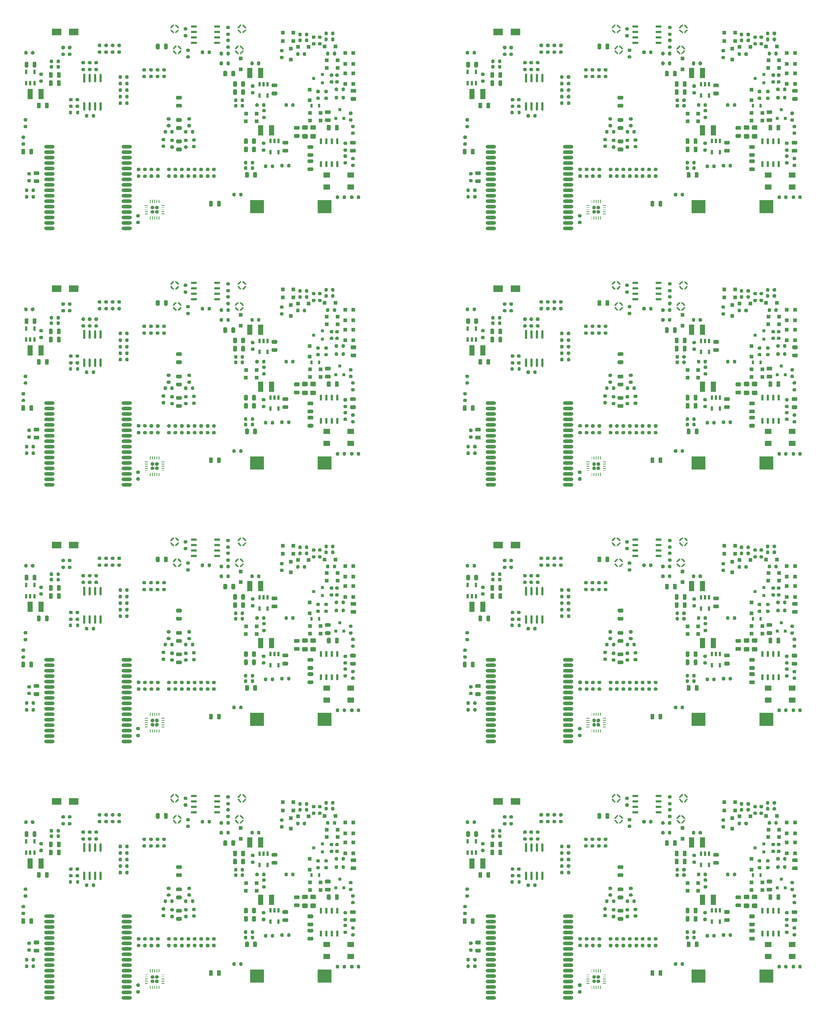
<source format=gbr>
G04 #@! TF.GenerationSoftware,KiCad,Pcbnew,5.99.0+really5.1.10+dfsg1-1+b1*
G04 #@! TF.CreationDate,2021-10-09T16:04:19+02:00*
G04 #@! TF.ProjectId,ulx3s-panel,756c7833-732d-4706-916e-656c2e6b6963,rev?*
G04 #@! TF.SameCoordinates,Original*
G04 #@! TF.FileFunction,Paste,Bot*
G04 #@! TF.FilePolarity,Positive*
%FSLAX46Y46*%
G04 Gerber Fmt 4.6, Leading zero omitted, Abs format (unit mm)*
G04 Created by KiCad (PCBNEW 5.99.0+really5.1.10+dfsg1-1+b1) date 2021-10-09 16:04:19*
%MOMM*%
%LPD*%
G01*
G04 APERTURE LIST*
%ADD10C,0.100000*%
%ADD11R,0.900000X0.900000*%
%ADD12R,0.700000X0.800000*%
%ADD13R,2.200000X1.500000*%
%ADD14R,0.570000X0.900000*%
%ADD15O,0.500000X2.000000*%
%ADD16R,0.500000X2.000000*%
%ADD17O,1.450000X0.500000*%
%ADD18R,1.450000X0.500000*%
%ADD19O,0.500000X1.450000*%
%ADD20R,0.500000X1.450000*%
%ADD21R,0.600000X1.100000*%
%ADD22R,0.800000X0.700000*%
%ADD23R,1.600000X1.200000*%
%ADD24R,1.200000X2.400000*%
%ADD25R,3.300000X3.100000*%
%ADD26O,2.420000X0.820000*%
G04 APERTURE END LIST*
D10*
G04 #@! TO.C,GPDI1*
G36*
X56336004Y-99172014D02*
G01*
X56036004Y-98972014D01*
X56036004Y-98672014D01*
X56536004Y-98972014D01*
X56836004Y-99472014D01*
X56536004Y-99472014D01*
X56336004Y-99172014D01*
G37*
X56336004Y-99172014D02*
X56036004Y-98972014D01*
X56036004Y-98672014D01*
X56536004Y-98972014D01*
X56836004Y-99472014D01*
X56536004Y-99472014D01*
X56336004Y-99172014D01*
G36*
X55136004Y-100372014D02*
G01*
X54836004Y-99872014D01*
X55136004Y-99872014D01*
X55336004Y-100172014D01*
X55636004Y-100372014D01*
X55636004Y-100672014D01*
X55136004Y-100372014D01*
G37*
X55136004Y-100372014D02*
X54836004Y-99872014D01*
X55136004Y-99872014D01*
X55336004Y-100172014D01*
X55636004Y-100372014D01*
X55636004Y-100672014D01*
X55136004Y-100372014D01*
G36*
X55136004Y-98972014D02*
G01*
X55636004Y-98672014D01*
X55636004Y-98972014D01*
X55336004Y-99172014D01*
X55136004Y-99472014D01*
X54836004Y-99472014D01*
X55136004Y-98972014D01*
G37*
X55136004Y-98972014D02*
X55636004Y-98672014D01*
X55636004Y-98972014D01*
X55336004Y-99172014D01*
X55136004Y-99472014D01*
X54836004Y-99472014D01*
X55136004Y-98972014D01*
G36*
X56036004Y-100372014D02*
G01*
X56336004Y-100172014D01*
X56536004Y-99872014D01*
X56836004Y-99872014D01*
X56536004Y-100372014D01*
X56036004Y-100672014D01*
X56036004Y-100372014D01*
G37*
X56036004Y-100372014D02*
X56336004Y-100172014D01*
X56536004Y-99872014D01*
X56836004Y-99872014D01*
X56536004Y-100372014D01*
X56036004Y-100672014D01*
X56036004Y-100372014D01*
G36*
X54536004Y-94072014D02*
G01*
X55036004Y-93772014D01*
X55036004Y-94072014D01*
X54736004Y-94272014D01*
X54536004Y-94572014D01*
X54236004Y-94572014D01*
X54536004Y-94072014D01*
G37*
X54536004Y-94072014D02*
X55036004Y-93772014D01*
X55036004Y-94072014D01*
X54736004Y-94272014D01*
X54536004Y-94572014D01*
X54236004Y-94572014D01*
X54536004Y-94072014D01*
G36*
X55436004Y-95472014D02*
G01*
X55736004Y-95272014D01*
X55936004Y-94972014D01*
X56236004Y-94972014D01*
X55936004Y-95472014D01*
X55436004Y-95772014D01*
X55436004Y-95472014D01*
G37*
X55436004Y-95472014D02*
X55736004Y-95272014D01*
X55936004Y-94972014D01*
X56236004Y-94972014D01*
X55936004Y-95472014D01*
X55436004Y-95772014D01*
X55436004Y-95472014D01*
G36*
X55736004Y-94272014D02*
G01*
X55436004Y-94072014D01*
X55436004Y-93772014D01*
X55936004Y-94072014D01*
X56236004Y-94572014D01*
X55936004Y-94572014D01*
X55736004Y-94272014D01*
G37*
X55736004Y-94272014D02*
X55436004Y-94072014D01*
X55436004Y-93772014D01*
X55936004Y-94072014D01*
X56236004Y-94572014D01*
X55936004Y-94572014D01*
X55736004Y-94272014D01*
G36*
X54536004Y-95472014D02*
G01*
X54236004Y-94972014D01*
X54536004Y-94972014D01*
X54736004Y-95272014D01*
X55036004Y-95472014D01*
X55036004Y-95772014D01*
X54536004Y-95472014D01*
G37*
X54536004Y-95472014D02*
X54236004Y-94972014D01*
X54536004Y-94972014D01*
X54736004Y-95272014D01*
X55036004Y-95472014D01*
X55036004Y-95772014D01*
X54536004Y-95472014D01*
G36*
X70236004Y-94072014D02*
G01*
X70736004Y-93772014D01*
X70736004Y-94072014D01*
X70436004Y-94272014D01*
X70236004Y-94572014D01*
X69936004Y-94572014D01*
X70236004Y-94072014D01*
G37*
X70236004Y-94072014D02*
X70736004Y-93772014D01*
X70736004Y-94072014D01*
X70436004Y-94272014D01*
X70236004Y-94572014D01*
X69936004Y-94572014D01*
X70236004Y-94072014D01*
G36*
X70236004Y-95472014D02*
G01*
X69936004Y-94972014D01*
X70236004Y-94972014D01*
X70436004Y-95272014D01*
X70736004Y-95472014D01*
X70736004Y-95772014D01*
X70236004Y-95472014D01*
G37*
X70236004Y-95472014D02*
X69936004Y-94972014D01*
X70236004Y-94972014D01*
X70436004Y-95272014D01*
X70736004Y-95472014D01*
X70736004Y-95772014D01*
X70236004Y-95472014D01*
G36*
X71136004Y-95472014D02*
G01*
X71436004Y-95272014D01*
X71636004Y-94972014D01*
X71936004Y-94972014D01*
X71636004Y-95472014D01*
X71136004Y-95772014D01*
X71136004Y-95472014D01*
G37*
X71136004Y-95472014D02*
X71436004Y-95272014D01*
X71636004Y-94972014D01*
X71936004Y-94972014D01*
X71636004Y-95472014D01*
X71136004Y-95772014D01*
X71136004Y-95472014D01*
G36*
X71436004Y-94272014D02*
G01*
X71136004Y-94072014D01*
X71136004Y-93772014D01*
X71636004Y-94072014D01*
X71936004Y-94572014D01*
X71636004Y-94572014D01*
X71436004Y-94272014D01*
G37*
X71436004Y-94272014D02*
X71136004Y-94072014D01*
X71136004Y-93772014D01*
X71636004Y-94072014D01*
X71936004Y-94572014D01*
X71636004Y-94572014D01*
X71436004Y-94272014D01*
G36*
X69636004Y-98972014D02*
G01*
X70136004Y-98672014D01*
X70136004Y-98972014D01*
X69836004Y-99172014D01*
X69636004Y-99472014D01*
X69336004Y-99472014D01*
X69636004Y-98972014D01*
G37*
X69636004Y-98972014D02*
X70136004Y-98672014D01*
X70136004Y-98972014D01*
X69836004Y-99172014D01*
X69636004Y-99472014D01*
X69336004Y-99472014D01*
X69636004Y-98972014D01*
G36*
X70836004Y-99172014D02*
G01*
X70536004Y-98972014D01*
X70536004Y-98672014D01*
X71036004Y-98972014D01*
X71336004Y-99472014D01*
X71036004Y-99472014D01*
X70836004Y-99172014D01*
G37*
X70836004Y-99172014D02*
X70536004Y-98972014D01*
X70536004Y-98672014D01*
X71036004Y-98972014D01*
X71336004Y-99472014D01*
X71036004Y-99472014D01*
X70836004Y-99172014D01*
G36*
X69636004Y-100372014D02*
G01*
X69336004Y-99872014D01*
X69636004Y-99872014D01*
X69836004Y-100172014D01*
X70136004Y-100372014D01*
X70136004Y-100672014D01*
X69636004Y-100372014D01*
G37*
X69636004Y-100372014D02*
X69336004Y-99872014D01*
X69636004Y-99872014D01*
X69836004Y-100172014D01*
X70136004Y-100372014D01*
X70136004Y-100672014D01*
X69636004Y-100372014D01*
G36*
X70536004Y-100372014D02*
G01*
X70836004Y-100172014D01*
X71036004Y-99872014D01*
X71336004Y-99872014D01*
X71036004Y-100372014D01*
X70536004Y-100672014D01*
X70536004Y-100372014D01*
G37*
X70536004Y-100372014D02*
X70836004Y-100172014D01*
X71036004Y-99872014D01*
X71336004Y-99872014D01*
X71036004Y-100372014D01*
X70536004Y-100672014D01*
X70536004Y-100372014D01*
G36*
X-46644001Y-99172014D02*
G01*
X-46944001Y-98972014D01*
X-46944001Y-98672014D01*
X-46444001Y-98972014D01*
X-46144001Y-99472014D01*
X-46444001Y-99472014D01*
X-46644001Y-99172014D01*
G37*
X-46644001Y-99172014D02*
X-46944001Y-98972014D01*
X-46944001Y-98672014D01*
X-46444001Y-98972014D01*
X-46144001Y-99472014D01*
X-46444001Y-99472014D01*
X-46644001Y-99172014D01*
G36*
X-47844001Y-100372014D02*
G01*
X-48144001Y-99872014D01*
X-47844001Y-99872014D01*
X-47644001Y-100172014D01*
X-47344001Y-100372014D01*
X-47344001Y-100672014D01*
X-47844001Y-100372014D01*
G37*
X-47844001Y-100372014D02*
X-48144001Y-99872014D01*
X-47844001Y-99872014D01*
X-47644001Y-100172014D01*
X-47344001Y-100372014D01*
X-47344001Y-100672014D01*
X-47844001Y-100372014D01*
G36*
X-47844001Y-98972014D02*
G01*
X-47344001Y-98672014D01*
X-47344001Y-98972014D01*
X-47644001Y-99172014D01*
X-47844001Y-99472014D01*
X-48144001Y-99472014D01*
X-47844001Y-98972014D01*
G37*
X-47844001Y-98972014D02*
X-47344001Y-98672014D01*
X-47344001Y-98972014D01*
X-47644001Y-99172014D01*
X-47844001Y-99472014D01*
X-48144001Y-99472014D01*
X-47844001Y-98972014D01*
G36*
X-46944001Y-100372014D02*
G01*
X-46644001Y-100172014D01*
X-46444001Y-99872014D01*
X-46144001Y-99872014D01*
X-46444001Y-100372014D01*
X-46944001Y-100672014D01*
X-46944001Y-100372014D01*
G37*
X-46944001Y-100372014D02*
X-46644001Y-100172014D01*
X-46444001Y-99872014D01*
X-46144001Y-99872014D01*
X-46444001Y-100372014D01*
X-46944001Y-100672014D01*
X-46944001Y-100372014D01*
G36*
X-48444001Y-94072014D02*
G01*
X-47944001Y-93772014D01*
X-47944001Y-94072014D01*
X-48244001Y-94272014D01*
X-48444001Y-94572014D01*
X-48744001Y-94572014D01*
X-48444001Y-94072014D01*
G37*
X-48444001Y-94072014D02*
X-47944001Y-93772014D01*
X-47944001Y-94072014D01*
X-48244001Y-94272014D01*
X-48444001Y-94572014D01*
X-48744001Y-94572014D01*
X-48444001Y-94072014D01*
G36*
X-47544001Y-95472014D02*
G01*
X-47244001Y-95272014D01*
X-47044001Y-94972014D01*
X-46744001Y-94972014D01*
X-47044001Y-95472014D01*
X-47544001Y-95772014D01*
X-47544001Y-95472014D01*
G37*
X-47544001Y-95472014D02*
X-47244001Y-95272014D01*
X-47044001Y-94972014D01*
X-46744001Y-94972014D01*
X-47044001Y-95472014D01*
X-47544001Y-95772014D01*
X-47544001Y-95472014D01*
G36*
X-47244001Y-94272014D02*
G01*
X-47544001Y-94072014D01*
X-47544001Y-93772014D01*
X-47044001Y-94072014D01*
X-46744001Y-94572014D01*
X-47044001Y-94572014D01*
X-47244001Y-94272014D01*
G37*
X-47244001Y-94272014D02*
X-47544001Y-94072014D01*
X-47544001Y-93772014D01*
X-47044001Y-94072014D01*
X-46744001Y-94572014D01*
X-47044001Y-94572014D01*
X-47244001Y-94272014D01*
G36*
X-48444001Y-95472014D02*
G01*
X-48744001Y-94972014D01*
X-48444001Y-94972014D01*
X-48244001Y-95272014D01*
X-47944001Y-95472014D01*
X-47944001Y-95772014D01*
X-48444001Y-95472014D01*
G37*
X-48444001Y-95472014D02*
X-48744001Y-94972014D01*
X-48444001Y-94972014D01*
X-48244001Y-95272014D01*
X-47944001Y-95472014D01*
X-47944001Y-95772014D01*
X-48444001Y-95472014D01*
G36*
X-32744001Y-94072014D02*
G01*
X-32244001Y-93772014D01*
X-32244001Y-94072014D01*
X-32544001Y-94272014D01*
X-32744001Y-94572014D01*
X-33044001Y-94572014D01*
X-32744001Y-94072014D01*
G37*
X-32744001Y-94072014D02*
X-32244001Y-93772014D01*
X-32244001Y-94072014D01*
X-32544001Y-94272014D01*
X-32744001Y-94572014D01*
X-33044001Y-94572014D01*
X-32744001Y-94072014D01*
G36*
X-32744001Y-95472014D02*
G01*
X-33044001Y-94972014D01*
X-32744001Y-94972014D01*
X-32544001Y-95272014D01*
X-32244001Y-95472014D01*
X-32244001Y-95772014D01*
X-32744001Y-95472014D01*
G37*
X-32744001Y-95472014D02*
X-33044001Y-94972014D01*
X-32744001Y-94972014D01*
X-32544001Y-95272014D01*
X-32244001Y-95472014D01*
X-32244001Y-95772014D01*
X-32744001Y-95472014D01*
G36*
X-31844001Y-95472014D02*
G01*
X-31544001Y-95272014D01*
X-31344001Y-94972014D01*
X-31044001Y-94972014D01*
X-31344001Y-95472014D01*
X-31844001Y-95772014D01*
X-31844001Y-95472014D01*
G37*
X-31844001Y-95472014D02*
X-31544001Y-95272014D01*
X-31344001Y-94972014D01*
X-31044001Y-94972014D01*
X-31344001Y-95472014D01*
X-31844001Y-95772014D01*
X-31844001Y-95472014D01*
G36*
X-31544001Y-94272014D02*
G01*
X-31844001Y-94072014D01*
X-31844001Y-93772014D01*
X-31344001Y-94072014D01*
X-31044001Y-94572014D01*
X-31344001Y-94572014D01*
X-31544001Y-94272014D01*
G37*
X-31544001Y-94272014D02*
X-31844001Y-94072014D01*
X-31844001Y-93772014D01*
X-31344001Y-94072014D01*
X-31044001Y-94572014D01*
X-31344001Y-94572014D01*
X-31544001Y-94272014D01*
G36*
X-33344001Y-98972014D02*
G01*
X-32844001Y-98672014D01*
X-32844001Y-98972014D01*
X-33144001Y-99172014D01*
X-33344001Y-99472014D01*
X-33644001Y-99472014D01*
X-33344001Y-98972014D01*
G37*
X-33344001Y-98972014D02*
X-32844001Y-98672014D01*
X-32844001Y-98972014D01*
X-33144001Y-99172014D01*
X-33344001Y-99472014D01*
X-33644001Y-99472014D01*
X-33344001Y-98972014D01*
G36*
X-32144001Y-99172014D02*
G01*
X-32444001Y-98972014D01*
X-32444001Y-98672014D01*
X-31944001Y-98972014D01*
X-31644001Y-99472014D01*
X-31944001Y-99472014D01*
X-32144001Y-99172014D01*
G37*
X-32144001Y-99172014D02*
X-32444001Y-98972014D01*
X-32444001Y-98672014D01*
X-31944001Y-98972014D01*
X-31644001Y-99472014D01*
X-31944001Y-99472014D01*
X-32144001Y-99172014D01*
G36*
X-33344001Y-100372014D02*
G01*
X-33644001Y-99872014D01*
X-33344001Y-99872014D01*
X-33144001Y-100172014D01*
X-32844001Y-100372014D01*
X-32844001Y-100672014D01*
X-33344001Y-100372014D01*
G37*
X-33344001Y-100372014D02*
X-33644001Y-99872014D01*
X-33344001Y-99872014D01*
X-33144001Y-100172014D01*
X-32844001Y-100372014D01*
X-32844001Y-100672014D01*
X-33344001Y-100372014D01*
G36*
X-32444001Y-100372014D02*
G01*
X-32144001Y-100172014D01*
X-31944001Y-99872014D01*
X-31644001Y-99872014D01*
X-31944001Y-100372014D01*
X-32444001Y-100672014D01*
X-32444001Y-100372014D01*
G37*
X-32444001Y-100372014D02*
X-32144001Y-100172014D01*
X-31944001Y-99872014D01*
X-31644001Y-99872014D01*
X-31944001Y-100372014D01*
X-32444001Y-100672014D01*
X-32444001Y-100372014D01*
G36*
X56336004Y-39372009D02*
G01*
X56036004Y-39172009D01*
X56036004Y-38872009D01*
X56536004Y-39172009D01*
X56836004Y-39672009D01*
X56536004Y-39672009D01*
X56336004Y-39372009D01*
G37*
X56336004Y-39372009D02*
X56036004Y-39172009D01*
X56036004Y-38872009D01*
X56536004Y-39172009D01*
X56836004Y-39672009D01*
X56536004Y-39672009D01*
X56336004Y-39372009D01*
G36*
X55136004Y-40572009D02*
G01*
X54836004Y-40072009D01*
X55136004Y-40072009D01*
X55336004Y-40372009D01*
X55636004Y-40572009D01*
X55636004Y-40872009D01*
X55136004Y-40572009D01*
G37*
X55136004Y-40572009D02*
X54836004Y-40072009D01*
X55136004Y-40072009D01*
X55336004Y-40372009D01*
X55636004Y-40572009D01*
X55636004Y-40872009D01*
X55136004Y-40572009D01*
G36*
X55136004Y-39172009D02*
G01*
X55636004Y-38872009D01*
X55636004Y-39172009D01*
X55336004Y-39372009D01*
X55136004Y-39672009D01*
X54836004Y-39672009D01*
X55136004Y-39172009D01*
G37*
X55136004Y-39172009D02*
X55636004Y-38872009D01*
X55636004Y-39172009D01*
X55336004Y-39372009D01*
X55136004Y-39672009D01*
X54836004Y-39672009D01*
X55136004Y-39172009D01*
G36*
X56036004Y-40572009D02*
G01*
X56336004Y-40372009D01*
X56536004Y-40072009D01*
X56836004Y-40072009D01*
X56536004Y-40572009D01*
X56036004Y-40872009D01*
X56036004Y-40572009D01*
G37*
X56036004Y-40572009D02*
X56336004Y-40372009D01*
X56536004Y-40072009D01*
X56836004Y-40072009D01*
X56536004Y-40572009D01*
X56036004Y-40872009D01*
X56036004Y-40572009D01*
G36*
X54536004Y-34272009D02*
G01*
X55036004Y-33972009D01*
X55036004Y-34272009D01*
X54736004Y-34472009D01*
X54536004Y-34772009D01*
X54236004Y-34772009D01*
X54536004Y-34272009D01*
G37*
X54536004Y-34272009D02*
X55036004Y-33972009D01*
X55036004Y-34272009D01*
X54736004Y-34472009D01*
X54536004Y-34772009D01*
X54236004Y-34772009D01*
X54536004Y-34272009D01*
G36*
X55436004Y-35672009D02*
G01*
X55736004Y-35472009D01*
X55936004Y-35172009D01*
X56236004Y-35172009D01*
X55936004Y-35672009D01*
X55436004Y-35972009D01*
X55436004Y-35672009D01*
G37*
X55436004Y-35672009D02*
X55736004Y-35472009D01*
X55936004Y-35172009D01*
X56236004Y-35172009D01*
X55936004Y-35672009D01*
X55436004Y-35972009D01*
X55436004Y-35672009D01*
G36*
X55736004Y-34472009D02*
G01*
X55436004Y-34272009D01*
X55436004Y-33972009D01*
X55936004Y-34272009D01*
X56236004Y-34772009D01*
X55936004Y-34772009D01*
X55736004Y-34472009D01*
G37*
X55736004Y-34472009D02*
X55436004Y-34272009D01*
X55436004Y-33972009D01*
X55936004Y-34272009D01*
X56236004Y-34772009D01*
X55936004Y-34772009D01*
X55736004Y-34472009D01*
G36*
X54536004Y-35672009D02*
G01*
X54236004Y-35172009D01*
X54536004Y-35172009D01*
X54736004Y-35472009D01*
X55036004Y-35672009D01*
X55036004Y-35972009D01*
X54536004Y-35672009D01*
G37*
X54536004Y-35672009D02*
X54236004Y-35172009D01*
X54536004Y-35172009D01*
X54736004Y-35472009D01*
X55036004Y-35672009D01*
X55036004Y-35972009D01*
X54536004Y-35672009D01*
G36*
X70236004Y-34272009D02*
G01*
X70736004Y-33972009D01*
X70736004Y-34272009D01*
X70436004Y-34472009D01*
X70236004Y-34772009D01*
X69936004Y-34772009D01*
X70236004Y-34272009D01*
G37*
X70236004Y-34272009D02*
X70736004Y-33972009D01*
X70736004Y-34272009D01*
X70436004Y-34472009D01*
X70236004Y-34772009D01*
X69936004Y-34772009D01*
X70236004Y-34272009D01*
G36*
X70236004Y-35672009D02*
G01*
X69936004Y-35172009D01*
X70236004Y-35172009D01*
X70436004Y-35472009D01*
X70736004Y-35672009D01*
X70736004Y-35972009D01*
X70236004Y-35672009D01*
G37*
X70236004Y-35672009D02*
X69936004Y-35172009D01*
X70236004Y-35172009D01*
X70436004Y-35472009D01*
X70736004Y-35672009D01*
X70736004Y-35972009D01*
X70236004Y-35672009D01*
G36*
X71136004Y-35672009D02*
G01*
X71436004Y-35472009D01*
X71636004Y-35172009D01*
X71936004Y-35172009D01*
X71636004Y-35672009D01*
X71136004Y-35972009D01*
X71136004Y-35672009D01*
G37*
X71136004Y-35672009D02*
X71436004Y-35472009D01*
X71636004Y-35172009D01*
X71936004Y-35172009D01*
X71636004Y-35672009D01*
X71136004Y-35972009D01*
X71136004Y-35672009D01*
G36*
X71436004Y-34472009D02*
G01*
X71136004Y-34272009D01*
X71136004Y-33972009D01*
X71636004Y-34272009D01*
X71936004Y-34772009D01*
X71636004Y-34772009D01*
X71436004Y-34472009D01*
G37*
X71436004Y-34472009D02*
X71136004Y-34272009D01*
X71136004Y-33972009D01*
X71636004Y-34272009D01*
X71936004Y-34772009D01*
X71636004Y-34772009D01*
X71436004Y-34472009D01*
G36*
X69636004Y-39172009D02*
G01*
X70136004Y-38872009D01*
X70136004Y-39172009D01*
X69836004Y-39372009D01*
X69636004Y-39672009D01*
X69336004Y-39672009D01*
X69636004Y-39172009D01*
G37*
X69636004Y-39172009D02*
X70136004Y-38872009D01*
X70136004Y-39172009D01*
X69836004Y-39372009D01*
X69636004Y-39672009D01*
X69336004Y-39672009D01*
X69636004Y-39172009D01*
G36*
X70836004Y-39372009D02*
G01*
X70536004Y-39172009D01*
X70536004Y-38872009D01*
X71036004Y-39172009D01*
X71336004Y-39672009D01*
X71036004Y-39672009D01*
X70836004Y-39372009D01*
G37*
X70836004Y-39372009D02*
X70536004Y-39172009D01*
X70536004Y-38872009D01*
X71036004Y-39172009D01*
X71336004Y-39672009D01*
X71036004Y-39672009D01*
X70836004Y-39372009D01*
G36*
X69636004Y-40572009D02*
G01*
X69336004Y-40072009D01*
X69636004Y-40072009D01*
X69836004Y-40372009D01*
X70136004Y-40572009D01*
X70136004Y-40872009D01*
X69636004Y-40572009D01*
G37*
X69636004Y-40572009D02*
X69336004Y-40072009D01*
X69636004Y-40072009D01*
X69836004Y-40372009D01*
X70136004Y-40572009D01*
X70136004Y-40872009D01*
X69636004Y-40572009D01*
G36*
X70536004Y-40572009D02*
G01*
X70836004Y-40372009D01*
X71036004Y-40072009D01*
X71336004Y-40072009D01*
X71036004Y-40572009D01*
X70536004Y-40872009D01*
X70536004Y-40572009D01*
G37*
X70536004Y-40572009D02*
X70836004Y-40372009D01*
X71036004Y-40072009D01*
X71336004Y-40072009D01*
X71036004Y-40572009D01*
X70536004Y-40872009D01*
X70536004Y-40572009D01*
G36*
X-46644001Y-39372009D02*
G01*
X-46944001Y-39172009D01*
X-46944001Y-38872009D01*
X-46444001Y-39172009D01*
X-46144001Y-39672009D01*
X-46444001Y-39672009D01*
X-46644001Y-39372009D01*
G37*
X-46644001Y-39372009D02*
X-46944001Y-39172009D01*
X-46944001Y-38872009D01*
X-46444001Y-39172009D01*
X-46144001Y-39672009D01*
X-46444001Y-39672009D01*
X-46644001Y-39372009D01*
G36*
X-47844001Y-40572009D02*
G01*
X-48144001Y-40072009D01*
X-47844001Y-40072009D01*
X-47644001Y-40372009D01*
X-47344001Y-40572009D01*
X-47344001Y-40872009D01*
X-47844001Y-40572009D01*
G37*
X-47844001Y-40572009D02*
X-48144001Y-40072009D01*
X-47844001Y-40072009D01*
X-47644001Y-40372009D01*
X-47344001Y-40572009D01*
X-47344001Y-40872009D01*
X-47844001Y-40572009D01*
G36*
X-47844001Y-39172009D02*
G01*
X-47344001Y-38872009D01*
X-47344001Y-39172009D01*
X-47644001Y-39372009D01*
X-47844001Y-39672009D01*
X-48144001Y-39672009D01*
X-47844001Y-39172009D01*
G37*
X-47844001Y-39172009D02*
X-47344001Y-38872009D01*
X-47344001Y-39172009D01*
X-47644001Y-39372009D01*
X-47844001Y-39672009D01*
X-48144001Y-39672009D01*
X-47844001Y-39172009D01*
G36*
X-46944001Y-40572009D02*
G01*
X-46644001Y-40372009D01*
X-46444001Y-40072009D01*
X-46144001Y-40072009D01*
X-46444001Y-40572009D01*
X-46944001Y-40872009D01*
X-46944001Y-40572009D01*
G37*
X-46944001Y-40572009D02*
X-46644001Y-40372009D01*
X-46444001Y-40072009D01*
X-46144001Y-40072009D01*
X-46444001Y-40572009D01*
X-46944001Y-40872009D01*
X-46944001Y-40572009D01*
G36*
X-48444001Y-34272009D02*
G01*
X-47944001Y-33972009D01*
X-47944001Y-34272009D01*
X-48244001Y-34472009D01*
X-48444001Y-34772009D01*
X-48744001Y-34772009D01*
X-48444001Y-34272009D01*
G37*
X-48444001Y-34272009D02*
X-47944001Y-33972009D01*
X-47944001Y-34272009D01*
X-48244001Y-34472009D01*
X-48444001Y-34772009D01*
X-48744001Y-34772009D01*
X-48444001Y-34272009D01*
G36*
X-47544001Y-35672009D02*
G01*
X-47244001Y-35472009D01*
X-47044001Y-35172009D01*
X-46744001Y-35172009D01*
X-47044001Y-35672009D01*
X-47544001Y-35972009D01*
X-47544001Y-35672009D01*
G37*
X-47544001Y-35672009D02*
X-47244001Y-35472009D01*
X-47044001Y-35172009D01*
X-46744001Y-35172009D01*
X-47044001Y-35672009D01*
X-47544001Y-35972009D01*
X-47544001Y-35672009D01*
G36*
X-47244001Y-34472009D02*
G01*
X-47544001Y-34272009D01*
X-47544001Y-33972009D01*
X-47044001Y-34272009D01*
X-46744001Y-34772009D01*
X-47044001Y-34772009D01*
X-47244001Y-34472009D01*
G37*
X-47244001Y-34472009D02*
X-47544001Y-34272009D01*
X-47544001Y-33972009D01*
X-47044001Y-34272009D01*
X-46744001Y-34772009D01*
X-47044001Y-34772009D01*
X-47244001Y-34472009D01*
G36*
X-48444001Y-35672009D02*
G01*
X-48744001Y-35172009D01*
X-48444001Y-35172009D01*
X-48244001Y-35472009D01*
X-47944001Y-35672009D01*
X-47944001Y-35972009D01*
X-48444001Y-35672009D01*
G37*
X-48444001Y-35672009D02*
X-48744001Y-35172009D01*
X-48444001Y-35172009D01*
X-48244001Y-35472009D01*
X-47944001Y-35672009D01*
X-47944001Y-35972009D01*
X-48444001Y-35672009D01*
G36*
X-32744001Y-34272009D02*
G01*
X-32244001Y-33972009D01*
X-32244001Y-34272009D01*
X-32544001Y-34472009D01*
X-32744001Y-34772009D01*
X-33044001Y-34772009D01*
X-32744001Y-34272009D01*
G37*
X-32744001Y-34272009D02*
X-32244001Y-33972009D01*
X-32244001Y-34272009D01*
X-32544001Y-34472009D01*
X-32744001Y-34772009D01*
X-33044001Y-34772009D01*
X-32744001Y-34272009D01*
G36*
X-32744001Y-35672009D02*
G01*
X-33044001Y-35172009D01*
X-32744001Y-35172009D01*
X-32544001Y-35472009D01*
X-32244001Y-35672009D01*
X-32244001Y-35972009D01*
X-32744001Y-35672009D01*
G37*
X-32744001Y-35672009D02*
X-33044001Y-35172009D01*
X-32744001Y-35172009D01*
X-32544001Y-35472009D01*
X-32244001Y-35672009D01*
X-32244001Y-35972009D01*
X-32744001Y-35672009D01*
G36*
X-31844001Y-35672009D02*
G01*
X-31544001Y-35472009D01*
X-31344001Y-35172009D01*
X-31044001Y-35172009D01*
X-31344001Y-35672009D01*
X-31844001Y-35972009D01*
X-31844001Y-35672009D01*
G37*
X-31844001Y-35672009D02*
X-31544001Y-35472009D01*
X-31344001Y-35172009D01*
X-31044001Y-35172009D01*
X-31344001Y-35672009D01*
X-31844001Y-35972009D01*
X-31844001Y-35672009D01*
G36*
X-31544001Y-34472009D02*
G01*
X-31844001Y-34272009D01*
X-31844001Y-33972009D01*
X-31344001Y-34272009D01*
X-31044001Y-34772009D01*
X-31344001Y-34772009D01*
X-31544001Y-34472009D01*
G37*
X-31544001Y-34472009D02*
X-31844001Y-34272009D01*
X-31844001Y-33972009D01*
X-31344001Y-34272009D01*
X-31044001Y-34772009D01*
X-31344001Y-34772009D01*
X-31544001Y-34472009D01*
G36*
X-33344001Y-39172009D02*
G01*
X-32844001Y-38872009D01*
X-32844001Y-39172009D01*
X-33144001Y-39372009D01*
X-33344001Y-39672009D01*
X-33644001Y-39672009D01*
X-33344001Y-39172009D01*
G37*
X-33344001Y-39172009D02*
X-32844001Y-38872009D01*
X-32844001Y-39172009D01*
X-33144001Y-39372009D01*
X-33344001Y-39672009D01*
X-33644001Y-39672009D01*
X-33344001Y-39172009D01*
G36*
X-32144001Y-39372009D02*
G01*
X-32444001Y-39172009D01*
X-32444001Y-38872009D01*
X-31944001Y-39172009D01*
X-31644001Y-39672009D01*
X-31944001Y-39672009D01*
X-32144001Y-39372009D01*
G37*
X-32144001Y-39372009D02*
X-32444001Y-39172009D01*
X-32444001Y-38872009D01*
X-31944001Y-39172009D01*
X-31644001Y-39672009D01*
X-31944001Y-39672009D01*
X-32144001Y-39372009D01*
G36*
X-33344001Y-40572009D02*
G01*
X-33644001Y-40072009D01*
X-33344001Y-40072009D01*
X-33144001Y-40372009D01*
X-32844001Y-40572009D01*
X-32844001Y-40872009D01*
X-33344001Y-40572009D01*
G37*
X-33344001Y-40572009D02*
X-33644001Y-40072009D01*
X-33344001Y-40072009D01*
X-33144001Y-40372009D01*
X-32844001Y-40572009D01*
X-32844001Y-40872009D01*
X-33344001Y-40572009D01*
G36*
X-32444001Y-40572009D02*
G01*
X-32144001Y-40372009D01*
X-31944001Y-40072009D01*
X-31644001Y-40072009D01*
X-31944001Y-40572009D01*
X-32444001Y-40872009D01*
X-32444001Y-40572009D01*
G37*
X-32444001Y-40572009D02*
X-32144001Y-40372009D01*
X-31944001Y-40072009D01*
X-31644001Y-40072009D01*
X-31944001Y-40572009D01*
X-32444001Y-40872009D01*
X-32444001Y-40572009D01*
G36*
X56336004Y20427996D02*
G01*
X56036004Y20627996D01*
X56036004Y20927996D01*
X56536004Y20627996D01*
X56836004Y20127996D01*
X56536004Y20127996D01*
X56336004Y20427996D01*
G37*
X56336004Y20427996D02*
X56036004Y20627996D01*
X56036004Y20927996D01*
X56536004Y20627996D01*
X56836004Y20127996D01*
X56536004Y20127996D01*
X56336004Y20427996D01*
G36*
X55136004Y19227996D02*
G01*
X54836004Y19727996D01*
X55136004Y19727996D01*
X55336004Y19427996D01*
X55636004Y19227996D01*
X55636004Y18927996D01*
X55136004Y19227996D01*
G37*
X55136004Y19227996D02*
X54836004Y19727996D01*
X55136004Y19727996D01*
X55336004Y19427996D01*
X55636004Y19227996D01*
X55636004Y18927996D01*
X55136004Y19227996D01*
G36*
X55136004Y20627996D02*
G01*
X55636004Y20927996D01*
X55636004Y20627996D01*
X55336004Y20427996D01*
X55136004Y20127996D01*
X54836004Y20127996D01*
X55136004Y20627996D01*
G37*
X55136004Y20627996D02*
X55636004Y20927996D01*
X55636004Y20627996D01*
X55336004Y20427996D01*
X55136004Y20127996D01*
X54836004Y20127996D01*
X55136004Y20627996D01*
G36*
X56036004Y19227996D02*
G01*
X56336004Y19427996D01*
X56536004Y19727996D01*
X56836004Y19727996D01*
X56536004Y19227996D01*
X56036004Y18927996D01*
X56036004Y19227996D01*
G37*
X56036004Y19227996D02*
X56336004Y19427996D01*
X56536004Y19727996D01*
X56836004Y19727996D01*
X56536004Y19227996D01*
X56036004Y18927996D01*
X56036004Y19227996D01*
G36*
X54536004Y25527996D02*
G01*
X55036004Y25827996D01*
X55036004Y25527996D01*
X54736004Y25327996D01*
X54536004Y25027996D01*
X54236004Y25027996D01*
X54536004Y25527996D01*
G37*
X54536004Y25527996D02*
X55036004Y25827996D01*
X55036004Y25527996D01*
X54736004Y25327996D01*
X54536004Y25027996D01*
X54236004Y25027996D01*
X54536004Y25527996D01*
G36*
X55436004Y24127996D02*
G01*
X55736004Y24327996D01*
X55936004Y24627996D01*
X56236004Y24627996D01*
X55936004Y24127996D01*
X55436004Y23827996D01*
X55436004Y24127996D01*
G37*
X55436004Y24127996D02*
X55736004Y24327996D01*
X55936004Y24627996D01*
X56236004Y24627996D01*
X55936004Y24127996D01*
X55436004Y23827996D01*
X55436004Y24127996D01*
G36*
X55736004Y25327996D02*
G01*
X55436004Y25527996D01*
X55436004Y25827996D01*
X55936004Y25527996D01*
X56236004Y25027996D01*
X55936004Y25027996D01*
X55736004Y25327996D01*
G37*
X55736004Y25327996D02*
X55436004Y25527996D01*
X55436004Y25827996D01*
X55936004Y25527996D01*
X56236004Y25027996D01*
X55936004Y25027996D01*
X55736004Y25327996D01*
G36*
X54536004Y24127996D02*
G01*
X54236004Y24627996D01*
X54536004Y24627996D01*
X54736004Y24327996D01*
X55036004Y24127996D01*
X55036004Y23827996D01*
X54536004Y24127996D01*
G37*
X54536004Y24127996D02*
X54236004Y24627996D01*
X54536004Y24627996D01*
X54736004Y24327996D01*
X55036004Y24127996D01*
X55036004Y23827996D01*
X54536004Y24127996D01*
G36*
X70236004Y25527996D02*
G01*
X70736004Y25827996D01*
X70736004Y25527996D01*
X70436004Y25327996D01*
X70236004Y25027996D01*
X69936004Y25027996D01*
X70236004Y25527996D01*
G37*
X70236004Y25527996D02*
X70736004Y25827996D01*
X70736004Y25527996D01*
X70436004Y25327996D01*
X70236004Y25027996D01*
X69936004Y25027996D01*
X70236004Y25527996D01*
G36*
X70236004Y24127996D02*
G01*
X69936004Y24627996D01*
X70236004Y24627996D01*
X70436004Y24327996D01*
X70736004Y24127996D01*
X70736004Y23827996D01*
X70236004Y24127996D01*
G37*
X70236004Y24127996D02*
X69936004Y24627996D01*
X70236004Y24627996D01*
X70436004Y24327996D01*
X70736004Y24127996D01*
X70736004Y23827996D01*
X70236004Y24127996D01*
G36*
X71136004Y24127996D02*
G01*
X71436004Y24327996D01*
X71636004Y24627996D01*
X71936004Y24627996D01*
X71636004Y24127996D01*
X71136004Y23827996D01*
X71136004Y24127996D01*
G37*
X71136004Y24127996D02*
X71436004Y24327996D01*
X71636004Y24627996D01*
X71936004Y24627996D01*
X71636004Y24127996D01*
X71136004Y23827996D01*
X71136004Y24127996D01*
G36*
X71436004Y25327996D02*
G01*
X71136004Y25527996D01*
X71136004Y25827996D01*
X71636004Y25527996D01*
X71936004Y25027996D01*
X71636004Y25027996D01*
X71436004Y25327996D01*
G37*
X71436004Y25327996D02*
X71136004Y25527996D01*
X71136004Y25827996D01*
X71636004Y25527996D01*
X71936004Y25027996D01*
X71636004Y25027996D01*
X71436004Y25327996D01*
G36*
X69636004Y20627996D02*
G01*
X70136004Y20927996D01*
X70136004Y20627996D01*
X69836004Y20427996D01*
X69636004Y20127996D01*
X69336004Y20127996D01*
X69636004Y20627996D01*
G37*
X69636004Y20627996D02*
X70136004Y20927996D01*
X70136004Y20627996D01*
X69836004Y20427996D01*
X69636004Y20127996D01*
X69336004Y20127996D01*
X69636004Y20627996D01*
G36*
X70836004Y20427996D02*
G01*
X70536004Y20627996D01*
X70536004Y20927996D01*
X71036004Y20627996D01*
X71336004Y20127996D01*
X71036004Y20127996D01*
X70836004Y20427996D01*
G37*
X70836004Y20427996D02*
X70536004Y20627996D01*
X70536004Y20927996D01*
X71036004Y20627996D01*
X71336004Y20127996D01*
X71036004Y20127996D01*
X70836004Y20427996D01*
G36*
X69636004Y19227996D02*
G01*
X69336004Y19727996D01*
X69636004Y19727996D01*
X69836004Y19427996D01*
X70136004Y19227996D01*
X70136004Y18927996D01*
X69636004Y19227996D01*
G37*
X69636004Y19227996D02*
X69336004Y19727996D01*
X69636004Y19727996D01*
X69836004Y19427996D01*
X70136004Y19227996D01*
X70136004Y18927996D01*
X69636004Y19227996D01*
G36*
X70536004Y19227996D02*
G01*
X70836004Y19427996D01*
X71036004Y19727996D01*
X71336004Y19727996D01*
X71036004Y19227996D01*
X70536004Y18927996D01*
X70536004Y19227996D01*
G37*
X70536004Y19227996D02*
X70836004Y19427996D01*
X71036004Y19727996D01*
X71336004Y19727996D01*
X71036004Y19227996D01*
X70536004Y18927996D01*
X70536004Y19227996D01*
G36*
X-46644001Y20427996D02*
G01*
X-46944001Y20627996D01*
X-46944001Y20927996D01*
X-46444001Y20627996D01*
X-46144001Y20127996D01*
X-46444001Y20127996D01*
X-46644001Y20427996D01*
G37*
X-46644001Y20427996D02*
X-46944001Y20627996D01*
X-46944001Y20927996D01*
X-46444001Y20627996D01*
X-46144001Y20127996D01*
X-46444001Y20127996D01*
X-46644001Y20427996D01*
G36*
X-47844001Y19227996D02*
G01*
X-48144001Y19727996D01*
X-47844001Y19727996D01*
X-47644001Y19427996D01*
X-47344001Y19227996D01*
X-47344001Y18927996D01*
X-47844001Y19227996D01*
G37*
X-47844001Y19227996D02*
X-48144001Y19727996D01*
X-47844001Y19727996D01*
X-47644001Y19427996D01*
X-47344001Y19227996D01*
X-47344001Y18927996D01*
X-47844001Y19227996D01*
G36*
X-47844001Y20627996D02*
G01*
X-47344001Y20927996D01*
X-47344001Y20627996D01*
X-47644001Y20427996D01*
X-47844001Y20127996D01*
X-48144001Y20127996D01*
X-47844001Y20627996D01*
G37*
X-47844001Y20627996D02*
X-47344001Y20927996D01*
X-47344001Y20627996D01*
X-47644001Y20427996D01*
X-47844001Y20127996D01*
X-48144001Y20127996D01*
X-47844001Y20627996D01*
G36*
X-46944001Y19227996D02*
G01*
X-46644001Y19427996D01*
X-46444001Y19727996D01*
X-46144001Y19727996D01*
X-46444001Y19227996D01*
X-46944001Y18927996D01*
X-46944001Y19227996D01*
G37*
X-46944001Y19227996D02*
X-46644001Y19427996D01*
X-46444001Y19727996D01*
X-46144001Y19727996D01*
X-46444001Y19227996D01*
X-46944001Y18927996D01*
X-46944001Y19227996D01*
G36*
X-48444001Y25527996D02*
G01*
X-47944001Y25827996D01*
X-47944001Y25527996D01*
X-48244001Y25327996D01*
X-48444001Y25027996D01*
X-48744001Y25027996D01*
X-48444001Y25527996D01*
G37*
X-48444001Y25527996D02*
X-47944001Y25827996D01*
X-47944001Y25527996D01*
X-48244001Y25327996D01*
X-48444001Y25027996D01*
X-48744001Y25027996D01*
X-48444001Y25527996D01*
G36*
X-47544001Y24127996D02*
G01*
X-47244001Y24327996D01*
X-47044001Y24627996D01*
X-46744001Y24627996D01*
X-47044001Y24127996D01*
X-47544001Y23827996D01*
X-47544001Y24127996D01*
G37*
X-47544001Y24127996D02*
X-47244001Y24327996D01*
X-47044001Y24627996D01*
X-46744001Y24627996D01*
X-47044001Y24127996D01*
X-47544001Y23827996D01*
X-47544001Y24127996D01*
G36*
X-47244001Y25327996D02*
G01*
X-47544001Y25527996D01*
X-47544001Y25827996D01*
X-47044001Y25527996D01*
X-46744001Y25027996D01*
X-47044001Y25027996D01*
X-47244001Y25327996D01*
G37*
X-47244001Y25327996D02*
X-47544001Y25527996D01*
X-47544001Y25827996D01*
X-47044001Y25527996D01*
X-46744001Y25027996D01*
X-47044001Y25027996D01*
X-47244001Y25327996D01*
G36*
X-48444001Y24127996D02*
G01*
X-48744001Y24627996D01*
X-48444001Y24627996D01*
X-48244001Y24327996D01*
X-47944001Y24127996D01*
X-47944001Y23827996D01*
X-48444001Y24127996D01*
G37*
X-48444001Y24127996D02*
X-48744001Y24627996D01*
X-48444001Y24627996D01*
X-48244001Y24327996D01*
X-47944001Y24127996D01*
X-47944001Y23827996D01*
X-48444001Y24127996D01*
G36*
X-32744001Y25527996D02*
G01*
X-32244001Y25827996D01*
X-32244001Y25527996D01*
X-32544001Y25327996D01*
X-32744001Y25027996D01*
X-33044001Y25027996D01*
X-32744001Y25527996D01*
G37*
X-32744001Y25527996D02*
X-32244001Y25827996D01*
X-32244001Y25527996D01*
X-32544001Y25327996D01*
X-32744001Y25027996D01*
X-33044001Y25027996D01*
X-32744001Y25527996D01*
G36*
X-32744001Y24127996D02*
G01*
X-33044001Y24627996D01*
X-32744001Y24627996D01*
X-32544001Y24327996D01*
X-32244001Y24127996D01*
X-32244001Y23827996D01*
X-32744001Y24127996D01*
G37*
X-32744001Y24127996D02*
X-33044001Y24627996D01*
X-32744001Y24627996D01*
X-32544001Y24327996D01*
X-32244001Y24127996D01*
X-32244001Y23827996D01*
X-32744001Y24127996D01*
G36*
X-31844001Y24127996D02*
G01*
X-31544001Y24327996D01*
X-31344001Y24627996D01*
X-31044001Y24627996D01*
X-31344001Y24127996D01*
X-31844001Y23827996D01*
X-31844001Y24127996D01*
G37*
X-31844001Y24127996D02*
X-31544001Y24327996D01*
X-31344001Y24627996D01*
X-31044001Y24627996D01*
X-31344001Y24127996D01*
X-31844001Y23827996D01*
X-31844001Y24127996D01*
G36*
X-31544001Y25327996D02*
G01*
X-31844001Y25527996D01*
X-31844001Y25827996D01*
X-31344001Y25527996D01*
X-31044001Y25027996D01*
X-31344001Y25027996D01*
X-31544001Y25327996D01*
G37*
X-31544001Y25327996D02*
X-31844001Y25527996D01*
X-31844001Y25827996D01*
X-31344001Y25527996D01*
X-31044001Y25027996D01*
X-31344001Y25027996D01*
X-31544001Y25327996D01*
G36*
X-33344001Y20627996D02*
G01*
X-32844001Y20927996D01*
X-32844001Y20627996D01*
X-33144001Y20427996D01*
X-33344001Y20127996D01*
X-33644001Y20127996D01*
X-33344001Y20627996D01*
G37*
X-33344001Y20627996D02*
X-32844001Y20927996D01*
X-32844001Y20627996D01*
X-33144001Y20427996D01*
X-33344001Y20127996D01*
X-33644001Y20127996D01*
X-33344001Y20627996D01*
G36*
X-32144001Y20427996D02*
G01*
X-32444001Y20627996D01*
X-32444001Y20927996D01*
X-31944001Y20627996D01*
X-31644001Y20127996D01*
X-31944001Y20127996D01*
X-32144001Y20427996D01*
G37*
X-32144001Y20427996D02*
X-32444001Y20627996D01*
X-32444001Y20927996D01*
X-31944001Y20627996D01*
X-31644001Y20127996D01*
X-31944001Y20127996D01*
X-32144001Y20427996D01*
G36*
X-33344001Y19227996D02*
G01*
X-33644001Y19727996D01*
X-33344001Y19727996D01*
X-33144001Y19427996D01*
X-32844001Y19227996D01*
X-32844001Y18927996D01*
X-33344001Y19227996D01*
G37*
X-33344001Y19227996D02*
X-33644001Y19727996D01*
X-33344001Y19727996D01*
X-33144001Y19427996D01*
X-32844001Y19227996D01*
X-32844001Y18927996D01*
X-33344001Y19227996D01*
G36*
X-32444001Y19227996D02*
G01*
X-32144001Y19427996D01*
X-31944001Y19727996D01*
X-31644001Y19727996D01*
X-31944001Y19227996D01*
X-32444001Y18927996D01*
X-32444001Y19227996D01*
G37*
X-32444001Y19227996D02*
X-32144001Y19427996D01*
X-31944001Y19727996D01*
X-31644001Y19727996D01*
X-31944001Y19227996D01*
X-32444001Y18927996D01*
X-32444001Y19227996D01*
G36*
X56336004Y80228001D02*
G01*
X56036004Y80428001D01*
X56036004Y80728001D01*
X56536004Y80428001D01*
X56836004Y79928001D01*
X56536004Y79928001D01*
X56336004Y80228001D01*
G37*
X56336004Y80228001D02*
X56036004Y80428001D01*
X56036004Y80728001D01*
X56536004Y80428001D01*
X56836004Y79928001D01*
X56536004Y79928001D01*
X56336004Y80228001D01*
G36*
X55136004Y79028001D02*
G01*
X54836004Y79528001D01*
X55136004Y79528001D01*
X55336004Y79228001D01*
X55636004Y79028001D01*
X55636004Y78728001D01*
X55136004Y79028001D01*
G37*
X55136004Y79028001D02*
X54836004Y79528001D01*
X55136004Y79528001D01*
X55336004Y79228001D01*
X55636004Y79028001D01*
X55636004Y78728001D01*
X55136004Y79028001D01*
G36*
X55136004Y80428001D02*
G01*
X55636004Y80728001D01*
X55636004Y80428001D01*
X55336004Y80228001D01*
X55136004Y79928001D01*
X54836004Y79928001D01*
X55136004Y80428001D01*
G37*
X55136004Y80428001D02*
X55636004Y80728001D01*
X55636004Y80428001D01*
X55336004Y80228001D01*
X55136004Y79928001D01*
X54836004Y79928001D01*
X55136004Y80428001D01*
G36*
X56036004Y79028001D02*
G01*
X56336004Y79228001D01*
X56536004Y79528001D01*
X56836004Y79528001D01*
X56536004Y79028001D01*
X56036004Y78728001D01*
X56036004Y79028001D01*
G37*
X56036004Y79028001D02*
X56336004Y79228001D01*
X56536004Y79528001D01*
X56836004Y79528001D01*
X56536004Y79028001D01*
X56036004Y78728001D01*
X56036004Y79028001D01*
G36*
X54536004Y85328001D02*
G01*
X55036004Y85628001D01*
X55036004Y85328001D01*
X54736004Y85128001D01*
X54536004Y84828001D01*
X54236004Y84828001D01*
X54536004Y85328001D01*
G37*
X54536004Y85328001D02*
X55036004Y85628001D01*
X55036004Y85328001D01*
X54736004Y85128001D01*
X54536004Y84828001D01*
X54236004Y84828001D01*
X54536004Y85328001D01*
G36*
X55436004Y83928001D02*
G01*
X55736004Y84128001D01*
X55936004Y84428001D01*
X56236004Y84428001D01*
X55936004Y83928001D01*
X55436004Y83628001D01*
X55436004Y83928001D01*
G37*
X55436004Y83928001D02*
X55736004Y84128001D01*
X55936004Y84428001D01*
X56236004Y84428001D01*
X55936004Y83928001D01*
X55436004Y83628001D01*
X55436004Y83928001D01*
G36*
X55736004Y85128001D02*
G01*
X55436004Y85328001D01*
X55436004Y85628001D01*
X55936004Y85328001D01*
X56236004Y84828001D01*
X55936004Y84828001D01*
X55736004Y85128001D01*
G37*
X55736004Y85128001D02*
X55436004Y85328001D01*
X55436004Y85628001D01*
X55936004Y85328001D01*
X56236004Y84828001D01*
X55936004Y84828001D01*
X55736004Y85128001D01*
G36*
X54536004Y83928001D02*
G01*
X54236004Y84428001D01*
X54536004Y84428001D01*
X54736004Y84128001D01*
X55036004Y83928001D01*
X55036004Y83628001D01*
X54536004Y83928001D01*
G37*
X54536004Y83928001D02*
X54236004Y84428001D01*
X54536004Y84428001D01*
X54736004Y84128001D01*
X55036004Y83928001D01*
X55036004Y83628001D01*
X54536004Y83928001D01*
G36*
X70236004Y85328001D02*
G01*
X70736004Y85628001D01*
X70736004Y85328001D01*
X70436004Y85128001D01*
X70236004Y84828001D01*
X69936004Y84828001D01*
X70236004Y85328001D01*
G37*
X70236004Y85328001D02*
X70736004Y85628001D01*
X70736004Y85328001D01*
X70436004Y85128001D01*
X70236004Y84828001D01*
X69936004Y84828001D01*
X70236004Y85328001D01*
G36*
X70236004Y83928001D02*
G01*
X69936004Y84428001D01*
X70236004Y84428001D01*
X70436004Y84128001D01*
X70736004Y83928001D01*
X70736004Y83628001D01*
X70236004Y83928001D01*
G37*
X70236004Y83928001D02*
X69936004Y84428001D01*
X70236004Y84428001D01*
X70436004Y84128001D01*
X70736004Y83928001D01*
X70736004Y83628001D01*
X70236004Y83928001D01*
G36*
X71136004Y83928001D02*
G01*
X71436004Y84128001D01*
X71636004Y84428001D01*
X71936004Y84428001D01*
X71636004Y83928001D01*
X71136004Y83628001D01*
X71136004Y83928001D01*
G37*
X71136004Y83928001D02*
X71436004Y84128001D01*
X71636004Y84428001D01*
X71936004Y84428001D01*
X71636004Y83928001D01*
X71136004Y83628001D01*
X71136004Y83928001D01*
G36*
X71436004Y85128001D02*
G01*
X71136004Y85328001D01*
X71136004Y85628001D01*
X71636004Y85328001D01*
X71936004Y84828001D01*
X71636004Y84828001D01*
X71436004Y85128001D01*
G37*
X71436004Y85128001D02*
X71136004Y85328001D01*
X71136004Y85628001D01*
X71636004Y85328001D01*
X71936004Y84828001D01*
X71636004Y84828001D01*
X71436004Y85128001D01*
G36*
X69636004Y80428001D02*
G01*
X70136004Y80728001D01*
X70136004Y80428001D01*
X69836004Y80228001D01*
X69636004Y79928001D01*
X69336004Y79928001D01*
X69636004Y80428001D01*
G37*
X69636004Y80428001D02*
X70136004Y80728001D01*
X70136004Y80428001D01*
X69836004Y80228001D01*
X69636004Y79928001D01*
X69336004Y79928001D01*
X69636004Y80428001D01*
G36*
X70836004Y80228001D02*
G01*
X70536004Y80428001D01*
X70536004Y80728001D01*
X71036004Y80428001D01*
X71336004Y79928001D01*
X71036004Y79928001D01*
X70836004Y80228001D01*
G37*
X70836004Y80228001D02*
X70536004Y80428001D01*
X70536004Y80728001D01*
X71036004Y80428001D01*
X71336004Y79928001D01*
X71036004Y79928001D01*
X70836004Y80228001D01*
G36*
X69636004Y79028001D02*
G01*
X69336004Y79528001D01*
X69636004Y79528001D01*
X69836004Y79228001D01*
X70136004Y79028001D01*
X70136004Y78728001D01*
X69636004Y79028001D01*
G37*
X69636004Y79028001D02*
X69336004Y79528001D01*
X69636004Y79528001D01*
X69836004Y79228001D01*
X70136004Y79028001D01*
X70136004Y78728001D01*
X69636004Y79028001D01*
G36*
X70536004Y79028001D02*
G01*
X70836004Y79228001D01*
X71036004Y79528001D01*
X71336004Y79528001D01*
X71036004Y79028001D01*
X70536004Y78728001D01*
X70536004Y79028001D01*
G37*
X70536004Y79028001D02*
X70836004Y79228001D01*
X71036004Y79528001D01*
X71336004Y79528001D01*
X71036004Y79028001D01*
X70536004Y78728001D01*
X70536004Y79028001D01*
G36*
X-46644001Y80228001D02*
G01*
X-46944001Y80428001D01*
X-46944001Y80728001D01*
X-46444001Y80428001D01*
X-46144001Y79928001D01*
X-46444001Y79928001D01*
X-46644001Y80228001D01*
G37*
X-46644001Y80228001D02*
X-46944001Y80428001D01*
X-46944001Y80728001D01*
X-46444001Y80428001D01*
X-46144001Y79928001D01*
X-46444001Y79928001D01*
X-46644001Y80228001D01*
G36*
X-47844001Y79028001D02*
G01*
X-48144001Y79528001D01*
X-47844001Y79528001D01*
X-47644001Y79228001D01*
X-47344001Y79028001D01*
X-47344001Y78728001D01*
X-47844001Y79028001D01*
G37*
X-47844001Y79028001D02*
X-48144001Y79528001D01*
X-47844001Y79528001D01*
X-47644001Y79228001D01*
X-47344001Y79028001D01*
X-47344001Y78728001D01*
X-47844001Y79028001D01*
G36*
X-47844001Y80428001D02*
G01*
X-47344001Y80728001D01*
X-47344001Y80428001D01*
X-47644001Y80228001D01*
X-47844001Y79928001D01*
X-48144001Y79928001D01*
X-47844001Y80428001D01*
G37*
X-47844001Y80428001D02*
X-47344001Y80728001D01*
X-47344001Y80428001D01*
X-47644001Y80228001D01*
X-47844001Y79928001D01*
X-48144001Y79928001D01*
X-47844001Y80428001D01*
G36*
X-46944001Y79028001D02*
G01*
X-46644001Y79228001D01*
X-46444001Y79528001D01*
X-46144001Y79528001D01*
X-46444001Y79028001D01*
X-46944001Y78728001D01*
X-46944001Y79028001D01*
G37*
X-46944001Y79028001D02*
X-46644001Y79228001D01*
X-46444001Y79528001D01*
X-46144001Y79528001D01*
X-46444001Y79028001D01*
X-46944001Y78728001D01*
X-46944001Y79028001D01*
G36*
X-48444001Y85328001D02*
G01*
X-47944001Y85628001D01*
X-47944001Y85328001D01*
X-48244001Y85128001D01*
X-48444001Y84828001D01*
X-48744001Y84828001D01*
X-48444001Y85328001D01*
G37*
X-48444001Y85328001D02*
X-47944001Y85628001D01*
X-47944001Y85328001D01*
X-48244001Y85128001D01*
X-48444001Y84828001D01*
X-48744001Y84828001D01*
X-48444001Y85328001D01*
G36*
X-47544001Y83928001D02*
G01*
X-47244001Y84128001D01*
X-47044001Y84428001D01*
X-46744001Y84428001D01*
X-47044001Y83928001D01*
X-47544001Y83628001D01*
X-47544001Y83928001D01*
G37*
X-47544001Y83928001D02*
X-47244001Y84128001D01*
X-47044001Y84428001D01*
X-46744001Y84428001D01*
X-47044001Y83928001D01*
X-47544001Y83628001D01*
X-47544001Y83928001D01*
G36*
X-47244001Y85128001D02*
G01*
X-47544001Y85328001D01*
X-47544001Y85628001D01*
X-47044001Y85328001D01*
X-46744001Y84828001D01*
X-47044001Y84828001D01*
X-47244001Y85128001D01*
G37*
X-47244001Y85128001D02*
X-47544001Y85328001D01*
X-47544001Y85628001D01*
X-47044001Y85328001D01*
X-46744001Y84828001D01*
X-47044001Y84828001D01*
X-47244001Y85128001D01*
G36*
X-48444001Y83928001D02*
G01*
X-48744001Y84428001D01*
X-48444001Y84428001D01*
X-48244001Y84128001D01*
X-47944001Y83928001D01*
X-47944001Y83628001D01*
X-48444001Y83928001D01*
G37*
X-48444001Y83928001D02*
X-48744001Y84428001D01*
X-48444001Y84428001D01*
X-48244001Y84128001D01*
X-47944001Y83928001D01*
X-47944001Y83628001D01*
X-48444001Y83928001D01*
G36*
X-32744001Y85328001D02*
G01*
X-32244001Y85628001D01*
X-32244001Y85328001D01*
X-32544001Y85128001D01*
X-32744001Y84828001D01*
X-33044001Y84828001D01*
X-32744001Y85328001D01*
G37*
X-32744001Y85328001D02*
X-32244001Y85628001D01*
X-32244001Y85328001D01*
X-32544001Y85128001D01*
X-32744001Y84828001D01*
X-33044001Y84828001D01*
X-32744001Y85328001D01*
G36*
X-32744001Y83928001D02*
G01*
X-33044001Y84428001D01*
X-32744001Y84428001D01*
X-32544001Y84128001D01*
X-32244001Y83928001D01*
X-32244001Y83628001D01*
X-32744001Y83928001D01*
G37*
X-32744001Y83928001D02*
X-33044001Y84428001D01*
X-32744001Y84428001D01*
X-32544001Y84128001D01*
X-32244001Y83928001D01*
X-32244001Y83628001D01*
X-32744001Y83928001D01*
G36*
X-31844001Y83928001D02*
G01*
X-31544001Y84128001D01*
X-31344001Y84428001D01*
X-31044001Y84428001D01*
X-31344001Y83928001D01*
X-31844001Y83628001D01*
X-31844001Y83928001D01*
G37*
X-31844001Y83928001D02*
X-31544001Y84128001D01*
X-31344001Y84428001D01*
X-31044001Y84428001D01*
X-31344001Y83928001D01*
X-31844001Y83628001D01*
X-31844001Y83928001D01*
G36*
X-31544001Y85128001D02*
G01*
X-31844001Y85328001D01*
X-31844001Y85628001D01*
X-31344001Y85328001D01*
X-31044001Y84828001D01*
X-31344001Y84828001D01*
X-31544001Y85128001D01*
G37*
X-31544001Y85128001D02*
X-31844001Y85328001D01*
X-31844001Y85628001D01*
X-31344001Y85328001D01*
X-31044001Y84828001D01*
X-31344001Y84828001D01*
X-31544001Y85128001D01*
G36*
X-33344001Y80428001D02*
G01*
X-32844001Y80728001D01*
X-32844001Y80428001D01*
X-33144001Y80228001D01*
X-33344001Y79928001D01*
X-33644001Y79928001D01*
X-33344001Y80428001D01*
G37*
X-33344001Y80428001D02*
X-32844001Y80728001D01*
X-32844001Y80428001D01*
X-33144001Y80228001D01*
X-33344001Y79928001D01*
X-33644001Y79928001D01*
X-33344001Y80428001D01*
G36*
X-32144001Y80228001D02*
G01*
X-32444001Y80428001D01*
X-32444001Y80728001D01*
X-31944001Y80428001D01*
X-31644001Y79928001D01*
X-31944001Y79928001D01*
X-32144001Y80228001D01*
G37*
X-32144001Y80228001D02*
X-32444001Y80428001D01*
X-32444001Y80728001D01*
X-31944001Y80428001D01*
X-31644001Y79928001D01*
X-31944001Y79928001D01*
X-32144001Y80228001D01*
G36*
X-33344001Y79028001D02*
G01*
X-33644001Y79528001D01*
X-33344001Y79528001D01*
X-33144001Y79228001D01*
X-32844001Y79028001D01*
X-32844001Y78728001D01*
X-33344001Y79028001D01*
G37*
X-33344001Y79028001D02*
X-33644001Y79528001D01*
X-33344001Y79528001D01*
X-33144001Y79228001D01*
X-32844001Y79028001D01*
X-32844001Y78728001D01*
X-33344001Y79028001D01*
G36*
X-32444001Y79028001D02*
G01*
X-32144001Y79228001D01*
X-31944001Y79528001D01*
X-31644001Y79528001D01*
X-31944001Y79028001D01*
X-32444001Y78728001D01*
X-32444001Y79028001D01*
G37*
X-32444001Y79028001D02*
X-32144001Y79228001D01*
X-31944001Y79528001D01*
X-31644001Y79528001D01*
X-31944001Y79028001D01*
X-32444001Y78728001D01*
X-32444001Y79028001D01*
G04 #@! TD*
G04 #@! TO.C,R56*
G36*
G01*
X32304804Y-114542014D02*
X32304804Y-114042014D01*
G75*
G02*
X32479804Y-113867014I175000J0D01*
G01*
X32829804Y-113867014D01*
G75*
G02*
X33004804Y-114042014I0J-175000D01*
G01*
X33004804Y-114542014D01*
G75*
G02*
X32829804Y-114717014I-175000J0D01*
G01*
X32479804Y-114717014D01*
G75*
G02*
X32304804Y-114542014I0J175000D01*
G01*
G37*
G36*
G01*
X30654804Y-114542014D02*
X30654804Y-114042014D01*
G75*
G02*
X30829804Y-113867014I175000J0D01*
G01*
X31179804Y-113867014D01*
G75*
G02*
X31354804Y-114042014I0J-175000D01*
G01*
X31354804Y-114542014D01*
G75*
G02*
X31179804Y-114717014I-175000J0D01*
G01*
X30829804Y-114717014D01*
G75*
G02*
X30654804Y-114542014I0J175000D01*
G01*
G37*
G04 #@! TD*
G04 #@! TO.C,C72*
G36*
G01*
X64245004Y-127185014D02*
X64695004Y-127185014D01*
G75*
G02*
X64895004Y-127385014I0J-200000D01*
G01*
X64895004Y-127785014D01*
G75*
G02*
X64695004Y-127985014I-200000J0D01*
G01*
X64245004Y-127985014D01*
G75*
G02*
X64045004Y-127785014I0J200000D01*
G01*
X64045004Y-127385014D01*
G75*
G02*
X64245004Y-127185014I200000J0D01*
G01*
G37*
G36*
G01*
X64245004Y-128735014D02*
X64695004Y-128735014D01*
G75*
G02*
X64895004Y-128935014I0J-200000D01*
G01*
X64895004Y-129335014D01*
G75*
G02*
X64695004Y-129535014I-200000J0D01*
G01*
X64245004Y-129535014D01*
G75*
G02*
X64045004Y-129335014I0J200000D01*
G01*
X64045004Y-128935014D01*
G75*
G02*
X64245004Y-128735014I200000J0D01*
G01*
G37*
G04 #@! TD*
G04 #@! TO.C,C71*
G36*
G01*
X63195004Y-127985014D02*
X62745004Y-127985014D01*
G75*
G02*
X62545004Y-127785014I0J200000D01*
G01*
X62545004Y-127385014D01*
G75*
G02*
X62745004Y-127185014I200000J0D01*
G01*
X63195004Y-127185014D01*
G75*
G02*
X63395004Y-127385014I0J-200000D01*
G01*
X63395004Y-127785014D01*
G75*
G02*
X63195004Y-127985014I-200000J0D01*
G01*
G37*
G36*
G01*
X63195004Y-129535014D02*
X62745004Y-129535014D01*
G75*
G02*
X62545004Y-129335014I0J200000D01*
G01*
X62545004Y-128935014D01*
G75*
G02*
X62745004Y-128735014I200000J0D01*
G01*
X63195004Y-128735014D01*
G75*
G02*
X63395004Y-128935014I0J-200000D01*
G01*
X63395004Y-129335014D01*
G75*
G02*
X63195004Y-129535014I-200000J0D01*
G01*
G37*
G04 #@! TD*
G04 #@! TO.C,C70*
G36*
G01*
X61245004Y-128735014D02*
X61695004Y-128735014D01*
G75*
G02*
X61895004Y-128935014I0J-200000D01*
G01*
X61895004Y-129335014D01*
G75*
G02*
X61695004Y-129535014I-200000J0D01*
G01*
X61245004Y-129535014D01*
G75*
G02*
X61045004Y-129335014I0J200000D01*
G01*
X61045004Y-128935014D01*
G75*
G02*
X61245004Y-128735014I200000J0D01*
G01*
G37*
G36*
G01*
X61245004Y-127185014D02*
X61695004Y-127185014D01*
G75*
G02*
X61895004Y-127385014I0J-200000D01*
G01*
X61895004Y-127785014D01*
G75*
G02*
X61695004Y-127985014I-200000J0D01*
G01*
X61245004Y-127985014D01*
G75*
G02*
X61045004Y-127785014I0J200000D01*
G01*
X61045004Y-127385014D01*
G75*
G02*
X61245004Y-127185014I200000J0D01*
G01*
G37*
G04 #@! TD*
G04 #@! TO.C,C69*
G36*
G01*
X60195004Y-127985014D02*
X59745004Y-127985014D01*
G75*
G02*
X59545004Y-127785014I0J200000D01*
G01*
X59545004Y-127385014D01*
G75*
G02*
X59745004Y-127185014I200000J0D01*
G01*
X60195004Y-127185014D01*
G75*
G02*
X60395004Y-127385014I0J-200000D01*
G01*
X60395004Y-127785014D01*
G75*
G02*
X60195004Y-127985014I-200000J0D01*
G01*
G37*
G36*
G01*
X60195004Y-129535014D02*
X59745004Y-129535014D01*
G75*
G02*
X59545004Y-129335014I0J200000D01*
G01*
X59545004Y-128935014D01*
G75*
G02*
X59745004Y-128735014I200000J0D01*
G01*
X60195004Y-128735014D01*
G75*
G02*
X60395004Y-128935014I0J-200000D01*
G01*
X60395004Y-129335014D01*
G75*
G02*
X60195004Y-129535014I-200000J0D01*
G01*
G37*
G04 #@! TD*
G04 #@! TO.C,C68*
G36*
G01*
X58245004Y-128735014D02*
X58695004Y-128735014D01*
G75*
G02*
X58895004Y-128935014I0J-200000D01*
G01*
X58895004Y-129335014D01*
G75*
G02*
X58695004Y-129535014I-200000J0D01*
G01*
X58245004Y-129535014D01*
G75*
G02*
X58045004Y-129335014I0J200000D01*
G01*
X58045004Y-128935014D01*
G75*
G02*
X58245004Y-128735014I200000J0D01*
G01*
G37*
G36*
G01*
X58245004Y-127185014D02*
X58695004Y-127185014D01*
G75*
G02*
X58895004Y-127385014I0J-200000D01*
G01*
X58895004Y-127785014D01*
G75*
G02*
X58695004Y-127985014I-200000J0D01*
G01*
X58245004Y-127985014D01*
G75*
G02*
X58045004Y-127785014I0J200000D01*
G01*
X58045004Y-127385014D01*
G75*
G02*
X58245004Y-127185014I200000J0D01*
G01*
G37*
G04 #@! TD*
G04 #@! TO.C,C67*
G36*
G01*
X57195004Y-129535014D02*
X56745004Y-129535014D01*
G75*
G02*
X56545004Y-129335014I0J200000D01*
G01*
X56545004Y-128935014D01*
G75*
G02*
X56745004Y-128735014I200000J0D01*
G01*
X57195004Y-128735014D01*
G75*
G02*
X57395004Y-128935014I0J-200000D01*
G01*
X57395004Y-129335014D01*
G75*
G02*
X57195004Y-129535014I-200000J0D01*
G01*
G37*
G36*
G01*
X57195004Y-127985014D02*
X56745004Y-127985014D01*
G75*
G02*
X56545004Y-127785014I0J200000D01*
G01*
X56545004Y-127385014D01*
G75*
G02*
X56745004Y-127185014I200000J0D01*
G01*
X57195004Y-127185014D01*
G75*
G02*
X57395004Y-127385014I0J-200000D01*
G01*
X57395004Y-127785014D01*
G75*
G02*
X57195004Y-127985014I-200000J0D01*
G01*
G37*
G04 #@! TD*
G04 #@! TO.C,C66*
G36*
G01*
X55245004Y-127185014D02*
X55695004Y-127185014D01*
G75*
G02*
X55895004Y-127385014I0J-200000D01*
G01*
X55895004Y-127785014D01*
G75*
G02*
X55695004Y-127985014I-200000J0D01*
G01*
X55245004Y-127985014D01*
G75*
G02*
X55045004Y-127785014I0J200000D01*
G01*
X55045004Y-127385014D01*
G75*
G02*
X55245004Y-127185014I200000J0D01*
G01*
G37*
G36*
G01*
X55245004Y-128735014D02*
X55695004Y-128735014D01*
G75*
G02*
X55895004Y-128935014I0J-200000D01*
G01*
X55895004Y-129335014D01*
G75*
G02*
X55695004Y-129535014I-200000J0D01*
G01*
X55245004Y-129535014D01*
G75*
G02*
X55045004Y-129335014I0J200000D01*
G01*
X55045004Y-128935014D01*
G75*
G02*
X55245004Y-128735014I200000J0D01*
G01*
G37*
G04 #@! TD*
G04 #@! TO.C,C65*
G36*
G01*
X54195004Y-129535014D02*
X53745004Y-129535014D01*
G75*
G02*
X53545004Y-129335014I0J200000D01*
G01*
X53545004Y-128935014D01*
G75*
G02*
X53745004Y-128735014I200000J0D01*
G01*
X54195004Y-128735014D01*
G75*
G02*
X54395004Y-128935014I0J-200000D01*
G01*
X54395004Y-129335014D01*
G75*
G02*
X54195004Y-129535014I-200000J0D01*
G01*
G37*
G36*
G01*
X54195004Y-127985014D02*
X53745004Y-127985014D01*
G75*
G02*
X53545004Y-127785014I0J200000D01*
G01*
X53545004Y-127385014D01*
G75*
G02*
X53745004Y-127185014I200000J0D01*
G01*
X54195004Y-127185014D01*
G75*
G02*
X54395004Y-127385014I0J-200000D01*
G01*
X54395004Y-127785014D01*
G75*
G02*
X54195004Y-127985014I-200000J0D01*
G01*
G37*
G04 #@! TD*
G04 #@! TO.C,C64*
G36*
G01*
X51145004Y-127185014D02*
X51595004Y-127185014D01*
G75*
G02*
X51795004Y-127385014I0J-200000D01*
G01*
X51795004Y-127785014D01*
G75*
G02*
X51595004Y-127985014I-200000J0D01*
G01*
X51145004Y-127985014D01*
G75*
G02*
X50945004Y-127785014I0J200000D01*
G01*
X50945004Y-127385014D01*
G75*
G02*
X51145004Y-127185014I200000J0D01*
G01*
G37*
G36*
G01*
X51145004Y-128735014D02*
X51595004Y-128735014D01*
G75*
G02*
X51795004Y-128935014I0J-200000D01*
G01*
X51795004Y-129335014D01*
G75*
G02*
X51595004Y-129535014I-200000J0D01*
G01*
X51145004Y-129535014D01*
G75*
G02*
X50945004Y-129335014I0J200000D01*
G01*
X50945004Y-128935014D01*
G75*
G02*
X51145004Y-128735014I200000J0D01*
G01*
G37*
G04 #@! TD*
G04 #@! TO.C,C63*
G36*
G01*
X50095004Y-127985014D02*
X49645004Y-127985014D01*
G75*
G02*
X49445004Y-127785014I0J200000D01*
G01*
X49445004Y-127385014D01*
G75*
G02*
X49645004Y-127185014I200000J0D01*
G01*
X50095004Y-127185014D01*
G75*
G02*
X50295004Y-127385014I0J-200000D01*
G01*
X50295004Y-127785014D01*
G75*
G02*
X50095004Y-127985014I-200000J0D01*
G01*
G37*
G36*
G01*
X50095004Y-129535014D02*
X49645004Y-129535014D01*
G75*
G02*
X49445004Y-129335014I0J200000D01*
G01*
X49445004Y-128935014D01*
G75*
G02*
X49645004Y-128735014I200000J0D01*
G01*
X50095004Y-128735014D01*
G75*
G02*
X50295004Y-128935014I0J-200000D01*
G01*
X50295004Y-129335014D01*
G75*
G02*
X50095004Y-129535014I-200000J0D01*
G01*
G37*
G04 #@! TD*
G04 #@! TO.C,L4*
G36*
G01*
X87160263Y-119331014D02*
X88003745Y-119331014D01*
G75*
G02*
X88232004Y-119559273I0J-228259D01*
G01*
X88232004Y-120152755D01*
G75*
G02*
X88003745Y-120381014I-228259J0D01*
G01*
X87160263Y-120381014D01*
G75*
G02*
X86932004Y-120152755I0J228259D01*
G01*
X86932004Y-119559273D01*
G75*
G02*
X87160263Y-119331014I228259J0D01*
G01*
G37*
G36*
G01*
X87160263Y-117281014D02*
X88003745Y-117281014D01*
G75*
G02*
X88232004Y-117509273I0J-228259D01*
G01*
X88232004Y-118102755D01*
G75*
G02*
X88003745Y-118331014I-228259J0D01*
G01*
X87160263Y-118331014D01*
G75*
G02*
X86932004Y-118102755I0J228259D01*
G01*
X86932004Y-117509273D01*
G75*
G02*
X87160263Y-117281014I228259J0D01*
G01*
G37*
G04 #@! TD*
G04 #@! TO.C,L5*
G36*
G01*
X85255263Y-119331014D02*
X86098745Y-119331014D01*
G75*
G02*
X86327004Y-119559273I0J-228259D01*
G01*
X86327004Y-120152755D01*
G75*
G02*
X86098745Y-120381014I-228259J0D01*
G01*
X85255263Y-120381014D01*
G75*
G02*
X85027004Y-120152755I0J228259D01*
G01*
X85027004Y-119559273D01*
G75*
G02*
X85255263Y-119331014I228259J0D01*
G01*
G37*
G36*
G01*
X85255263Y-117281014D02*
X86098745Y-117281014D01*
G75*
G02*
X86327004Y-117509273I0J-228259D01*
G01*
X86327004Y-118102755D01*
G75*
G02*
X86098745Y-118331014I-228259J0D01*
G01*
X85255263Y-118331014D01*
G75*
G02*
X85027004Y-118102755I0J228259D01*
G01*
X85027004Y-117509273D01*
G75*
G02*
X85255263Y-117281014I228259J0D01*
G01*
G37*
G04 #@! TD*
G04 #@! TO.C,C61*
G36*
G01*
X84203254Y-118331014D02*
X83340754Y-118331014D01*
G75*
G02*
X83122004Y-118112264I0J218750D01*
G01*
X83122004Y-117674764D01*
G75*
G02*
X83340754Y-117456014I218750J0D01*
G01*
X84203254Y-117456014D01*
G75*
G02*
X84422004Y-117674764I0J-218750D01*
G01*
X84422004Y-118112264D01*
G75*
G02*
X84203254Y-118331014I-218750J0D01*
G01*
G37*
G36*
G01*
X84203254Y-120206014D02*
X83340754Y-120206014D01*
G75*
G02*
X83122004Y-119987264I0J218750D01*
G01*
X83122004Y-119549764D01*
G75*
G02*
X83340754Y-119331014I218750J0D01*
G01*
X84203254Y-119331014D01*
G75*
G02*
X84422004Y-119549764I0J-218750D01*
G01*
X84422004Y-119987264D01*
G75*
G02*
X84203254Y-120206014I-218750J0D01*
G01*
G37*
G04 #@! TD*
G04 #@! TO.C,C60*
G36*
G01*
X85188004Y-100901264D02*
X85188004Y-100438764D01*
G75*
G02*
X85381754Y-100245014I193750J0D01*
G01*
X85769254Y-100245014D01*
G75*
G02*
X85963004Y-100438764I0J-193750D01*
G01*
X85963004Y-100901264D01*
G75*
G02*
X85769254Y-101095014I-193750J0D01*
G01*
X85381754Y-101095014D01*
G75*
G02*
X85188004Y-100901264I0J193750D01*
G01*
G37*
G36*
G01*
X83613004Y-100901264D02*
X83613004Y-100438764D01*
G75*
G02*
X83806754Y-100245014I193750J0D01*
G01*
X84194254Y-100245014D01*
G75*
G02*
X84388004Y-100438764I0J-193750D01*
G01*
X84388004Y-100901264D01*
G75*
G02*
X84194254Y-101095014I-193750J0D01*
G01*
X83806754Y-101095014D01*
G75*
G02*
X83613004Y-100901264I0J193750D01*
G01*
G37*
G04 #@! TD*
D11*
G04 #@! TO.C,D29*
X74411004Y-116324014D03*
X71911004Y-116324014D03*
G04 #@! TD*
G04 #@! TO.C,D28*
X74431004Y-114546014D03*
X71931004Y-114546014D03*
G04 #@! TD*
G04 #@! TO.C,D27*
X90792004Y-102100014D03*
X93292004Y-102100014D03*
G04 #@! TD*
D12*
G04 #@! TO.C,Q1*
X94755004Y-115640014D03*
X92855004Y-115640014D03*
X93805004Y-113640014D03*
G04 #@! TD*
D13*
G04 #@! TO.C,D8*
X31770004Y-95560014D03*
X27770004Y-95560014D03*
G04 #@! TD*
D14*
G04 #@! TO.C,R1*
X87215004Y-112735014D03*
X88965004Y-112735014D03*
G04 #@! TD*
D11*
G04 #@! TO.C,D26*
X96980004Y-102954014D03*
X96980004Y-100454014D03*
G04 #@! TD*
G04 #@! TO.C,D25*
X95075004Y-100454014D03*
X95075004Y-102954014D03*
G04 #@! TD*
G04 #@! TO.C,D23*
X80490004Y-97622014D03*
X82990004Y-97622014D03*
G04 #@! TD*
G04 #@! TO.C,D21*
X90269004Y-98910014D03*
X92769004Y-98910014D03*
G04 #@! TD*
G04 #@! TO.C,D16*
X93277004Y-103863014D03*
X90777004Y-103863014D03*
G04 #@! TD*
G04 #@! TO.C,D15*
X95075004Y-105135014D03*
X95075004Y-107635014D03*
G04 #@! TD*
G04 #@! TO.C,D14*
X96980004Y-107635014D03*
X96980004Y-105135014D03*
G04 #@! TD*
G04 #@! TO.C,D13*
X86840004Y-116197014D03*
X89340004Y-116197014D03*
G04 #@! TD*
G04 #@! TO.C,D12*
X86820004Y-111445014D03*
X86820004Y-108945014D03*
G04 #@! TD*
G04 #@! TO.C,D10*
X89340004Y-114419014D03*
X86840004Y-114419014D03*
G04 #@! TD*
D15*
G04 #@! TO.C,U10*
X34230004Y-112884014D03*
X35500004Y-112884014D03*
X36770004Y-112884014D03*
X38040004Y-112884014D03*
X38040004Y-106280014D03*
X36770004Y-106280014D03*
X35500004Y-106280014D03*
D16*
X34230004Y-106280014D03*
G04 #@! TD*
D17*
G04 #@! TO.C,U11*
X65170004Y-98066514D03*
X65170004Y-96796514D03*
X65170004Y-95526514D03*
X65170004Y-94256514D03*
X59770004Y-94256514D03*
X59770004Y-95526514D03*
X59770004Y-96796514D03*
D18*
X59770004Y-98066514D03*
G04 #@! TD*
D19*
G04 #@! TO.C,U7*
X93185004Y-120975014D03*
X91915004Y-120975014D03*
X90645004Y-120975014D03*
X89375004Y-120975014D03*
X89375004Y-126375014D03*
X90645004Y-126375014D03*
X91915004Y-126375014D03*
D20*
X93185004Y-126375014D03*
G04 #@! TD*
D21*
G04 #@! TO.C,U4*
X22565004Y-104875014D03*
X20665004Y-104875014D03*
X20665004Y-107475014D03*
X21615004Y-107475014D03*
X22565004Y-107475014D03*
G04 #@! TD*
G04 #@! TO.C,U3*
X77615004Y-123560014D03*
X79515004Y-123560014D03*
X79515004Y-120960014D03*
X78565004Y-120960014D03*
X77615004Y-120960014D03*
G04 #@! TD*
G04 #@! TO.C,C31*
G36*
G01*
X52715004Y-119011264D02*
X52715004Y-118548764D01*
G75*
G02*
X52908754Y-118355014I193750J0D01*
G01*
X53296254Y-118355014D01*
G75*
G02*
X53490004Y-118548764I0J-193750D01*
G01*
X53490004Y-119011264D01*
G75*
G02*
X53296254Y-119205014I-193750J0D01*
G01*
X52908754Y-119205014D01*
G75*
G02*
X52715004Y-119011264I0J193750D01*
G01*
G37*
G36*
G01*
X54290004Y-119011264D02*
X54290004Y-118548764D01*
G75*
G02*
X54483754Y-118355014I193750J0D01*
G01*
X54871254Y-118355014D01*
G75*
G02*
X55065004Y-118548764I0J-193750D01*
G01*
X55065004Y-119011264D01*
G75*
G02*
X54871254Y-119205014I-193750J0D01*
G01*
X54483754Y-119205014D01*
G75*
G02*
X54290004Y-119011264I0J193750D01*
G01*
G37*
G04 #@! TD*
G04 #@! TO.C,C32*
G36*
G01*
X59865004Y-118548764D02*
X59865004Y-119011264D01*
G75*
G02*
X59671254Y-119205014I-193750J0D01*
G01*
X59283754Y-119205014D01*
G75*
G02*
X59090004Y-119011264I0J193750D01*
G01*
X59090004Y-118548764D01*
G75*
G02*
X59283754Y-118355014I193750J0D01*
G01*
X59671254Y-118355014D01*
G75*
G02*
X59865004Y-118548764I0J-193750D01*
G01*
G37*
G36*
G01*
X58290004Y-118548764D02*
X58290004Y-119011264D01*
G75*
G02*
X58096254Y-119205014I-193750J0D01*
G01*
X57708754Y-119205014D01*
G75*
G02*
X57515004Y-119011264I0J193750D01*
G01*
X57515004Y-118548764D01*
G75*
G02*
X57708754Y-118355014I193750J0D01*
G01*
X58096254Y-118355014D01*
G75*
G02*
X58290004Y-118548764I0J-193750D01*
G01*
G37*
G04 #@! TD*
G04 #@! TO.C,C29*
G36*
G01*
X59558754Y-120305014D02*
X60021254Y-120305014D01*
G75*
G02*
X60215004Y-120498764I0J-193750D01*
G01*
X60215004Y-120886264D01*
G75*
G02*
X60021254Y-121080014I-193750J0D01*
G01*
X59558754Y-121080014D01*
G75*
G02*
X59365004Y-120886264I0J193750D01*
G01*
X59365004Y-120498764D01*
G75*
G02*
X59558754Y-120305014I193750J0D01*
G01*
G37*
G36*
G01*
X59558754Y-121880014D02*
X60021254Y-121880014D01*
G75*
G02*
X60215004Y-122073764I0J-193750D01*
G01*
X60215004Y-122461264D01*
G75*
G02*
X60021254Y-122655014I-193750J0D01*
G01*
X59558754Y-122655014D01*
G75*
G02*
X59365004Y-122461264I0J193750D01*
G01*
X59365004Y-122073764D01*
G75*
G02*
X59558754Y-121880014I193750J0D01*
G01*
G37*
G04 #@! TD*
G04 #@! TO.C,C28*
G36*
G01*
X57658754Y-120405014D02*
X58121254Y-120405014D01*
G75*
G02*
X58315004Y-120598764I0J-193750D01*
G01*
X58315004Y-120986264D01*
G75*
G02*
X58121254Y-121180014I-193750J0D01*
G01*
X57658754Y-121180014D01*
G75*
G02*
X57465004Y-120986264I0J193750D01*
G01*
X57465004Y-120598764D01*
G75*
G02*
X57658754Y-120405014I193750J0D01*
G01*
G37*
G36*
G01*
X57658754Y-121980014D02*
X58121254Y-121980014D01*
G75*
G02*
X58315004Y-122173764I0J-193750D01*
G01*
X58315004Y-122561264D01*
G75*
G02*
X58121254Y-122755014I-193750J0D01*
G01*
X57658754Y-122755014D01*
G75*
G02*
X57465004Y-122561264I0J193750D01*
G01*
X57465004Y-122173764D01*
G75*
G02*
X57658754Y-121980014I193750J0D01*
G01*
G37*
G04 #@! TD*
G04 #@! TO.C,C17*
G36*
G01*
X55858754Y-120605014D02*
X56721254Y-120605014D01*
G75*
G02*
X56940004Y-120823764I0J-218750D01*
G01*
X56940004Y-121261264D01*
G75*
G02*
X56721254Y-121480014I-218750J0D01*
G01*
X55858754Y-121480014D01*
G75*
G02*
X55640004Y-121261264I0J218750D01*
G01*
X55640004Y-120823764D01*
G75*
G02*
X55858754Y-120605014I218750J0D01*
G01*
G37*
G36*
G01*
X55858754Y-122480014D02*
X56721254Y-122480014D01*
G75*
G02*
X56940004Y-122698764I0J-218750D01*
G01*
X56940004Y-123136264D01*
G75*
G02*
X56721254Y-123355014I-218750J0D01*
G01*
X55858754Y-123355014D01*
G75*
G02*
X55640004Y-123136264I0J218750D01*
G01*
X55640004Y-122698764D01*
G75*
G02*
X55858754Y-122480014I218750J0D01*
G01*
G37*
G04 #@! TD*
G04 #@! TO.C,C27*
G36*
G01*
X54458754Y-120405014D02*
X54921254Y-120405014D01*
G75*
G02*
X55115004Y-120598764I0J-193750D01*
G01*
X55115004Y-120986264D01*
G75*
G02*
X54921254Y-121180014I-193750J0D01*
G01*
X54458754Y-121180014D01*
G75*
G02*
X54265004Y-120986264I0J193750D01*
G01*
X54265004Y-120598764D01*
G75*
G02*
X54458754Y-120405014I193750J0D01*
G01*
G37*
G36*
G01*
X54458754Y-121980014D02*
X54921254Y-121980014D01*
G75*
G02*
X55115004Y-122173764I0J-193750D01*
G01*
X55115004Y-122561264D01*
G75*
G02*
X54921254Y-122755014I-193750J0D01*
G01*
X54458754Y-122755014D01*
G75*
G02*
X54265004Y-122561264I0J193750D01*
G01*
X54265004Y-122173764D01*
G75*
G02*
X54458754Y-121980014I193750J0D01*
G01*
G37*
G04 #@! TD*
G04 #@! TO.C,C30*
G36*
G01*
X52458754Y-120205014D02*
X52921254Y-120205014D01*
G75*
G02*
X53115004Y-120398764I0J-193750D01*
G01*
X53115004Y-120786264D01*
G75*
G02*
X52921254Y-120980014I-193750J0D01*
G01*
X52458754Y-120980014D01*
G75*
G02*
X52265004Y-120786264I0J193750D01*
G01*
X52265004Y-120398764D01*
G75*
G02*
X52458754Y-120205014I193750J0D01*
G01*
G37*
G36*
G01*
X52458754Y-121780014D02*
X52921254Y-121780014D01*
G75*
G02*
X53115004Y-121973764I0J-193750D01*
G01*
X53115004Y-122361264D01*
G75*
G02*
X52921254Y-122555014I-193750J0D01*
G01*
X52458754Y-122555014D01*
G75*
G02*
X52265004Y-122361264I0J193750D01*
G01*
X52265004Y-121973764D01*
G75*
G02*
X52458754Y-121780014I193750J0D01*
G01*
G37*
G04 #@! TD*
G04 #@! TO.C,C20*
G36*
G01*
X55858754Y-115605014D02*
X56721254Y-115605014D01*
G75*
G02*
X56940004Y-115823764I0J-218750D01*
G01*
X56940004Y-116261264D01*
G75*
G02*
X56721254Y-116480014I-218750J0D01*
G01*
X55858754Y-116480014D01*
G75*
G02*
X55640004Y-116261264I0J218750D01*
G01*
X55640004Y-115823764D01*
G75*
G02*
X55858754Y-115605014I218750J0D01*
G01*
G37*
G36*
G01*
X55858754Y-117480014D02*
X56721254Y-117480014D01*
G75*
G02*
X56940004Y-117698764I0J-218750D01*
G01*
X56940004Y-118136264D01*
G75*
G02*
X56721254Y-118355014I-218750J0D01*
G01*
X55858754Y-118355014D01*
G75*
G02*
X55640004Y-118136264I0J218750D01*
G01*
X55640004Y-117698764D01*
G75*
G02*
X55858754Y-117480014I218750J0D01*
G01*
G37*
G04 #@! TD*
G04 #@! TO.C,C25*
G36*
G01*
X58458754Y-115405014D02*
X58921254Y-115405014D01*
G75*
G02*
X59115004Y-115598764I0J-193750D01*
G01*
X59115004Y-115986264D01*
G75*
G02*
X58921254Y-116180014I-193750J0D01*
G01*
X58458754Y-116180014D01*
G75*
G02*
X58265004Y-115986264I0J193750D01*
G01*
X58265004Y-115598764D01*
G75*
G02*
X58458754Y-115405014I193750J0D01*
G01*
G37*
G36*
G01*
X58458754Y-116980014D02*
X58921254Y-116980014D01*
G75*
G02*
X59115004Y-117173764I0J-193750D01*
G01*
X59115004Y-117561264D01*
G75*
G02*
X58921254Y-117755014I-193750J0D01*
G01*
X58458754Y-117755014D01*
G75*
G02*
X58265004Y-117561264I0J193750D01*
G01*
X58265004Y-117173764D01*
G75*
G02*
X58458754Y-116980014I193750J0D01*
G01*
G37*
G04 #@! TD*
G04 #@! TO.C,C26*
G36*
G01*
X53658754Y-115405014D02*
X54121254Y-115405014D01*
G75*
G02*
X54315004Y-115598764I0J-193750D01*
G01*
X54315004Y-115986264D01*
G75*
G02*
X54121254Y-116180014I-193750J0D01*
G01*
X53658754Y-116180014D01*
G75*
G02*
X53465004Y-115986264I0J193750D01*
G01*
X53465004Y-115598764D01*
G75*
G02*
X53658754Y-115405014I193750J0D01*
G01*
G37*
G36*
G01*
X53658754Y-116980014D02*
X54121254Y-116980014D01*
G75*
G02*
X54315004Y-117173764I0J-193750D01*
G01*
X54315004Y-117561264D01*
G75*
G02*
X54121254Y-117755014I-193750J0D01*
G01*
X53658754Y-117755014D01*
G75*
G02*
X53465004Y-117561264I0J193750D01*
G01*
X53465004Y-117173764D01*
G75*
G02*
X53658754Y-116980014I193750J0D01*
G01*
G37*
G04 #@! TD*
G04 #@! TO.C,C53*
G36*
G01*
X44565004Y-111898764D02*
X44565004Y-112361264D01*
G75*
G02*
X44371254Y-112555014I-193750J0D01*
G01*
X43983754Y-112555014D01*
G75*
G02*
X43790004Y-112361264I0J193750D01*
G01*
X43790004Y-111898764D01*
G75*
G02*
X43983754Y-111705014I193750J0D01*
G01*
X44371254Y-111705014D01*
G75*
G02*
X44565004Y-111898764I0J-193750D01*
G01*
G37*
G36*
G01*
X42990004Y-111898764D02*
X42990004Y-112361264D01*
G75*
G02*
X42796254Y-112555014I-193750J0D01*
G01*
X42408754Y-112555014D01*
G75*
G02*
X42215004Y-112361264I0J193750D01*
G01*
X42215004Y-111898764D01*
G75*
G02*
X42408754Y-111705014I193750J0D01*
G01*
X42796254Y-111705014D01*
G75*
G02*
X42990004Y-111898764I0J-193750D01*
G01*
G37*
G04 #@! TD*
G04 #@! TO.C,C19*
G36*
G01*
X56721254Y-113155014D02*
X55858754Y-113155014D01*
G75*
G02*
X55640004Y-112936264I0J218750D01*
G01*
X55640004Y-112498764D01*
G75*
G02*
X55858754Y-112280014I218750J0D01*
G01*
X56721254Y-112280014D01*
G75*
G02*
X56940004Y-112498764I0J-218750D01*
G01*
X56940004Y-112936264D01*
G75*
G02*
X56721254Y-113155014I-218750J0D01*
G01*
G37*
G36*
G01*
X56721254Y-111280014D02*
X55858754Y-111280014D01*
G75*
G02*
X55640004Y-111061264I0J218750D01*
G01*
X55640004Y-110623764D01*
G75*
G02*
X55858754Y-110405014I218750J0D01*
G01*
X56721254Y-110405014D01*
G75*
G02*
X56940004Y-110623764I0J-218750D01*
G01*
X56940004Y-111061264D01*
G75*
G02*
X56721254Y-111280014I-218750J0D01*
G01*
G37*
G04 #@! TD*
G04 #@! TO.C,C6*
G36*
G01*
X69135004Y-112966264D02*
X69135004Y-112503764D01*
G75*
G02*
X69328754Y-112310014I193750J0D01*
G01*
X69716254Y-112310014D01*
G75*
G02*
X69910004Y-112503764I0J-193750D01*
G01*
X69910004Y-112966264D01*
G75*
G02*
X69716254Y-113160014I-193750J0D01*
G01*
X69328754Y-113160014D01*
G75*
G02*
X69135004Y-112966264I0J193750D01*
G01*
G37*
G36*
G01*
X70710004Y-112966264D02*
X70710004Y-112503764D01*
G75*
G02*
X70903754Y-112310014I193750J0D01*
G01*
X71291254Y-112310014D01*
G75*
G02*
X71485004Y-112503764I0J-193750D01*
G01*
X71485004Y-112966264D01*
G75*
G02*
X71291254Y-113160014I-193750J0D01*
G01*
X70903754Y-113160014D01*
G75*
G02*
X70710004Y-112966264I0J193750D01*
G01*
G37*
G04 #@! TD*
G04 #@! TO.C,RA3*
G36*
G01*
X69135004Y-111696264D02*
X69135004Y-111233764D01*
G75*
G02*
X69328754Y-111040014I193750J0D01*
G01*
X69716254Y-111040014D01*
G75*
G02*
X69910004Y-111233764I0J-193750D01*
G01*
X69910004Y-111696264D01*
G75*
G02*
X69716254Y-111890014I-193750J0D01*
G01*
X69328754Y-111890014D01*
G75*
G02*
X69135004Y-111696264I0J193750D01*
G01*
G37*
G36*
G01*
X70710004Y-111696264D02*
X70710004Y-111233764D01*
G75*
G02*
X70903754Y-111040014I193750J0D01*
G01*
X71291254Y-111040014D01*
G75*
G02*
X71485004Y-111233764I0J-193750D01*
G01*
X71485004Y-111696264D01*
G75*
G02*
X71291254Y-111890014I-193750J0D01*
G01*
X70903754Y-111890014D01*
G75*
G02*
X70710004Y-111696264I0J193750D01*
G01*
G37*
G04 #@! TD*
G04 #@! TO.C,C7*
G36*
G01*
X68935004Y-109991264D02*
X68935004Y-109128764D01*
G75*
G02*
X69153754Y-108910014I218750J0D01*
G01*
X69591254Y-108910014D01*
G75*
G02*
X69810004Y-109128764I0J-218750D01*
G01*
X69810004Y-109991264D01*
G75*
G02*
X69591254Y-110210014I-218750J0D01*
G01*
X69153754Y-110210014D01*
G75*
G02*
X68935004Y-109991264I0J218750D01*
G01*
G37*
G36*
G01*
X70810004Y-109991264D02*
X70810004Y-109128764D01*
G75*
G02*
X71028754Y-108910014I218750J0D01*
G01*
X71466254Y-108910014D01*
G75*
G02*
X71685004Y-109128764I0J-218750D01*
G01*
X71685004Y-109991264D01*
G75*
G02*
X71466254Y-110210014I-218750J0D01*
G01*
X71028754Y-110210014D01*
G75*
G02*
X70810004Y-109991264I0J218750D01*
G01*
G37*
G04 #@! TD*
G04 #@! TO.C,C8*
G36*
G01*
X68935004Y-108086264D02*
X68935004Y-107223764D01*
G75*
G02*
X69153754Y-107005014I218750J0D01*
G01*
X69591254Y-107005014D01*
G75*
G02*
X69810004Y-107223764I0J-218750D01*
G01*
X69810004Y-108086264D01*
G75*
G02*
X69591254Y-108305014I-218750J0D01*
G01*
X69153754Y-108305014D01*
G75*
G02*
X68935004Y-108086264I0J218750D01*
G01*
G37*
G36*
G01*
X70810004Y-108086264D02*
X70810004Y-107223764D01*
G75*
G02*
X71028754Y-107005014I218750J0D01*
G01*
X71466254Y-107005014D01*
G75*
G02*
X71685004Y-107223764I0J-218750D01*
G01*
X71685004Y-108086264D01*
G75*
G02*
X71466254Y-108305014I-218750J0D01*
G01*
X71028754Y-108305014D01*
G75*
G02*
X70810004Y-108086264I0J218750D01*
G01*
G37*
G04 #@! TD*
G04 #@! TO.C,RB3*
G36*
G01*
X73253754Y-107750014D02*
X73716254Y-107750014D01*
G75*
G02*
X73910004Y-107943764I0J-193750D01*
G01*
X73910004Y-108331264D01*
G75*
G02*
X73716254Y-108525014I-193750J0D01*
G01*
X73253754Y-108525014D01*
G75*
G02*
X73060004Y-108331264I0J193750D01*
G01*
X73060004Y-107943764D01*
G75*
G02*
X73253754Y-107750014I193750J0D01*
G01*
G37*
G36*
G01*
X73253754Y-109325014D02*
X73716254Y-109325014D01*
G75*
G02*
X73910004Y-109518764I0J-193750D01*
G01*
X73910004Y-109906264D01*
G75*
G02*
X73716254Y-110100014I-193750J0D01*
G01*
X73253754Y-110100014D01*
G75*
G02*
X73060004Y-109906264I0J193750D01*
G01*
X73060004Y-109518764D01*
G75*
G02*
X73253754Y-109325014I193750J0D01*
G01*
G37*
G04 #@! TD*
G04 #@! TO.C,U5*
X75075004Y-110352014D03*
X76975004Y-110352014D03*
X76975004Y-107752014D03*
X76025004Y-107752014D03*
X75075004Y-107752014D03*
G04 #@! TD*
D11*
G04 #@! TO.C,D17*
X82375004Y-99420014D03*
X82375004Y-101920014D03*
G04 #@! TD*
G04 #@! TO.C,R3*
G36*
G01*
X80501254Y-101845014D02*
X80038754Y-101845014D01*
G75*
G02*
X79845004Y-101651264I0J193750D01*
G01*
X79845004Y-101263764D01*
G75*
G02*
X80038754Y-101070014I193750J0D01*
G01*
X80501254Y-101070014D01*
G75*
G02*
X80695004Y-101263764I0J-193750D01*
G01*
X80695004Y-101651264D01*
G75*
G02*
X80501254Y-101845014I-193750J0D01*
G01*
G37*
G36*
G01*
X80501254Y-100270014D02*
X80038754Y-100270014D01*
G75*
G02*
X79845004Y-100076264I0J193750D01*
G01*
X79845004Y-99688764D01*
G75*
G02*
X80038754Y-99495014I193750J0D01*
G01*
X80501254Y-99495014D01*
G75*
G02*
X80695004Y-99688764I0J-193750D01*
G01*
X80695004Y-100076264D01*
G75*
G02*
X80501254Y-100270014I-193750J0D01*
G01*
G37*
G04 #@! TD*
G04 #@! TO.C,D20*
X86546004Y-99019014D03*
X84046004Y-99019014D03*
G04 #@! TD*
G04 #@! TO.C,R63*
G36*
G01*
X84121004Y-97726264D02*
X84121004Y-97263764D01*
G75*
G02*
X84314754Y-97070014I193750J0D01*
G01*
X84702254Y-97070014D01*
G75*
G02*
X84896004Y-97263764I0J-193750D01*
G01*
X84896004Y-97726264D01*
G75*
G02*
X84702254Y-97920014I-193750J0D01*
G01*
X84314754Y-97920014D01*
G75*
G02*
X84121004Y-97726264I0J193750D01*
G01*
G37*
G36*
G01*
X85696004Y-97726264D02*
X85696004Y-97263764D01*
G75*
G02*
X85889754Y-97070014I193750J0D01*
G01*
X86277254Y-97070014D01*
G75*
G02*
X86471004Y-97263764I0J-193750D01*
G01*
X86471004Y-97726264D01*
G75*
G02*
X86277254Y-97920014I-193750J0D01*
G01*
X85889754Y-97920014D01*
G75*
G02*
X85696004Y-97726264I0J193750D01*
G01*
G37*
G04 #@! TD*
G04 #@! TO.C,D24*
X82990004Y-95717014D03*
X80490004Y-95717014D03*
G04 #@! TD*
G04 #@! TO.C,R52*
G36*
G01*
X89352254Y-98688014D02*
X88889754Y-98688014D01*
G75*
G02*
X88696004Y-98494264I0J193750D01*
G01*
X88696004Y-98106764D01*
G75*
G02*
X88889754Y-97913014I193750J0D01*
G01*
X89352254Y-97913014D01*
G75*
G02*
X89546004Y-98106764I0J-193750D01*
G01*
X89546004Y-98494264D01*
G75*
G02*
X89352254Y-98688014I-193750J0D01*
G01*
G37*
G36*
G01*
X89352254Y-97113014D02*
X88889754Y-97113014D01*
G75*
G02*
X88696004Y-96919264I0J193750D01*
G01*
X88696004Y-96531764D01*
G75*
G02*
X88889754Y-96338014I193750J0D01*
G01*
X89352254Y-96338014D01*
G75*
G02*
X89546004Y-96531764I0J-193750D01*
G01*
X89546004Y-96919264D01*
G75*
G02*
X89352254Y-97113014I-193750J0D01*
G01*
G37*
G04 #@! TD*
G04 #@! TO.C,R53*
G36*
G01*
X87940254Y-98688014D02*
X87477754Y-98688014D01*
G75*
G02*
X87284004Y-98494264I0J193750D01*
G01*
X87284004Y-98106764D01*
G75*
G02*
X87477754Y-97913014I193750J0D01*
G01*
X87940254Y-97913014D01*
G75*
G02*
X88134004Y-98106764I0J-193750D01*
G01*
X88134004Y-98494264D01*
G75*
G02*
X87940254Y-98688014I-193750J0D01*
G01*
G37*
G36*
G01*
X87940254Y-97113014D02*
X87477754Y-97113014D01*
G75*
G02*
X87284004Y-96919264I0J193750D01*
G01*
X87284004Y-96531764D01*
G75*
G02*
X87477754Y-96338014I193750J0D01*
G01*
X87940254Y-96338014D01*
G75*
G02*
X88134004Y-96531764I0J-193750D01*
G01*
X88134004Y-96919264D01*
G75*
G02*
X87940254Y-97113014I-193750J0D01*
G01*
G37*
G04 #@! TD*
G04 #@! TO.C,R54*
G36*
G01*
X90217004Y-96093264D02*
X90217004Y-95630764D01*
G75*
G02*
X90410754Y-95437014I193750J0D01*
G01*
X90798254Y-95437014D01*
G75*
G02*
X90992004Y-95630764I0J-193750D01*
G01*
X90992004Y-96093264D01*
G75*
G02*
X90798254Y-96287014I-193750J0D01*
G01*
X90410754Y-96287014D01*
G75*
G02*
X90217004Y-96093264I0J193750D01*
G01*
G37*
G36*
G01*
X91792004Y-96093264D02*
X91792004Y-95630764D01*
G75*
G02*
X91985754Y-95437014I193750J0D01*
G01*
X92373254Y-95437014D01*
G75*
G02*
X92567004Y-95630764I0J-193750D01*
G01*
X92567004Y-96093264D01*
G75*
G02*
X92373254Y-96287014I-193750J0D01*
G01*
X91985754Y-96287014D01*
G75*
G02*
X91792004Y-96093264I0J193750D01*
G01*
G37*
G04 #@! TD*
G04 #@! TO.C,R64*
G36*
G01*
X92565004Y-97027764D02*
X92565004Y-97490264D01*
G75*
G02*
X92371254Y-97684014I-193750J0D01*
G01*
X91983754Y-97684014D01*
G75*
G02*
X91790004Y-97490264I0J193750D01*
G01*
X91790004Y-97027764D01*
G75*
G02*
X91983754Y-96834014I193750J0D01*
G01*
X92371254Y-96834014D01*
G75*
G02*
X92565004Y-97027764I0J-193750D01*
G01*
G37*
G36*
G01*
X90990004Y-97027764D02*
X90990004Y-97490264D01*
G75*
G02*
X90796254Y-97684014I-193750J0D01*
G01*
X90408754Y-97684014D01*
G75*
G02*
X90215004Y-97490264I0J193750D01*
G01*
X90215004Y-97027764D01*
G75*
G02*
X90408754Y-96834014I193750J0D01*
G01*
X90796254Y-96834014D01*
G75*
G02*
X90990004Y-97027764I0J-193750D01*
G01*
G37*
G04 #@! TD*
G04 #@! TO.C,R66*
G36*
G01*
X90613004Y-100792264D02*
X90613004Y-100329764D01*
G75*
G02*
X90806754Y-100136014I193750J0D01*
G01*
X91194254Y-100136014D01*
G75*
G02*
X91388004Y-100329764I0J-193750D01*
G01*
X91388004Y-100792264D01*
G75*
G02*
X91194254Y-100986014I-193750J0D01*
G01*
X90806754Y-100986014D01*
G75*
G02*
X90613004Y-100792264I0J193750D01*
G01*
G37*
G36*
G01*
X92188004Y-100792264D02*
X92188004Y-100329764D01*
G75*
G02*
X92381754Y-100136014I193750J0D01*
G01*
X92769254Y-100136014D01*
G75*
G02*
X92963004Y-100329764I0J-193750D01*
G01*
X92963004Y-100792264D01*
G75*
G02*
X92769254Y-100986014I-193750J0D01*
G01*
X92381754Y-100986014D01*
G75*
G02*
X92188004Y-100792264I0J193750D01*
G01*
G37*
G04 #@! TD*
G04 #@! TO.C,C14*
G36*
G01*
X92938754Y-105210014D02*
X93401254Y-105210014D01*
G75*
G02*
X93595004Y-105403764I0J-193750D01*
G01*
X93595004Y-105791264D01*
G75*
G02*
X93401254Y-105985014I-193750J0D01*
G01*
X92938754Y-105985014D01*
G75*
G02*
X92745004Y-105791264I0J193750D01*
G01*
X92745004Y-105403764D01*
G75*
G02*
X92938754Y-105210014I193750J0D01*
G01*
G37*
G36*
G01*
X92938754Y-106785014D02*
X93401254Y-106785014D01*
G75*
G02*
X93595004Y-106978764I0J-193750D01*
G01*
X93595004Y-107366264D01*
G75*
G02*
X93401254Y-107560014I-193750J0D01*
G01*
X92938754Y-107560014D01*
G75*
G02*
X92745004Y-107366264I0J193750D01*
G01*
X92745004Y-106978764D01*
G75*
G02*
X92938754Y-106785014I193750J0D01*
G01*
G37*
G04 #@! TD*
G04 #@! TO.C,R5*
G36*
G01*
X91668754Y-105210014D02*
X92131254Y-105210014D01*
G75*
G02*
X92325004Y-105403764I0J-193750D01*
G01*
X92325004Y-105791264D01*
G75*
G02*
X92131254Y-105985014I-193750J0D01*
G01*
X91668754Y-105985014D01*
G75*
G02*
X91475004Y-105791264I0J193750D01*
G01*
X91475004Y-105403764D01*
G75*
G02*
X91668754Y-105210014I193750J0D01*
G01*
G37*
G36*
G01*
X91668754Y-106785014D02*
X92131254Y-106785014D01*
G75*
G02*
X92325004Y-106978764I0J-193750D01*
G01*
X92325004Y-107366264D01*
G75*
G02*
X92131254Y-107560014I-193750J0D01*
G01*
X91668754Y-107560014D01*
G75*
G02*
X91475004Y-107366264I0J193750D01*
G01*
X91475004Y-106978764D01*
G75*
G02*
X91668754Y-106785014I193750J0D01*
G01*
G37*
G04 #@! TD*
D22*
G04 #@! TO.C,Q2*
X89725004Y-105435014D03*
X89725004Y-107335014D03*
X87725004Y-106385014D03*
G04 #@! TD*
G04 #@! TO.C,D11*
G36*
G01*
X97411254Y-111570014D02*
X96548754Y-111570014D01*
G75*
G02*
X96330004Y-111351264I0J218750D01*
G01*
X96330004Y-110913764D01*
G75*
G02*
X96548754Y-110695014I218750J0D01*
G01*
X97411254Y-110695014D01*
G75*
G02*
X97630004Y-110913764I0J-218750D01*
G01*
X97630004Y-111351264D01*
G75*
G02*
X97411254Y-111570014I-218750J0D01*
G01*
G37*
G36*
G01*
X97411254Y-109695014D02*
X96548754Y-109695014D01*
G75*
G02*
X96330004Y-109476264I0J218750D01*
G01*
X96330004Y-109038764D01*
G75*
G02*
X96548754Y-108820014I218750J0D01*
G01*
X97411254Y-108820014D01*
G75*
G02*
X97630004Y-109038764I0J-218750D01*
G01*
X97630004Y-109476264D01*
G75*
G02*
X97411254Y-109695014I-218750J0D01*
G01*
G37*
G04 #@! TD*
G04 #@! TO.C,R13*
G36*
G01*
X94980004Y-108693764D02*
X94980004Y-109156264D01*
G75*
G02*
X94786254Y-109350014I-193750J0D01*
G01*
X94398754Y-109350014D01*
G75*
G02*
X94205004Y-109156264I0J193750D01*
G01*
X94205004Y-108693764D01*
G75*
G02*
X94398754Y-108500014I193750J0D01*
G01*
X94786254Y-108500014D01*
G75*
G02*
X94980004Y-108693764I0J-193750D01*
G01*
G37*
G36*
G01*
X93405004Y-108693764D02*
X93405004Y-109156264D01*
G75*
G02*
X93211254Y-109350014I-193750J0D01*
G01*
X92823754Y-109350014D01*
G75*
G02*
X92630004Y-109156264I0J193750D01*
G01*
X92630004Y-108693764D01*
G75*
G02*
X92823754Y-108500014I193750J0D01*
G01*
X93211254Y-108500014D01*
G75*
G02*
X93405004Y-108693764I0J-193750D01*
G01*
G37*
G04 #@! TD*
G04 #@! TO.C,R4*
G36*
G01*
X94980004Y-110598764D02*
X94980004Y-111061264D01*
G75*
G02*
X94786254Y-111255014I-193750J0D01*
G01*
X94398754Y-111255014D01*
G75*
G02*
X94205004Y-111061264I0J193750D01*
G01*
X94205004Y-110598764D01*
G75*
G02*
X94398754Y-110405014I193750J0D01*
G01*
X94786254Y-110405014D01*
G75*
G02*
X94980004Y-110598764I0J-193750D01*
G01*
G37*
G36*
G01*
X93405004Y-110598764D02*
X93405004Y-111061264D01*
G75*
G02*
X93211254Y-111255014I-193750J0D01*
G01*
X92823754Y-111255014D01*
G75*
G02*
X92630004Y-111061264I0J193750D01*
G01*
X92630004Y-110598764D01*
G75*
G02*
X92823754Y-110405014I193750J0D01*
G01*
X93211254Y-110405014D01*
G75*
G02*
X93405004Y-110598764I0J-193750D01*
G01*
G37*
G04 #@! TD*
G04 #@! TO.C,R2*
G36*
G01*
X90861254Y-111370014D02*
X90398754Y-111370014D01*
G75*
G02*
X90205004Y-111176264I0J193750D01*
G01*
X90205004Y-110788764D01*
G75*
G02*
X90398754Y-110595014I193750J0D01*
G01*
X90861254Y-110595014D01*
G75*
G02*
X91055004Y-110788764I0J-193750D01*
G01*
X91055004Y-111176264D01*
G75*
G02*
X90861254Y-111370014I-193750J0D01*
G01*
G37*
G36*
G01*
X90861254Y-109795014D02*
X90398754Y-109795014D01*
G75*
G02*
X90205004Y-109601264I0J193750D01*
G01*
X90205004Y-109213764D01*
G75*
G02*
X90398754Y-109020014I193750J0D01*
G01*
X90861254Y-109020014D01*
G75*
G02*
X91055004Y-109213764I0J-193750D01*
G01*
X91055004Y-109601264D01*
G75*
G02*
X90861254Y-109795014I-193750J0D01*
G01*
G37*
G04 #@! TD*
G04 #@! TO.C,R8*
G36*
G01*
X88956254Y-111370014D02*
X88493754Y-111370014D01*
G75*
G02*
X88300004Y-111176264I0J193750D01*
G01*
X88300004Y-110788764D01*
G75*
G02*
X88493754Y-110595014I193750J0D01*
G01*
X88956254Y-110595014D01*
G75*
G02*
X89150004Y-110788764I0J-193750D01*
G01*
X89150004Y-111176264D01*
G75*
G02*
X88956254Y-111370014I-193750J0D01*
G01*
G37*
G36*
G01*
X88956254Y-109795014D02*
X88493754Y-109795014D01*
G75*
G02*
X88300004Y-109601264I0J193750D01*
G01*
X88300004Y-109213764D01*
G75*
G02*
X88493754Y-109020014I193750J0D01*
G01*
X88956254Y-109020014D01*
G75*
G02*
X89150004Y-109213764I0J-193750D01*
G01*
X89150004Y-109601264D01*
G75*
G02*
X88956254Y-109795014I-193750J0D01*
G01*
G37*
G04 #@! TD*
G04 #@! TO.C,R6*
G36*
G01*
X96113754Y-114100014D02*
X96576254Y-114100014D01*
G75*
G02*
X96770004Y-114293764I0J-193750D01*
G01*
X96770004Y-114681264D01*
G75*
G02*
X96576254Y-114875014I-193750J0D01*
G01*
X96113754Y-114875014D01*
G75*
G02*
X95920004Y-114681264I0J193750D01*
G01*
X95920004Y-114293764D01*
G75*
G02*
X96113754Y-114100014I193750J0D01*
G01*
G37*
G36*
G01*
X96113754Y-115675014D02*
X96576254Y-115675014D01*
G75*
G02*
X96770004Y-115868764I0J-193750D01*
G01*
X96770004Y-116256264D01*
G75*
G02*
X96576254Y-116450014I-193750J0D01*
G01*
X96113754Y-116450014D01*
G75*
G02*
X95920004Y-116256264I0J193750D01*
G01*
X95920004Y-115868764D01*
G75*
G02*
X96113754Y-115675014I193750J0D01*
G01*
G37*
G04 #@! TD*
G04 #@! TO.C,C13*
G36*
G01*
X91442254Y-116523014D02*
X90579754Y-116523014D01*
G75*
G02*
X90361004Y-116304264I0J218750D01*
G01*
X90361004Y-115866764D01*
G75*
G02*
X90579754Y-115648014I218750J0D01*
G01*
X91442254Y-115648014D01*
G75*
G02*
X91661004Y-115866764I0J-218750D01*
G01*
X91661004Y-116304264D01*
G75*
G02*
X91442254Y-116523014I-218750J0D01*
G01*
G37*
G36*
G01*
X91442254Y-114648014D02*
X90579754Y-114648014D01*
G75*
G02*
X90361004Y-114429264I0J218750D01*
G01*
X90361004Y-113991764D01*
G75*
G02*
X90579754Y-113773014I218750J0D01*
G01*
X91442254Y-113773014D01*
G75*
G02*
X91661004Y-113991764I0J-218750D01*
G01*
X91661004Y-114429264D01*
G75*
G02*
X91442254Y-114648014I-218750J0D01*
G01*
G37*
G04 #@! TD*
G04 #@! TO.C,C16*
G36*
G01*
X90794004Y-118264264D02*
X90794004Y-117401764D01*
G75*
G02*
X91012754Y-117183014I218750J0D01*
G01*
X91450254Y-117183014D01*
G75*
G02*
X91669004Y-117401764I0J-218750D01*
G01*
X91669004Y-118264264D01*
G75*
G02*
X91450254Y-118483014I-218750J0D01*
G01*
X91012754Y-118483014D01*
G75*
G02*
X90794004Y-118264264I0J218750D01*
G01*
G37*
G36*
G01*
X92669004Y-118264264D02*
X92669004Y-117401764D01*
G75*
G02*
X92887754Y-117183014I218750J0D01*
G01*
X93325254Y-117183014D01*
G75*
G02*
X93544004Y-117401764I0J-218750D01*
G01*
X93544004Y-118264264D01*
G75*
G02*
X93325254Y-118483014I-218750J0D01*
G01*
X92887754Y-118483014D01*
G75*
G02*
X92669004Y-118264264I0J218750D01*
G01*
G37*
G04 #@! TD*
G04 #@! TO.C,C50*
G36*
G01*
X97084254Y-119516014D02*
X96621754Y-119516014D01*
G75*
G02*
X96428004Y-119322264I0J193750D01*
G01*
X96428004Y-118934764D01*
G75*
G02*
X96621754Y-118741014I193750J0D01*
G01*
X97084254Y-118741014D01*
G75*
G02*
X97278004Y-118934764I0J-193750D01*
G01*
X97278004Y-119322264D01*
G75*
G02*
X97084254Y-119516014I-193750J0D01*
G01*
G37*
G36*
G01*
X97084254Y-117941014D02*
X96621754Y-117941014D01*
G75*
G02*
X96428004Y-117747264I0J193750D01*
G01*
X96428004Y-117359764D01*
G75*
G02*
X96621754Y-117166014I193750J0D01*
G01*
X97084254Y-117166014D01*
G75*
G02*
X97278004Y-117359764I0J-193750D01*
G01*
X97278004Y-117747264D01*
G75*
G02*
X97084254Y-117941014I-193750J0D01*
G01*
G37*
G04 #@! TD*
G04 #@! TO.C,C55*
G36*
G01*
X96436754Y-120903014D02*
X97299254Y-120903014D01*
G75*
G02*
X97518004Y-121121764I0J-218750D01*
G01*
X97518004Y-121559264D01*
G75*
G02*
X97299254Y-121778014I-218750J0D01*
G01*
X96436754Y-121778014D01*
G75*
G02*
X96218004Y-121559264I0J218750D01*
G01*
X96218004Y-121121764D01*
G75*
G02*
X96436754Y-120903014I218750J0D01*
G01*
G37*
G36*
G01*
X96436754Y-122778014D02*
X97299254Y-122778014D01*
G75*
G02*
X97518004Y-122996764I0J-218750D01*
G01*
X97518004Y-123434264D01*
G75*
G02*
X97299254Y-123653014I-218750J0D01*
G01*
X96436754Y-123653014D01*
G75*
G02*
X96218004Y-123434264I0J218750D01*
G01*
X96218004Y-122996764D01*
G75*
G02*
X96436754Y-122778014I218750J0D01*
G01*
G37*
G04 #@! TD*
G04 #@! TO.C,R65*
G36*
G01*
X95321254Y-123453014D02*
X94858754Y-123453014D01*
G75*
G02*
X94665004Y-123259264I0J193750D01*
G01*
X94665004Y-122871764D01*
G75*
G02*
X94858754Y-122678014I193750J0D01*
G01*
X95321254Y-122678014D01*
G75*
G02*
X95515004Y-122871764I0J-193750D01*
G01*
X95515004Y-123259264D01*
G75*
G02*
X95321254Y-123453014I-193750J0D01*
G01*
G37*
G36*
G01*
X95321254Y-121878014D02*
X94858754Y-121878014D01*
G75*
G02*
X94665004Y-121684264I0J193750D01*
G01*
X94665004Y-121296764D01*
G75*
G02*
X94858754Y-121103014I193750J0D01*
G01*
X95321254Y-121103014D01*
G75*
G02*
X95515004Y-121296764I0J-193750D01*
G01*
X95515004Y-121684264D01*
G75*
G02*
X95321254Y-121878014I-193750J0D01*
G01*
G37*
G04 #@! TD*
G04 #@! TO.C,C56*
G36*
G01*
X96636754Y-124659014D02*
X97099254Y-124659014D01*
G75*
G02*
X97293004Y-124852764I0J-193750D01*
G01*
X97293004Y-125240264D01*
G75*
G02*
X97099254Y-125434014I-193750J0D01*
G01*
X96636754Y-125434014D01*
G75*
G02*
X96443004Y-125240264I0J193750D01*
G01*
X96443004Y-124852764D01*
G75*
G02*
X96636754Y-124659014I193750J0D01*
G01*
G37*
G36*
G01*
X96636754Y-126234014D02*
X97099254Y-126234014D01*
G75*
G02*
X97293004Y-126427764I0J-193750D01*
G01*
X97293004Y-126815264D01*
G75*
G02*
X97099254Y-127009014I-193750J0D01*
G01*
X96636754Y-127009014D01*
G75*
G02*
X96443004Y-126815264I0J193750D01*
G01*
X96443004Y-126427764D01*
G75*
G02*
X96636754Y-126234014I193750J0D01*
G01*
G37*
G04 #@! TD*
G04 #@! TO.C,C35*
G36*
G01*
X94858754Y-124085014D02*
X95321254Y-124085014D01*
G75*
G02*
X95515004Y-124278764I0J-193750D01*
G01*
X95515004Y-124666264D01*
G75*
G02*
X95321254Y-124860014I-193750J0D01*
G01*
X94858754Y-124860014D01*
G75*
G02*
X94665004Y-124666264I0J193750D01*
G01*
X94665004Y-124278764D01*
G75*
G02*
X94858754Y-124085014I193750J0D01*
G01*
G37*
G36*
G01*
X94858754Y-125660014D02*
X95321254Y-125660014D01*
G75*
G02*
X95515004Y-125853764I0J-193750D01*
G01*
X95515004Y-126241264D01*
G75*
G02*
X95321254Y-126435014I-193750J0D01*
G01*
X94858754Y-126435014D01*
G75*
G02*
X94665004Y-126241264I0J193750D01*
G01*
X94665004Y-125853764D01*
G75*
G02*
X94858754Y-125660014I193750J0D01*
G01*
G37*
G04 #@! TD*
G04 #@! TO.C,C51*
G36*
G01*
X98563004Y-133839764D02*
X98563004Y-134302264D01*
G75*
G02*
X98369254Y-134496014I-193750J0D01*
G01*
X97981754Y-134496014D01*
G75*
G02*
X97788004Y-134302264I0J193750D01*
G01*
X97788004Y-133839764D01*
G75*
G02*
X97981754Y-133646014I193750J0D01*
G01*
X98369254Y-133646014D01*
G75*
G02*
X98563004Y-133839764I0J-193750D01*
G01*
G37*
G36*
G01*
X96988004Y-133839764D02*
X96988004Y-134302264D01*
G75*
G02*
X96794254Y-134496014I-193750J0D01*
G01*
X96406754Y-134496014D01*
G75*
G02*
X96213004Y-134302264I0J193750D01*
G01*
X96213004Y-133839764D01*
G75*
G02*
X96406754Y-133646014I193750J0D01*
G01*
X96794254Y-133646014D01*
G75*
G02*
X96988004Y-133839764I0J-193750D01*
G01*
G37*
G04 #@! TD*
G04 #@! TO.C,C57*
G36*
G01*
X95249004Y-133839764D02*
X95249004Y-134302264D01*
G75*
G02*
X95055254Y-134496014I-193750J0D01*
G01*
X94667754Y-134496014D01*
G75*
G02*
X94474004Y-134302264I0J193750D01*
G01*
X94474004Y-133839764D01*
G75*
G02*
X94667754Y-133646014I193750J0D01*
G01*
X95055254Y-133646014D01*
G75*
G02*
X95249004Y-133839764I0J-193750D01*
G01*
G37*
G36*
G01*
X93674004Y-133839764D02*
X93674004Y-134302264D01*
G75*
G02*
X93480254Y-134496014I-193750J0D01*
G01*
X93092754Y-134496014D01*
G75*
G02*
X92899004Y-134302264I0J193750D01*
G01*
X92899004Y-133839764D01*
G75*
G02*
X93092754Y-133646014I193750J0D01*
G01*
X93480254Y-133646014D01*
G75*
G02*
X93674004Y-133839764I0J-193750D01*
G01*
G37*
G04 #@! TD*
G04 #@! TO.C,C54*
G36*
G01*
X87393254Y-127971014D02*
X86530754Y-127971014D01*
G75*
G02*
X86312004Y-127752264I0J218750D01*
G01*
X86312004Y-127314764D01*
G75*
G02*
X86530754Y-127096014I218750J0D01*
G01*
X87393254Y-127096014D01*
G75*
G02*
X87612004Y-127314764I0J-218750D01*
G01*
X87612004Y-127752264D01*
G75*
G02*
X87393254Y-127971014I-218750J0D01*
G01*
G37*
G36*
G01*
X87393254Y-126096014D02*
X86530754Y-126096014D01*
G75*
G02*
X86312004Y-125877264I0J218750D01*
G01*
X86312004Y-125439764D01*
G75*
G02*
X86530754Y-125221014I218750J0D01*
G01*
X87393254Y-125221014D01*
G75*
G02*
X87612004Y-125439764I0J-218750D01*
G01*
X87612004Y-125877264D01*
G75*
G02*
X87393254Y-126096014I-218750J0D01*
G01*
G37*
G04 #@! TD*
G04 #@! TO.C,C58*
G36*
G01*
X86515754Y-121901014D02*
X87378254Y-121901014D01*
G75*
G02*
X87597004Y-122119764I0J-218750D01*
G01*
X87597004Y-122557264D01*
G75*
G02*
X87378254Y-122776014I-218750J0D01*
G01*
X86515754Y-122776014D01*
G75*
G02*
X86297004Y-122557264I0J218750D01*
G01*
X86297004Y-122119764D01*
G75*
G02*
X86515754Y-121901014I218750J0D01*
G01*
G37*
G36*
G01*
X86515754Y-123776014D02*
X87378254Y-123776014D01*
G75*
G02*
X87597004Y-123994764I0J-218750D01*
G01*
X87597004Y-124432264D01*
G75*
G02*
X87378254Y-124651014I-218750J0D01*
G01*
X86515754Y-124651014D01*
G75*
G02*
X86297004Y-124432264I0J218750D01*
G01*
X86297004Y-123994764D01*
G75*
G02*
X86515754Y-123776014I218750J0D01*
G01*
G37*
G04 #@! TD*
G04 #@! TO.C,C5*
G36*
G01*
X81536254Y-123635014D02*
X80673754Y-123635014D01*
G75*
G02*
X80455004Y-123416264I0J218750D01*
G01*
X80455004Y-122978764D01*
G75*
G02*
X80673754Y-122760014I218750J0D01*
G01*
X81536254Y-122760014D01*
G75*
G02*
X81755004Y-122978764I0J-218750D01*
G01*
X81755004Y-123416264D01*
G75*
G02*
X81536254Y-123635014I-218750J0D01*
G01*
G37*
G36*
G01*
X81536254Y-121760014D02*
X80673754Y-121760014D01*
G75*
G02*
X80455004Y-121541264I0J218750D01*
G01*
X80455004Y-121103764D01*
G75*
G02*
X80673754Y-120885014I218750J0D01*
G01*
X81536254Y-120885014D01*
G75*
G02*
X81755004Y-121103764I0J-218750D01*
G01*
X81755004Y-121541264D01*
G75*
G02*
X81536254Y-121760014I-218750J0D01*
G01*
G37*
G04 #@! TD*
G04 #@! TO.C,R39*
G36*
G01*
X82280004Y-126473764D02*
X82280004Y-126936264D01*
G75*
G02*
X82086254Y-127130014I-193750J0D01*
G01*
X81698754Y-127130014D01*
G75*
G02*
X81505004Y-126936264I0J193750D01*
G01*
X81505004Y-126473764D01*
G75*
G02*
X81698754Y-126280014I193750J0D01*
G01*
X82086254Y-126280014D01*
G75*
G02*
X82280004Y-126473764I0J-193750D01*
G01*
G37*
G36*
G01*
X80705004Y-126473764D02*
X80705004Y-126936264D01*
G75*
G02*
X80511254Y-127130014I-193750J0D01*
G01*
X80123754Y-127130014D01*
G75*
G02*
X79930004Y-126936264I0J193750D01*
G01*
X79930004Y-126473764D01*
G75*
G02*
X80123754Y-126280014I193750J0D01*
G01*
X80511254Y-126280014D01*
G75*
G02*
X80705004Y-126473764I0J-193750D01*
G01*
G37*
G04 #@! TD*
G04 #@! TO.C,C52*
G36*
G01*
X78485004Y-126618764D02*
X78485004Y-127081264D01*
G75*
G02*
X78291254Y-127275014I-193750J0D01*
G01*
X77903754Y-127275014D01*
G75*
G02*
X77710004Y-127081264I0J193750D01*
G01*
X77710004Y-126618764D01*
G75*
G02*
X77903754Y-126425014I193750J0D01*
G01*
X78291254Y-126425014D01*
G75*
G02*
X78485004Y-126618764I0J-193750D01*
G01*
G37*
G36*
G01*
X76910004Y-126618764D02*
X76910004Y-127081264D01*
G75*
G02*
X76716254Y-127275014I-193750J0D01*
G01*
X76328754Y-127275014D01*
G75*
G02*
X76135004Y-127081264I0J193750D01*
G01*
X76135004Y-126618764D01*
G75*
G02*
X76328754Y-126425014I193750J0D01*
G01*
X76716254Y-126425014D01*
G75*
G02*
X76910004Y-126618764I0J-193750D01*
G01*
G37*
G04 #@! TD*
G04 #@! TO.C,RB1*
G36*
G01*
X75793754Y-121085014D02*
X76256254Y-121085014D01*
G75*
G02*
X76450004Y-121278764I0J-193750D01*
G01*
X76450004Y-121666264D01*
G75*
G02*
X76256254Y-121860014I-193750J0D01*
G01*
X75793754Y-121860014D01*
G75*
G02*
X75600004Y-121666264I0J193750D01*
G01*
X75600004Y-121278764D01*
G75*
G02*
X75793754Y-121085014I193750J0D01*
G01*
G37*
G36*
G01*
X75793754Y-122660014D02*
X76256254Y-122660014D01*
G75*
G02*
X76450004Y-122853764I0J-193750D01*
G01*
X76450004Y-123241264D01*
G75*
G02*
X76256254Y-123435014I-193750J0D01*
G01*
X75793754Y-123435014D01*
G75*
G02*
X75600004Y-123241264I0J193750D01*
G01*
X75600004Y-122853764D01*
G75*
G02*
X75793754Y-122660014I193750J0D01*
G01*
G37*
G04 #@! TD*
G04 #@! TO.C,C4*
G36*
G01*
X71475004Y-123326264D02*
X71475004Y-122463764D01*
G75*
G02*
X71693754Y-122245014I218750J0D01*
G01*
X72131254Y-122245014D01*
G75*
G02*
X72350004Y-122463764I0J-218750D01*
G01*
X72350004Y-123326264D01*
G75*
G02*
X72131254Y-123545014I-218750J0D01*
G01*
X71693754Y-123545014D01*
G75*
G02*
X71475004Y-123326264I0J218750D01*
G01*
G37*
G36*
G01*
X73350004Y-123326264D02*
X73350004Y-122463764D01*
G75*
G02*
X73568754Y-122245014I218750J0D01*
G01*
X74006254Y-122245014D01*
G75*
G02*
X74225004Y-122463764I0J-218750D01*
G01*
X74225004Y-123326264D01*
G75*
G02*
X74006254Y-123545014I-218750J0D01*
G01*
X73568754Y-123545014D01*
G75*
G02*
X73350004Y-123326264I0J218750D01*
G01*
G37*
G04 #@! TD*
G04 #@! TO.C,C3*
G36*
G01*
X71475004Y-121421264D02*
X71475004Y-120558764D01*
G75*
G02*
X71693754Y-120340014I218750J0D01*
G01*
X72131254Y-120340014D01*
G75*
G02*
X72350004Y-120558764I0J-218750D01*
G01*
X72350004Y-121421264D01*
G75*
G02*
X72131254Y-121640014I-218750J0D01*
G01*
X71693754Y-121640014D01*
G75*
G02*
X71475004Y-121421264I0J218750D01*
G01*
G37*
G36*
G01*
X73350004Y-121421264D02*
X73350004Y-120558764D01*
G75*
G02*
X73568754Y-120340014I218750J0D01*
G01*
X74006254Y-120340014D01*
G75*
G02*
X74225004Y-120558764I0J-218750D01*
G01*
X74225004Y-121421264D01*
G75*
G02*
X74006254Y-121640014I-218750J0D01*
G01*
X73568754Y-121640014D01*
G75*
G02*
X73350004Y-121421264I0J218750D01*
G01*
G37*
G04 #@! TD*
G04 #@! TO.C,RA1*
G36*
G01*
X71475004Y-126231264D02*
X71475004Y-125768764D01*
G75*
G02*
X71668754Y-125575014I193750J0D01*
G01*
X72056254Y-125575014D01*
G75*
G02*
X72250004Y-125768764I0J-193750D01*
G01*
X72250004Y-126231264D01*
G75*
G02*
X72056254Y-126425014I-193750J0D01*
G01*
X71668754Y-126425014D01*
G75*
G02*
X71475004Y-126231264I0J193750D01*
G01*
G37*
G36*
G01*
X73050004Y-126231264D02*
X73050004Y-125768764D01*
G75*
G02*
X73243754Y-125575014I193750J0D01*
G01*
X73631254Y-125575014D01*
G75*
G02*
X73825004Y-125768764I0J-193750D01*
G01*
X73825004Y-126231264D01*
G75*
G02*
X73631254Y-126425014I-193750J0D01*
G01*
X73243754Y-126425014D01*
G75*
G02*
X73050004Y-126231264I0J193750D01*
G01*
G37*
G04 #@! TD*
G04 #@! TO.C,C2*
G36*
G01*
X71475004Y-127501264D02*
X71475004Y-127038764D01*
G75*
G02*
X71668754Y-126845014I193750J0D01*
G01*
X72056254Y-126845014D01*
G75*
G02*
X72250004Y-127038764I0J-193750D01*
G01*
X72250004Y-127501264D01*
G75*
G02*
X72056254Y-127695014I-193750J0D01*
G01*
X71668754Y-127695014D01*
G75*
G02*
X71475004Y-127501264I0J193750D01*
G01*
G37*
G36*
G01*
X73050004Y-127501264D02*
X73050004Y-127038764D01*
G75*
G02*
X73243754Y-126845014I193750J0D01*
G01*
X73631254Y-126845014D01*
G75*
G02*
X73825004Y-127038764I0J-193750D01*
G01*
X73825004Y-127501264D01*
G75*
G02*
X73631254Y-127695014I-193750J0D01*
G01*
X73243754Y-127695014D01*
G75*
G02*
X73050004Y-127501264I0J193750D01*
G01*
G37*
G04 #@! TD*
G04 #@! TO.C,C22*
G36*
G01*
X71729004Y-129295264D02*
X71729004Y-128432764D01*
G75*
G02*
X71947754Y-128214014I218750J0D01*
G01*
X72385254Y-128214014D01*
G75*
G02*
X72604004Y-128432764I0J-218750D01*
G01*
X72604004Y-129295264D01*
G75*
G02*
X72385254Y-129514014I-218750J0D01*
G01*
X71947754Y-129514014D01*
G75*
G02*
X71729004Y-129295264I0J218750D01*
G01*
G37*
G36*
G01*
X73604004Y-129295264D02*
X73604004Y-128432764D01*
G75*
G02*
X73822754Y-128214014I218750J0D01*
G01*
X74260254Y-128214014D01*
G75*
G02*
X74479004Y-128432764I0J-218750D01*
G01*
X74479004Y-129295264D01*
G75*
G02*
X74260254Y-129514014I-218750J0D01*
G01*
X73822754Y-129514014D01*
G75*
G02*
X73604004Y-129295264I0J218750D01*
G01*
G37*
G04 #@! TD*
G04 #@! TO.C,R10*
G36*
G01*
X71104004Y-133204764D02*
X71104004Y-133667264D01*
G75*
G02*
X70910254Y-133861014I-193750J0D01*
G01*
X70522754Y-133861014D01*
G75*
G02*
X70329004Y-133667264I0J193750D01*
G01*
X70329004Y-133204764D01*
G75*
G02*
X70522754Y-133011014I193750J0D01*
G01*
X70910254Y-133011014D01*
G75*
G02*
X71104004Y-133204764I0J-193750D01*
G01*
G37*
G36*
G01*
X69529004Y-133204764D02*
X69529004Y-133667264D01*
G75*
G02*
X69335254Y-133861014I-193750J0D01*
G01*
X68947754Y-133861014D01*
G75*
G02*
X68754004Y-133667264I0J193750D01*
G01*
X68754004Y-133204764D01*
G75*
G02*
X68947754Y-133011014I193750J0D01*
G01*
X69335254Y-133011014D01*
G75*
G02*
X69529004Y-133204764I0J-193750D01*
G01*
G37*
G04 #@! TD*
G04 #@! TO.C,C46*
G36*
G01*
X63295004Y-135991264D02*
X63295004Y-135128764D01*
G75*
G02*
X63513754Y-134910014I218750J0D01*
G01*
X63951254Y-134910014D01*
G75*
G02*
X64170004Y-135128764I0J-218750D01*
G01*
X64170004Y-135991264D01*
G75*
G02*
X63951254Y-136210014I-218750J0D01*
G01*
X63513754Y-136210014D01*
G75*
G02*
X63295004Y-135991264I0J218750D01*
G01*
G37*
G36*
G01*
X65170004Y-135991264D02*
X65170004Y-135128764D01*
G75*
G02*
X65388754Y-134910014I218750J0D01*
G01*
X65826254Y-134910014D01*
G75*
G02*
X66045004Y-135128764I0J-218750D01*
G01*
X66045004Y-135991264D01*
G75*
G02*
X65826254Y-136210014I-218750J0D01*
G01*
X65388754Y-136210014D01*
G75*
G02*
X65170004Y-135991264I0J218750D01*
G01*
G37*
G04 #@! TD*
G04 #@! TO.C,R31*
G36*
G01*
X75870754Y-113498014D02*
X76333254Y-113498014D01*
G75*
G02*
X76527004Y-113691764I0J-193750D01*
G01*
X76527004Y-114079264D01*
G75*
G02*
X76333254Y-114273014I-193750J0D01*
G01*
X75870754Y-114273014D01*
G75*
G02*
X75677004Y-114079264I0J193750D01*
G01*
X75677004Y-113691764D01*
G75*
G02*
X75870754Y-113498014I193750J0D01*
G01*
G37*
G36*
G01*
X75870754Y-115073014D02*
X76333254Y-115073014D01*
G75*
G02*
X76527004Y-115266764I0J-193750D01*
G01*
X76527004Y-115654264D01*
G75*
G02*
X76333254Y-115848014I-193750J0D01*
G01*
X75870754Y-115848014D01*
G75*
G02*
X75677004Y-115654264I0J193750D01*
G01*
X75677004Y-115266764D01*
G75*
G02*
X75870754Y-115073014I193750J0D01*
G01*
G37*
G04 #@! TD*
G04 #@! TO.C,C33*
G36*
G01*
X80915004Y-112811264D02*
X80915004Y-112348764D01*
G75*
G02*
X81108754Y-112155014I193750J0D01*
G01*
X81496254Y-112155014D01*
G75*
G02*
X81690004Y-112348764I0J-193750D01*
G01*
X81690004Y-112811264D01*
G75*
G02*
X81496254Y-113005014I-193750J0D01*
G01*
X81108754Y-113005014D01*
G75*
G02*
X80915004Y-112811264I0J193750D01*
G01*
G37*
G36*
G01*
X82490004Y-112811264D02*
X82490004Y-112348764D01*
G75*
G02*
X82683754Y-112155014I193750J0D01*
G01*
X83071254Y-112155014D01*
G75*
G02*
X83265004Y-112348764I0J-193750D01*
G01*
X83265004Y-112811264D01*
G75*
G02*
X83071254Y-113005014I-193750J0D01*
G01*
X82683754Y-113005014D01*
G75*
G02*
X82490004Y-112811264I0J193750D01*
G01*
G37*
G04 #@! TD*
G04 #@! TO.C,C34*
G36*
G01*
X76465004Y-112348764D02*
X76465004Y-112811264D01*
G75*
G02*
X76271254Y-113005014I-193750J0D01*
G01*
X75883754Y-113005014D01*
G75*
G02*
X75690004Y-112811264I0J193750D01*
G01*
X75690004Y-112348764D01*
G75*
G02*
X75883754Y-112155014I193750J0D01*
G01*
X76271254Y-112155014D01*
G75*
G02*
X76465004Y-112348764I0J-193750D01*
G01*
G37*
G36*
G01*
X74890004Y-112348764D02*
X74890004Y-112811264D01*
G75*
G02*
X74696254Y-113005014I-193750J0D01*
G01*
X74308754Y-113005014D01*
G75*
G02*
X74115004Y-112811264I0J193750D01*
G01*
X74115004Y-112348764D01*
G75*
G02*
X74308754Y-112155014I193750J0D01*
G01*
X74696254Y-112155014D01*
G75*
G02*
X74890004Y-112348764I0J-193750D01*
G01*
G37*
G04 #@! TD*
G04 #@! TO.C,C9*
G36*
G01*
X78996254Y-110300014D02*
X78133754Y-110300014D01*
G75*
G02*
X77915004Y-110081264I0J218750D01*
G01*
X77915004Y-109643764D01*
G75*
G02*
X78133754Y-109425014I218750J0D01*
G01*
X78996254Y-109425014D01*
G75*
G02*
X79215004Y-109643764I0J-218750D01*
G01*
X79215004Y-110081264D01*
G75*
G02*
X78996254Y-110300014I-218750J0D01*
G01*
G37*
G36*
G01*
X78996254Y-108425014D02*
X78133754Y-108425014D01*
G75*
G02*
X77915004Y-108206264I0J218750D01*
G01*
X77915004Y-107768764D01*
G75*
G02*
X78133754Y-107550014I218750J0D01*
G01*
X78996254Y-107550014D01*
G75*
G02*
X79215004Y-107768764I0J-218750D01*
G01*
X79215004Y-108206264D01*
G75*
G02*
X78996254Y-108425014I-218750J0D01*
G01*
G37*
G04 #@! TD*
G04 #@! TO.C,C24*
G36*
G01*
X69399004Y-104810764D02*
X69399004Y-105673264D01*
G75*
G02*
X69180254Y-105892014I-218750J0D01*
G01*
X68742754Y-105892014D01*
G75*
G02*
X68524004Y-105673264I0J218750D01*
G01*
X68524004Y-104810764D01*
G75*
G02*
X68742754Y-104592014I218750J0D01*
G01*
X69180254Y-104592014D01*
G75*
G02*
X69399004Y-104810764I0J-218750D01*
G01*
G37*
G36*
G01*
X67524004Y-104810764D02*
X67524004Y-105673264D01*
G75*
G02*
X67305254Y-105892014I-218750J0D01*
G01*
X66867754Y-105892014D01*
G75*
G02*
X66649004Y-105673264I0J218750D01*
G01*
X66649004Y-104810764D01*
G75*
G02*
X66867754Y-104592014I218750J0D01*
G01*
X67305254Y-104592014D01*
G75*
G02*
X67524004Y-104810764I0J-218750D01*
G01*
G37*
G04 #@! TD*
G04 #@! TO.C,R51*
G36*
G01*
X75295004Y-102615764D02*
X75295004Y-103078264D01*
G75*
G02*
X75101254Y-103272014I-193750J0D01*
G01*
X74713754Y-103272014D01*
G75*
G02*
X74520004Y-103078264I0J193750D01*
G01*
X74520004Y-102615764D01*
G75*
G02*
X74713754Y-102422014I193750J0D01*
G01*
X75101254Y-102422014D01*
G75*
G02*
X75295004Y-102615764I0J-193750D01*
G01*
G37*
G36*
G01*
X73720004Y-102615764D02*
X73720004Y-103078264D01*
G75*
G02*
X73526254Y-103272014I-193750J0D01*
G01*
X73138754Y-103272014D01*
G75*
G02*
X72945004Y-103078264I0J193750D01*
G01*
X72945004Y-102615764D01*
G75*
G02*
X73138754Y-102422014I193750J0D01*
G01*
X73526254Y-102422014D01*
G75*
G02*
X73720004Y-102615764I0J-193750D01*
G01*
G37*
G04 #@! TD*
G04 #@! TO.C,R25*
G36*
G01*
X68140004Y-102615764D02*
X68140004Y-103078264D01*
G75*
G02*
X67946254Y-103272014I-193750J0D01*
G01*
X67558754Y-103272014D01*
G75*
G02*
X67365004Y-103078264I0J193750D01*
G01*
X67365004Y-102615764D01*
G75*
G02*
X67558754Y-102422014I193750J0D01*
G01*
X67946254Y-102422014D01*
G75*
G02*
X68140004Y-102615764I0J-193750D01*
G01*
G37*
G36*
G01*
X66565004Y-102615764D02*
X66565004Y-103078264D01*
G75*
G02*
X66371254Y-103272014I-193750J0D01*
G01*
X65983754Y-103272014D01*
G75*
G02*
X65790004Y-103078264I0J193750D01*
G01*
X65790004Y-102615764D01*
G75*
G02*
X65983754Y-102422014I193750J0D01*
G01*
X66371254Y-102422014D01*
G75*
G02*
X66565004Y-102615764I0J-193750D01*
G01*
G37*
G04 #@! TD*
G04 #@! TO.C,R26*
G36*
G01*
X68145004Y-100328764D02*
X68145004Y-100791264D01*
G75*
G02*
X67951254Y-100985014I-193750J0D01*
G01*
X67563754Y-100985014D01*
G75*
G02*
X67370004Y-100791264I0J193750D01*
G01*
X67370004Y-100328764D01*
G75*
G02*
X67563754Y-100135014I193750J0D01*
G01*
X67951254Y-100135014D01*
G75*
G02*
X68145004Y-100328764I0J-193750D01*
G01*
G37*
G36*
G01*
X66570004Y-100328764D02*
X66570004Y-100791264D01*
G75*
G02*
X66376254Y-100985014I-193750J0D01*
G01*
X65988754Y-100985014D01*
G75*
G02*
X65795004Y-100791264I0J193750D01*
G01*
X65795004Y-100328764D01*
G75*
G02*
X65988754Y-100135014I193750J0D01*
G01*
X66376254Y-100135014D01*
G75*
G02*
X66570004Y-100328764I0J-193750D01*
G01*
G37*
G04 #@! TD*
G04 #@! TO.C,R61*
G36*
G01*
X63745004Y-100028764D02*
X63745004Y-100491264D01*
G75*
G02*
X63551254Y-100685014I-193750J0D01*
G01*
X63163754Y-100685014D01*
G75*
G02*
X62970004Y-100491264I0J193750D01*
G01*
X62970004Y-100028764D01*
G75*
G02*
X63163754Y-99835014I193750J0D01*
G01*
X63551254Y-99835014D01*
G75*
G02*
X63745004Y-100028764I0J-193750D01*
G01*
G37*
G36*
G01*
X62170004Y-100028764D02*
X62170004Y-100491264D01*
G75*
G02*
X61976254Y-100685014I-193750J0D01*
G01*
X61588754Y-100685014D01*
G75*
G02*
X61395004Y-100491264I0J193750D01*
G01*
X61395004Y-100028764D01*
G75*
G02*
X61588754Y-99835014I193750J0D01*
G01*
X61976254Y-99835014D01*
G75*
G02*
X62170004Y-100028764I0J-193750D01*
G01*
G37*
G04 #@! TD*
G04 #@! TO.C,R23*
G36*
G01*
X58155754Y-99386014D02*
X58618254Y-99386014D01*
G75*
G02*
X58812004Y-99579764I0J-193750D01*
G01*
X58812004Y-99967264D01*
G75*
G02*
X58618254Y-100161014I-193750J0D01*
G01*
X58155754Y-100161014D01*
G75*
G02*
X57962004Y-99967264I0J193750D01*
G01*
X57962004Y-99579764D01*
G75*
G02*
X58155754Y-99386014I193750J0D01*
G01*
G37*
G36*
G01*
X58155754Y-100961014D02*
X58618254Y-100961014D01*
G75*
G02*
X58812004Y-101154764I0J-193750D01*
G01*
X58812004Y-101542264D01*
G75*
G02*
X58618254Y-101736014I-193750J0D01*
G01*
X58155754Y-101736014D01*
G75*
G02*
X57962004Y-101542264I0J193750D01*
G01*
X57962004Y-101154764D01*
G75*
G02*
X58155754Y-100961014I193750J0D01*
G01*
G37*
G04 #@! TD*
G04 #@! TO.C,R22*
G36*
G01*
X58046754Y-96765014D02*
X57584254Y-96765014D01*
G75*
G02*
X57390504Y-96571264I0J193750D01*
G01*
X57390504Y-96183764D01*
G75*
G02*
X57584254Y-95990014I193750J0D01*
G01*
X58046754Y-95990014D01*
G75*
G02*
X58240504Y-96183764I0J-193750D01*
G01*
X58240504Y-96571264D01*
G75*
G02*
X58046754Y-96765014I-193750J0D01*
G01*
G37*
G36*
G01*
X58046754Y-95190014D02*
X57584254Y-95190014D01*
G75*
G02*
X57390504Y-94996264I0J193750D01*
G01*
X57390504Y-94608764D01*
G75*
G02*
X57584254Y-94415014I193750J0D01*
G01*
X58046754Y-94415014D01*
G75*
G02*
X58240504Y-94608764I0J-193750D01*
G01*
X58240504Y-94996264D01*
G75*
G02*
X58046754Y-95190014I-193750J0D01*
G01*
G37*
G04 #@! TD*
G04 #@! TO.C,R24*
G36*
G01*
X68001254Y-99435014D02*
X67538754Y-99435014D01*
G75*
G02*
X67345004Y-99241264I0J193750D01*
G01*
X67345004Y-98853764D01*
G75*
G02*
X67538754Y-98660014I193750J0D01*
G01*
X68001254Y-98660014D01*
G75*
G02*
X68195004Y-98853764I0J-193750D01*
G01*
X68195004Y-99241264D01*
G75*
G02*
X68001254Y-99435014I-193750J0D01*
G01*
G37*
G36*
G01*
X68001254Y-97860014D02*
X67538754Y-97860014D01*
G75*
G02*
X67345004Y-97666264I0J193750D01*
G01*
X67345004Y-97278764D01*
G75*
G02*
X67538754Y-97085014I193750J0D01*
G01*
X68001254Y-97085014D01*
G75*
G02*
X68195004Y-97278764I0J-193750D01*
G01*
X68195004Y-97666264D01*
G75*
G02*
X68001254Y-97860014I-193750J0D01*
G01*
G37*
G04 #@! TD*
G04 #@! TO.C,C18*
G36*
G01*
X68001254Y-96435014D02*
X67538754Y-96435014D01*
G75*
G02*
X67345004Y-96241264I0J193750D01*
G01*
X67345004Y-95853764D01*
G75*
G02*
X67538754Y-95660014I193750J0D01*
G01*
X68001254Y-95660014D01*
G75*
G02*
X68195004Y-95853764I0J-193750D01*
G01*
X68195004Y-96241264D01*
G75*
G02*
X68001254Y-96435014I-193750J0D01*
G01*
G37*
G36*
G01*
X68001254Y-94860014D02*
X67538754Y-94860014D01*
G75*
G02*
X67345004Y-94666264I0J193750D01*
G01*
X67345004Y-94278764D01*
G75*
G02*
X67538754Y-94085014I193750J0D01*
G01*
X68001254Y-94085014D01*
G75*
G02*
X68195004Y-94278764I0J-193750D01*
G01*
X68195004Y-94666264D01*
G75*
G02*
X68001254Y-94860014I-193750J0D01*
G01*
G37*
G04 #@! TD*
G04 #@! TO.C,C47*
G36*
G01*
X50916004Y-99341264D02*
X50916004Y-98478764D01*
G75*
G02*
X51134754Y-98260014I218750J0D01*
G01*
X51572254Y-98260014D01*
G75*
G02*
X51791004Y-98478764I0J-218750D01*
G01*
X51791004Y-99341264D01*
G75*
G02*
X51572254Y-99560014I-218750J0D01*
G01*
X51134754Y-99560014D01*
G75*
G02*
X50916004Y-99341264I0J218750D01*
G01*
G37*
G36*
G01*
X52791004Y-99341264D02*
X52791004Y-98478764D01*
G75*
G02*
X53009754Y-98260014I218750J0D01*
G01*
X53447254Y-98260014D01*
G75*
G02*
X53666004Y-98478764I0J-218750D01*
G01*
X53666004Y-99341264D01*
G75*
G02*
X53447254Y-99560014I-218750J0D01*
G01*
X53009754Y-99560014D01*
G75*
G02*
X52791004Y-99341264I0J218750D01*
G01*
G37*
G04 #@! TD*
G04 #@! TO.C,R21*
G36*
G01*
X53030254Y-106308014D02*
X52567754Y-106308014D01*
G75*
G02*
X52374004Y-106114264I0J193750D01*
G01*
X52374004Y-105726764D01*
G75*
G02*
X52567754Y-105533014I193750J0D01*
G01*
X53030254Y-105533014D01*
G75*
G02*
X53224004Y-105726764I0J-193750D01*
G01*
X53224004Y-106114264D01*
G75*
G02*
X53030254Y-106308014I-193750J0D01*
G01*
G37*
G36*
G01*
X53030254Y-104733014D02*
X52567754Y-104733014D01*
G75*
G02*
X52374004Y-104539264I0J193750D01*
G01*
X52374004Y-104151764D01*
G75*
G02*
X52567754Y-103958014I193750J0D01*
G01*
X53030254Y-103958014D01*
G75*
G02*
X53224004Y-104151764I0J-193750D01*
G01*
X53224004Y-104539264D01*
G75*
G02*
X53030254Y-104733014I-193750J0D01*
G01*
G37*
G04 #@! TD*
G04 #@! TO.C,R20*
G36*
G01*
X51506254Y-106308014D02*
X51043754Y-106308014D01*
G75*
G02*
X50850004Y-106114264I0J193750D01*
G01*
X50850004Y-105726764D01*
G75*
G02*
X51043754Y-105533014I193750J0D01*
G01*
X51506254Y-105533014D01*
G75*
G02*
X51700004Y-105726764I0J-193750D01*
G01*
X51700004Y-106114264D01*
G75*
G02*
X51506254Y-106308014I-193750J0D01*
G01*
G37*
G36*
G01*
X51506254Y-104733014D02*
X51043754Y-104733014D01*
G75*
G02*
X50850004Y-104539264I0J193750D01*
G01*
X50850004Y-104151764D01*
G75*
G02*
X51043754Y-103958014I193750J0D01*
G01*
X51506254Y-103958014D01*
G75*
G02*
X51700004Y-104151764I0J-193750D01*
G01*
X51700004Y-104539264D01*
G75*
G02*
X51506254Y-104733014I-193750J0D01*
G01*
G37*
G04 #@! TD*
G04 #@! TO.C,R19*
G36*
G01*
X49982254Y-106308014D02*
X49519754Y-106308014D01*
G75*
G02*
X49326004Y-106114264I0J193750D01*
G01*
X49326004Y-105726764D01*
G75*
G02*
X49519754Y-105533014I193750J0D01*
G01*
X49982254Y-105533014D01*
G75*
G02*
X50176004Y-105726764I0J-193750D01*
G01*
X50176004Y-106114264D01*
G75*
G02*
X49982254Y-106308014I-193750J0D01*
G01*
G37*
G36*
G01*
X49982254Y-104733014D02*
X49519754Y-104733014D01*
G75*
G02*
X49326004Y-104539264I0J193750D01*
G01*
X49326004Y-104151764D01*
G75*
G02*
X49519754Y-103958014I193750J0D01*
G01*
X49982254Y-103958014D01*
G75*
G02*
X50176004Y-104151764I0J-193750D01*
G01*
X50176004Y-104539264D01*
G75*
G02*
X49982254Y-104733014I-193750J0D01*
G01*
G37*
G04 #@! TD*
G04 #@! TO.C,R18*
G36*
G01*
X48443254Y-106308014D02*
X47980754Y-106308014D01*
G75*
G02*
X47787004Y-106114264I0J193750D01*
G01*
X47787004Y-105726764D01*
G75*
G02*
X47980754Y-105533014I193750J0D01*
G01*
X48443254Y-105533014D01*
G75*
G02*
X48637004Y-105726764I0J-193750D01*
G01*
X48637004Y-106114264D01*
G75*
G02*
X48443254Y-106308014I-193750J0D01*
G01*
G37*
G36*
G01*
X48443254Y-104733014D02*
X47980754Y-104733014D01*
G75*
G02*
X47787004Y-104539264I0J193750D01*
G01*
X47787004Y-104151764D01*
G75*
G02*
X47980754Y-103958014I193750J0D01*
G01*
X48443254Y-103958014D01*
G75*
G02*
X48637004Y-104151764I0J-193750D01*
G01*
X48637004Y-104539264D01*
G75*
G02*
X48443254Y-104733014I-193750J0D01*
G01*
G37*
G04 #@! TD*
G04 #@! TO.C,R60*
G36*
G01*
X42601254Y-100620014D02*
X42138754Y-100620014D01*
G75*
G02*
X41945004Y-100426264I0J193750D01*
G01*
X41945004Y-100038764D01*
G75*
G02*
X42138754Y-99845014I193750J0D01*
G01*
X42601254Y-99845014D01*
G75*
G02*
X42795004Y-100038764I0J-193750D01*
G01*
X42795004Y-100426264D01*
G75*
G02*
X42601254Y-100620014I-193750J0D01*
G01*
G37*
G36*
G01*
X42601254Y-99045014D02*
X42138754Y-99045014D01*
G75*
G02*
X41945004Y-98851264I0J193750D01*
G01*
X41945004Y-98463764D01*
G75*
G02*
X42138754Y-98270014I193750J0D01*
G01*
X42601254Y-98270014D01*
G75*
G02*
X42795004Y-98463764I0J-193750D01*
G01*
X42795004Y-98851264D01*
G75*
G02*
X42601254Y-99045014I-193750J0D01*
G01*
G37*
G04 #@! TD*
G04 #@! TO.C,R59*
G36*
G01*
X41077254Y-100620014D02*
X40614754Y-100620014D01*
G75*
G02*
X40421004Y-100426264I0J193750D01*
G01*
X40421004Y-100038764D01*
G75*
G02*
X40614754Y-99845014I193750J0D01*
G01*
X41077254Y-99845014D01*
G75*
G02*
X41271004Y-100038764I0J-193750D01*
G01*
X41271004Y-100426264D01*
G75*
G02*
X41077254Y-100620014I-193750J0D01*
G01*
G37*
G36*
G01*
X41077254Y-99045014D02*
X40614754Y-99045014D01*
G75*
G02*
X40421004Y-98851264I0J193750D01*
G01*
X40421004Y-98463764D01*
G75*
G02*
X40614754Y-98270014I193750J0D01*
G01*
X41077254Y-98270014D01*
G75*
G02*
X41271004Y-98463764I0J-193750D01*
G01*
X41271004Y-98851264D01*
G75*
G02*
X41077254Y-99045014I-193750J0D01*
G01*
G37*
G04 #@! TD*
G04 #@! TO.C,R58*
G36*
G01*
X39553254Y-100620014D02*
X39090754Y-100620014D01*
G75*
G02*
X38897004Y-100426264I0J193750D01*
G01*
X38897004Y-100038764D01*
G75*
G02*
X39090754Y-99845014I193750J0D01*
G01*
X39553254Y-99845014D01*
G75*
G02*
X39747004Y-100038764I0J-193750D01*
G01*
X39747004Y-100426264D01*
G75*
G02*
X39553254Y-100620014I-193750J0D01*
G01*
G37*
G36*
G01*
X39553254Y-99045014D02*
X39090754Y-99045014D01*
G75*
G02*
X38897004Y-98851264I0J193750D01*
G01*
X38897004Y-98463764D01*
G75*
G02*
X39090754Y-98270014I193750J0D01*
G01*
X39553254Y-98270014D01*
G75*
G02*
X39747004Y-98463764I0J-193750D01*
G01*
X39747004Y-98851264D01*
G75*
G02*
X39553254Y-99045014I-193750J0D01*
G01*
G37*
G04 #@! TD*
G04 #@! TO.C,R57*
G36*
G01*
X38029254Y-100620014D02*
X37566754Y-100620014D01*
G75*
G02*
X37373004Y-100426264I0J193750D01*
G01*
X37373004Y-100038764D01*
G75*
G02*
X37566754Y-99845014I193750J0D01*
G01*
X38029254Y-99845014D01*
G75*
G02*
X38223004Y-100038764I0J-193750D01*
G01*
X38223004Y-100426264D01*
G75*
G02*
X38029254Y-100620014I-193750J0D01*
G01*
G37*
G36*
G01*
X38029254Y-99045014D02*
X37566754Y-99045014D01*
G75*
G02*
X37373004Y-98851264I0J193750D01*
G01*
X37373004Y-98463764D01*
G75*
G02*
X37566754Y-98270014I193750J0D01*
G01*
X38029254Y-98270014D01*
G75*
G02*
X38223004Y-98463764I0J-193750D01*
G01*
X38223004Y-98851264D01*
G75*
G02*
X38029254Y-99045014I-193750J0D01*
G01*
G37*
G04 #@! TD*
G04 #@! TO.C,R49*
G36*
G01*
X31021254Y-101120014D02*
X30558754Y-101120014D01*
G75*
G02*
X30365004Y-100926264I0J193750D01*
G01*
X30365004Y-100538764D01*
G75*
G02*
X30558754Y-100345014I193750J0D01*
G01*
X31021254Y-100345014D01*
G75*
G02*
X31215004Y-100538764I0J-193750D01*
G01*
X31215004Y-100926264D01*
G75*
G02*
X31021254Y-101120014I-193750J0D01*
G01*
G37*
G36*
G01*
X31021254Y-99545014D02*
X30558754Y-99545014D01*
G75*
G02*
X30365004Y-99351264I0J193750D01*
G01*
X30365004Y-98963764D01*
G75*
G02*
X30558754Y-98770014I193750J0D01*
G01*
X31021254Y-98770014D01*
G75*
G02*
X31215004Y-98963764I0J-193750D01*
G01*
X31215004Y-99351264D01*
G75*
G02*
X31021254Y-99545014I-193750J0D01*
G01*
G37*
G04 #@! TD*
G04 #@! TO.C,R50*
G36*
G01*
X29521254Y-101120014D02*
X29058754Y-101120014D01*
G75*
G02*
X28865004Y-100926264I0J193750D01*
G01*
X28865004Y-100538764D01*
G75*
G02*
X29058754Y-100345014I193750J0D01*
G01*
X29521254Y-100345014D01*
G75*
G02*
X29715004Y-100538764I0J-193750D01*
G01*
X29715004Y-100926264D01*
G75*
G02*
X29521254Y-101120014I-193750J0D01*
G01*
G37*
G36*
G01*
X29521254Y-99545014D02*
X29058754Y-99545014D01*
G75*
G02*
X28865004Y-99351264I0J193750D01*
G01*
X28865004Y-98963764D01*
G75*
G02*
X29058754Y-98770014I193750J0D01*
G01*
X29521254Y-98770014D01*
G75*
G02*
X29715004Y-98963764I0J-193750D01*
G01*
X29715004Y-99351264D01*
G75*
G02*
X29521254Y-99545014I-193750J0D01*
G01*
G37*
G04 #@! TD*
G04 #@! TO.C,C48*
G36*
G01*
X20215004Y-100611264D02*
X20215004Y-100148764D01*
G75*
G02*
X20408754Y-99955014I193750J0D01*
G01*
X20796254Y-99955014D01*
G75*
G02*
X20990004Y-100148764I0J-193750D01*
G01*
X20990004Y-100611264D01*
G75*
G02*
X20796254Y-100805014I-193750J0D01*
G01*
X20408754Y-100805014D01*
G75*
G02*
X20215004Y-100611264I0J193750D01*
G01*
G37*
G36*
G01*
X21790004Y-100611264D02*
X21790004Y-100148764D01*
G75*
G02*
X21983754Y-99955014I193750J0D01*
G01*
X22371254Y-99955014D01*
G75*
G02*
X22565004Y-100148764I0J-193750D01*
G01*
X22565004Y-100611264D01*
G75*
G02*
X22371254Y-100805014I-193750J0D01*
G01*
X21983754Y-100805014D01*
G75*
G02*
X21790004Y-100611264I0J193750D01*
G01*
G37*
G04 #@! TD*
G04 #@! TO.C,R14*
G36*
G01*
X44561004Y-110388764D02*
X44561004Y-110851264D01*
G75*
G02*
X44367254Y-111045014I-193750J0D01*
G01*
X43979754Y-111045014D01*
G75*
G02*
X43786004Y-110851264I0J193750D01*
G01*
X43786004Y-110388764D01*
G75*
G02*
X43979754Y-110195014I193750J0D01*
G01*
X44367254Y-110195014D01*
G75*
G02*
X44561004Y-110388764I0J-193750D01*
G01*
G37*
G36*
G01*
X42986004Y-110388764D02*
X42986004Y-110851264D01*
G75*
G02*
X42792254Y-111045014I-193750J0D01*
G01*
X42404754Y-111045014D01*
G75*
G02*
X42211004Y-110851264I0J193750D01*
G01*
X42211004Y-110388764D01*
G75*
G02*
X42404754Y-110195014I193750J0D01*
G01*
X42792254Y-110195014D01*
G75*
G02*
X42986004Y-110388764I0J-193750D01*
G01*
G37*
G04 #@! TD*
G04 #@! TO.C,R15*
G36*
G01*
X44561004Y-108864764D02*
X44561004Y-109327264D01*
G75*
G02*
X44367254Y-109521014I-193750J0D01*
G01*
X43979754Y-109521014D01*
G75*
G02*
X43786004Y-109327264I0J193750D01*
G01*
X43786004Y-108864764D01*
G75*
G02*
X43979754Y-108671014I193750J0D01*
G01*
X44367254Y-108671014D01*
G75*
G02*
X44561004Y-108864764I0J-193750D01*
G01*
G37*
G36*
G01*
X42986004Y-108864764D02*
X42986004Y-109327264D01*
G75*
G02*
X42792254Y-109521014I-193750J0D01*
G01*
X42404754Y-109521014D01*
G75*
G02*
X42211004Y-109327264I0J193750D01*
G01*
X42211004Y-108864764D01*
G75*
G02*
X42404754Y-108671014I193750J0D01*
G01*
X42792254Y-108671014D01*
G75*
G02*
X42986004Y-108864764I0J-193750D01*
G01*
G37*
G04 #@! TD*
G04 #@! TO.C,R16*
G36*
G01*
X44561004Y-107340764D02*
X44561004Y-107803264D01*
G75*
G02*
X44367254Y-107997014I-193750J0D01*
G01*
X43979754Y-107997014D01*
G75*
G02*
X43786004Y-107803264I0J193750D01*
G01*
X43786004Y-107340764D01*
G75*
G02*
X43979754Y-107147014I193750J0D01*
G01*
X44367254Y-107147014D01*
G75*
G02*
X44561004Y-107340764I0J-193750D01*
G01*
G37*
G36*
G01*
X42986004Y-107340764D02*
X42986004Y-107803264D01*
G75*
G02*
X42792254Y-107997014I-193750J0D01*
G01*
X42404754Y-107997014D01*
G75*
G02*
X42211004Y-107803264I0J193750D01*
G01*
X42211004Y-107340764D01*
G75*
G02*
X42404754Y-107147014I193750J0D01*
G01*
X42792254Y-107147014D01*
G75*
G02*
X42986004Y-107340764I0J-193750D01*
G01*
G37*
G04 #@! TD*
G04 #@! TO.C,R17*
G36*
G01*
X44561004Y-105798764D02*
X44561004Y-106261264D01*
G75*
G02*
X44367254Y-106455014I-193750J0D01*
G01*
X43979754Y-106455014D01*
G75*
G02*
X43786004Y-106261264I0J193750D01*
G01*
X43786004Y-105798764D01*
G75*
G02*
X43979754Y-105605014I193750J0D01*
G01*
X44367254Y-105605014D01*
G75*
G02*
X44561004Y-105798764I0J-193750D01*
G01*
G37*
G36*
G01*
X42986004Y-105798764D02*
X42986004Y-106261264D01*
G75*
G02*
X42792254Y-106455014I-193750J0D01*
G01*
X42404754Y-106455014D01*
G75*
G02*
X42211004Y-106261264I0J193750D01*
G01*
X42211004Y-105798764D01*
G75*
G02*
X42404754Y-105605014I193750J0D01*
G01*
X42792254Y-105605014D01*
G75*
G02*
X42986004Y-105798764I0J-193750D01*
G01*
G37*
G04 #@! TD*
G04 #@! TO.C,R11*
G36*
G01*
X36758754Y-102305014D02*
X37221254Y-102305014D01*
G75*
G02*
X37415004Y-102498764I0J-193750D01*
G01*
X37415004Y-102886264D01*
G75*
G02*
X37221254Y-103080014I-193750J0D01*
G01*
X36758754Y-103080014D01*
G75*
G02*
X36565004Y-102886264I0J193750D01*
G01*
X36565004Y-102498764D01*
G75*
G02*
X36758754Y-102305014I193750J0D01*
G01*
G37*
G36*
G01*
X36758754Y-103880014D02*
X37221254Y-103880014D01*
G75*
G02*
X37415004Y-104073764I0J-193750D01*
G01*
X37415004Y-104461264D01*
G75*
G02*
X37221254Y-104655014I-193750J0D01*
G01*
X36758754Y-104655014D01*
G75*
G02*
X36565004Y-104461264I0J193750D01*
G01*
X36565004Y-104073764D01*
G75*
G02*
X36758754Y-103880014I193750J0D01*
G01*
G37*
G04 #@! TD*
G04 #@! TO.C,R28*
G36*
G01*
X35253754Y-102303014D02*
X35716254Y-102303014D01*
G75*
G02*
X35910004Y-102496764I0J-193750D01*
G01*
X35910004Y-102884264D01*
G75*
G02*
X35716254Y-103078014I-193750J0D01*
G01*
X35253754Y-103078014D01*
G75*
G02*
X35060004Y-102884264I0J193750D01*
G01*
X35060004Y-102496764D01*
G75*
G02*
X35253754Y-102303014I193750J0D01*
G01*
G37*
G36*
G01*
X35253754Y-103878014D02*
X35716254Y-103878014D01*
G75*
G02*
X35910004Y-104071764I0J-193750D01*
G01*
X35910004Y-104459264D01*
G75*
G02*
X35716254Y-104653014I-193750J0D01*
G01*
X35253754Y-104653014D01*
G75*
G02*
X35060004Y-104459264I0J193750D01*
G01*
X35060004Y-104071764D01*
G75*
G02*
X35253754Y-103878014I193750J0D01*
G01*
G37*
G04 #@! TD*
G04 #@! TO.C,R30*
G36*
G01*
X33758754Y-102305014D02*
X34221254Y-102305014D01*
G75*
G02*
X34415004Y-102498764I0J-193750D01*
G01*
X34415004Y-102886264D01*
G75*
G02*
X34221254Y-103080014I-193750J0D01*
G01*
X33758754Y-103080014D01*
G75*
G02*
X33565004Y-102886264I0J193750D01*
G01*
X33565004Y-102498764D01*
G75*
G02*
X33758754Y-102305014I193750J0D01*
G01*
G37*
G36*
G01*
X33758754Y-103880014D02*
X34221254Y-103880014D01*
G75*
G02*
X34415004Y-104073764I0J-193750D01*
G01*
X34415004Y-104461264D01*
G75*
G02*
X34221254Y-104655014I-193750J0D01*
G01*
X33758754Y-104655014D01*
G75*
G02*
X33565004Y-104461264I0J193750D01*
G01*
X33565004Y-104073764D01*
G75*
G02*
X33758754Y-103880014I193750J0D01*
G01*
G37*
G04 #@! TD*
G04 #@! TO.C,R7*
G36*
G01*
X20249254Y-122038014D02*
X19786754Y-122038014D01*
G75*
G02*
X19593004Y-121844264I0J193750D01*
G01*
X19593004Y-121456764D01*
G75*
G02*
X19786754Y-121263014I193750J0D01*
G01*
X20249254Y-121263014D01*
G75*
G02*
X20443004Y-121456764I0J-193750D01*
G01*
X20443004Y-121844264D01*
G75*
G02*
X20249254Y-122038014I-193750J0D01*
G01*
G37*
G36*
G01*
X20249254Y-120463014D02*
X19786754Y-120463014D01*
G75*
G02*
X19593004Y-120269264I0J193750D01*
G01*
X19593004Y-119881764D01*
G75*
G02*
X19786754Y-119688014I193750J0D01*
G01*
X20249254Y-119688014D01*
G75*
G02*
X20443004Y-119881764I0J-193750D01*
G01*
X20443004Y-120269264D01*
G75*
G02*
X20249254Y-120463014I-193750J0D01*
G01*
G37*
G04 #@! TD*
G04 #@! TO.C,R12*
G36*
G01*
X32821254Y-113255014D02*
X32358754Y-113255014D01*
G75*
G02*
X32165004Y-113061264I0J193750D01*
G01*
X32165004Y-112673764D01*
G75*
G02*
X32358754Y-112480014I193750J0D01*
G01*
X32821254Y-112480014D01*
G75*
G02*
X33015004Y-112673764I0J-193750D01*
G01*
X33015004Y-113061264D01*
G75*
G02*
X32821254Y-113255014I-193750J0D01*
G01*
G37*
G36*
G01*
X32821254Y-111680014D02*
X32358754Y-111680014D01*
G75*
G02*
X32165004Y-111486264I0J193750D01*
G01*
X32165004Y-111098764D01*
G75*
G02*
X32358754Y-110905014I193750J0D01*
G01*
X32821254Y-110905014D01*
G75*
G02*
X33015004Y-111098764I0J-193750D01*
G01*
X33015004Y-111486264D01*
G75*
G02*
X32821254Y-111680014I-193750J0D01*
G01*
G37*
G04 #@! TD*
G04 #@! TO.C,R29*
G36*
G01*
X31321254Y-113255014D02*
X30858754Y-113255014D01*
G75*
G02*
X30665004Y-113061264I0J193750D01*
G01*
X30665004Y-112673764D01*
G75*
G02*
X30858754Y-112480014I193750J0D01*
G01*
X31321254Y-112480014D01*
G75*
G02*
X31515004Y-112673764I0J-193750D01*
G01*
X31515004Y-113061264D01*
G75*
G02*
X31321254Y-113255014I-193750J0D01*
G01*
G37*
G36*
G01*
X31321254Y-111680014D02*
X30858754Y-111680014D01*
G75*
G02*
X30665004Y-111486264I0J193750D01*
G01*
X30665004Y-111098764D01*
G75*
G02*
X30858754Y-110905014I193750J0D01*
G01*
X31321254Y-110905014D01*
G75*
G02*
X31515004Y-111098764I0J-193750D01*
G01*
X31515004Y-111486264D01*
G75*
G02*
X31321254Y-111680014I-193750J0D01*
G01*
G37*
G04 #@! TD*
G04 #@! TO.C,C10*
G36*
G01*
X28505004Y-102133764D02*
X28505004Y-102596264D01*
G75*
G02*
X28311254Y-102790014I-193750J0D01*
G01*
X27923754Y-102790014D01*
G75*
G02*
X27730004Y-102596264I0J193750D01*
G01*
X27730004Y-102133764D01*
G75*
G02*
X27923754Y-101940014I193750J0D01*
G01*
X28311254Y-101940014D01*
G75*
G02*
X28505004Y-102133764I0J-193750D01*
G01*
G37*
G36*
G01*
X26930004Y-102133764D02*
X26930004Y-102596264D01*
G75*
G02*
X26736254Y-102790014I-193750J0D01*
G01*
X26348754Y-102790014D01*
G75*
G02*
X26155004Y-102596264I0J193750D01*
G01*
X26155004Y-102133764D01*
G75*
G02*
X26348754Y-101940014I193750J0D01*
G01*
X26736254Y-101940014D01*
G75*
G02*
X26930004Y-102133764I0J-193750D01*
G01*
G37*
G04 #@! TD*
G04 #@! TO.C,RA2*
G36*
G01*
X28505004Y-103403764D02*
X28505004Y-103866264D01*
G75*
G02*
X28311254Y-104060014I-193750J0D01*
G01*
X27923754Y-104060014D01*
G75*
G02*
X27730004Y-103866264I0J193750D01*
G01*
X27730004Y-103403764D01*
G75*
G02*
X27923754Y-103210014I193750J0D01*
G01*
X28311254Y-103210014D01*
G75*
G02*
X28505004Y-103403764I0J-193750D01*
G01*
G37*
G36*
G01*
X26930004Y-103403764D02*
X26930004Y-103866264D01*
G75*
G02*
X26736254Y-104060014I-193750J0D01*
G01*
X26348754Y-104060014D01*
G75*
G02*
X26155004Y-103866264I0J193750D01*
G01*
X26155004Y-103403764D01*
G75*
G02*
X26348754Y-103210014I193750J0D01*
G01*
X26736254Y-103210014D01*
G75*
G02*
X26930004Y-103403764I0J-193750D01*
G01*
G37*
G04 #@! TD*
G04 #@! TO.C,C11*
G36*
G01*
X28705004Y-105108764D02*
X28705004Y-105971264D01*
G75*
G02*
X28486254Y-106190014I-218750J0D01*
G01*
X28048754Y-106190014D01*
G75*
G02*
X27830004Y-105971264I0J218750D01*
G01*
X27830004Y-105108764D01*
G75*
G02*
X28048754Y-104890014I218750J0D01*
G01*
X28486254Y-104890014D01*
G75*
G02*
X28705004Y-105108764I0J-218750D01*
G01*
G37*
G36*
G01*
X26830004Y-105108764D02*
X26830004Y-105971264D01*
G75*
G02*
X26611254Y-106190014I-218750J0D01*
G01*
X26173754Y-106190014D01*
G75*
G02*
X25955004Y-105971264I0J218750D01*
G01*
X25955004Y-105108764D01*
G75*
G02*
X26173754Y-104890014I218750J0D01*
G01*
X26611254Y-104890014D01*
G75*
G02*
X26830004Y-105108764I0J-218750D01*
G01*
G37*
G04 #@! TD*
G04 #@! TO.C,C12*
G36*
G01*
X28705004Y-107013764D02*
X28705004Y-107876264D01*
G75*
G02*
X28486254Y-108095014I-218750J0D01*
G01*
X28048754Y-108095014D01*
G75*
G02*
X27830004Y-107876264I0J218750D01*
G01*
X27830004Y-107013764D01*
G75*
G02*
X28048754Y-106795014I218750J0D01*
G01*
X28486254Y-106795014D01*
G75*
G02*
X28705004Y-107013764I0J-218750D01*
G01*
G37*
G36*
G01*
X26830004Y-107013764D02*
X26830004Y-107876264D01*
G75*
G02*
X26611254Y-108095014I-218750J0D01*
G01*
X26173754Y-108095014D01*
G75*
G02*
X25955004Y-107876264I0J218750D01*
G01*
X25955004Y-107013764D01*
G75*
G02*
X26173754Y-106795014I218750J0D01*
G01*
X26611254Y-106795014D01*
G75*
G02*
X26830004Y-107013764I0J-218750D01*
G01*
G37*
G04 #@! TD*
G04 #@! TO.C,RB2*
G36*
G01*
X24386254Y-107350014D02*
X23923754Y-107350014D01*
G75*
G02*
X23730004Y-107156264I0J193750D01*
G01*
X23730004Y-106768764D01*
G75*
G02*
X23923754Y-106575014I193750J0D01*
G01*
X24386254Y-106575014D01*
G75*
G02*
X24580004Y-106768764I0J-193750D01*
G01*
X24580004Y-107156264D01*
G75*
G02*
X24386254Y-107350014I-193750J0D01*
G01*
G37*
G36*
G01*
X24386254Y-105775014D02*
X23923754Y-105775014D01*
G75*
G02*
X23730004Y-105581264I0J193750D01*
G01*
X23730004Y-105193764D01*
G75*
G02*
X23923754Y-105000014I193750J0D01*
G01*
X24386254Y-105000014D01*
G75*
G02*
X24580004Y-105193764I0J-193750D01*
G01*
X24580004Y-105581264D01*
G75*
G02*
X24386254Y-105775014I-193750J0D01*
G01*
G37*
G04 #@! TD*
G04 #@! TO.C,C23*
G36*
G01*
X25911004Y-112220764D02*
X25911004Y-113083264D01*
G75*
G02*
X25692254Y-113302014I-218750J0D01*
G01*
X25254754Y-113302014D01*
G75*
G02*
X25036004Y-113083264I0J218750D01*
G01*
X25036004Y-112220764D01*
G75*
G02*
X25254754Y-112002014I218750J0D01*
G01*
X25692254Y-112002014D01*
G75*
G02*
X25911004Y-112220764I0J-218750D01*
G01*
G37*
G36*
G01*
X24036004Y-112220764D02*
X24036004Y-113083264D01*
G75*
G02*
X23817254Y-113302014I-218750J0D01*
G01*
X23379754Y-113302014D01*
G75*
G02*
X23161004Y-113083264I0J218750D01*
G01*
X23161004Y-112220764D01*
G75*
G02*
X23379754Y-112002014I218750J0D01*
G01*
X23817254Y-112002014D01*
G75*
G02*
X24036004Y-112220764I0J-218750D01*
G01*
G37*
G04 #@! TD*
G04 #@! TO.C,C49*
G36*
G01*
X20294754Y-115624014D02*
X20757254Y-115624014D01*
G75*
G02*
X20951004Y-115817764I0J-193750D01*
G01*
X20951004Y-116205264D01*
G75*
G02*
X20757254Y-116399014I-193750J0D01*
G01*
X20294754Y-116399014D01*
G75*
G02*
X20101004Y-116205264I0J193750D01*
G01*
X20101004Y-115817764D01*
G75*
G02*
X20294754Y-115624014I193750J0D01*
G01*
G37*
G36*
G01*
X20294754Y-117199014D02*
X20757254Y-117199014D01*
G75*
G02*
X20951004Y-117392764I0J-193750D01*
G01*
X20951004Y-117780264D01*
G75*
G02*
X20757254Y-117974014I-193750J0D01*
G01*
X20294754Y-117974014D01*
G75*
G02*
X20101004Y-117780264I0J193750D01*
G01*
X20101004Y-117392764D01*
G75*
G02*
X20294754Y-117199014I193750J0D01*
G01*
G37*
G04 #@! TD*
G04 #@! TO.C,C21*
G36*
G01*
X19532004Y-123852264D02*
X19532004Y-122989764D01*
G75*
G02*
X19750754Y-122771014I218750J0D01*
G01*
X20188254Y-122771014D01*
G75*
G02*
X20407004Y-122989764I0J-218750D01*
G01*
X20407004Y-123852264D01*
G75*
G02*
X20188254Y-124071014I-218750J0D01*
G01*
X19750754Y-124071014D01*
G75*
G02*
X19532004Y-123852264I0J218750D01*
G01*
G37*
G36*
G01*
X21407004Y-123852264D02*
X21407004Y-122989764D01*
G75*
G02*
X21625754Y-122771014I218750J0D01*
G01*
X22063254Y-122771014D01*
G75*
G02*
X22282004Y-122989764I0J-218750D01*
G01*
X22282004Y-123852264D01*
G75*
G02*
X22063254Y-124071014I-218750J0D01*
G01*
X21625754Y-124071014D01*
G75*
G02*
X21407004Y-123852264I0J218750D01*
G01*
G37*
G04 #@! TD*
G04 #@! TO.C,R38*
G36*
G01*
X21597754Y-130565014D02*
X21135254Y-130565014D01*
G75*
G02*
X20941504Y-130371264I0J193750D01*
G01*
X20941504Y-129983764D01*
G75*
G02*
X21135254Y-129790014I193750J0D01*
G01*
X21597754Y-129790014D01*
G75*
G02*
X21791504Y-129983764I0J-193750D01*
G01*
X21791504Y-130371264D01*
G75*
G02*
X21597754Y-130565014I-193750J0D01*
G01*
G37*
G36*
G01*
X21597754Y-128990014D02*
X21135254Y-128990014D01*
G75*
G02*
X20941504Y-128796264I0J193750D01*
G01*
X20941504Y-128408764D01*
G75*
G02*
X21135254Y-128215014I193750J0D01*
G01*
X21597754Y-128215014D01*
G75*
G02*
X21791504Y-128408764I0J-193750D01*
G01*
X21791504Y-128796264D01*
G75*
G02*
X21597754Y-128990014I-193750J0D01*
G01*
G37*
G04 #@! TD*
G04 #@! TO.C,C15*
G36*
G01*
X23497254Y-130747014D02*
X22634754Y-130747014D01*
G75*
G02*
X22416004Y-130528264I0J218750D01*
G01*
X22416004Y-130090764D01*
G75*
G02*
X22634754Y-129872014I218750J0D01*
G01*
X23497254Y-129872014D01*
G75*
G02*
X23716004Y-130090764I0J-218750D01*
G01*
X23716004Y-130528264D01*
G75*
G02*
X23497254Y-130747014I-218750J0D01*
G01*
G37*
G36*
G01*
X23497254Y-128872014D02*
X22634754Y-128872014D01*
G75*
G02*
X22416004Y-128653264I0J218750D01*
G01*
X22416004Y-128215764D01*
G75*
G02*
X22634754Y-127997014I218750J0D01*
G01*
X23497254Y-127997014D01*
G75*
G02*
X23716004Y-128215764I0J-218750D01*
G01*
X23716004Y-128653264D01*
G75*
G02*
X23497254Y-128872014I-218750J0D01*
G01*
G37*
G04 #@! TD*
G04 #@! TO.C,R35*
G36*
G01*
X22717004Y-132188764D02*
X22717004Y-132651264D01*
G75*
G02*
X22523254Y-132845014I-193750J0D01*
G01*
X22135754Y-132845014D01*
G75*
G02*
X21942004Y-132651264I0J193750D01*
G01*
X21942004Y-132188764D01*
G75*
G02*
X22135754Y-131995014I193750J0D01*
G01*
X22523254Y-131995014D01*
G75*
G02*
X22717004Y-132188764I0J-193750D01*
G01*
G37*
G36*
G01*
X21142004Y-132188764D02*
X21142004Y-132651264D01*
G75*
G02*
X20948254Y-132845014I-193750J0D01*
G01*
X20560754Y-132845014D01*
G75*
G02*
X20367004Y-132651264I0J193750D01*
G01*
X20367004Y-132188764D01*
G75*
G02*
X20560754Y-131995014I193750J0D01*
G01*
X20948254Y-131995014D01*
G75*
G02*
X21142004Y-132188764I0J-193750D01*
G01*
G37*
G04 #@! TD*
G04 #@! TO.C,R34*
G36*
G01*
X20367004Y-134191264D02*
X20367004Y-133728764D01*
G75*
G02*
X20560754Y-133535014I193750J0D01*
G01*
X20948254Y-133535014D01*
G75*
G02*
X21142004Y-133728764I0J-193750D01*
G01*
X21142004Y-134191264D01*
G75*
G02*
X20948254Y-134385014I-193750J0D01*
G01*
X20560754Y-134385014D01*
G75*
G02*
X20367004Y-134191264I0J193750D01*
G01*
G37*
G36*
G01*
X21942004Y-134191264D02*
X21942004Y-133728764D01*
G75*
G02*
X22135754Y-133535014I193750J0D01*
G01*
X22523254Y-133535014D01*
G75*
G02*
X22717004Y-133728764I0J-193750D01*
G01*
X22717004Y-134191264D01*
G75*
G02*
X22523254Y-134385014I-193750J0D01*
G01*
X22135754Y-134385014D01*
G75*
G02*
X21942004Y-134191264I0J193750D01*
G01*
G37*
G04 #@! TD*
G04 #@! TO.C,R40*
G36*
G01*
X84121004Y-96329264D02*
X84121004Y-95866764D01*
G75*
G02*
X84314754Y-95673014I193750J0D01*
G01*
X84702254Y-95673014D01*
G75*
G02*
X84896004Y-95866764I0J-193750D01*
G01*
X84896004Y-96329264D01*
G75*
G02*
X84702254Y-96523014I-193750J0D01*
G01*
X84314754Y-96523014D01*
G75*
G02*
X84121004Y-96329264I0J193750D01*
G01*
G37*
G36*
G01*
X85696004Y-96329264D02*
X85696004Y-95866764D01*
G75*
G02*
X85889754Y-95673014I193750J0D01*
G01*
X86277254Y-95673014D01*
G75*
G02*
X86471004Y-95866764I0J-193750D01*
G01*
X86471004Y-96329264D01*
G75*
G02*
X86277254Y-96523014I-193750J0D01*
G01*
X85889754Y-96523014D01*
G75*
G02*
X85696004Y-96329264I0J193750D01*
G01*
G37*
G04 #@! TD*
G04 #@! TO.C,R27*
G36*
G01*
X34382504Y-115291264D02*
X34382504Y-114828764D01*
G75*
G02*
X34576254Y-114635014I193750J0D01*
G01*
X34963754Y-114635014D01*
G75*
G02*
X35157504Y-114828764I0J-193750D01*
G01*
X35157504Y-115291264D01*
G75*
G02*
X34963754Y-115485014I-193750J0D01*
G01*
X34576254Y-115485014D01*
G75*
G02*
X34382504Y-115291264I0J193750D01*
G01*
G37*
G36*
G01*
X35957504Y-115291264D02*
X35957504Y-114828764D01*
G75*
G02*
X36151254Y-114635014I193750J0D01*
G01*
X36538754Y-114635014D01*
G75*
G02*
X36732504Y-114828764I0J-193750D01*
G01*
X36732504Y-115291264D01*
G75*
G02*
X36538754Y-115485014I-193750J0D01*
G01*
X36151254Y-115485014D01*
G75*
G02*
X35957504Y-115291264I0J193750D01*
G01*
G37*
G04 #@! TD*
G04 #@! TO.C,R33*
G36*
G01*
X47101254Y-129522514D02*
X46638754Y-129522514D01*
G75*
G02*
X46445004Y-129328764I0J193750D01*
G01*
X46445004Y-128941264D01*
G75*
G02*
X46638754Y-128747514I193750J0D01*
G01*
X47101254Y-128747514D01*
G75*
G02*
X47295004Y-128941264I0J-193750D01*
G01*
X47295004Y-129328764D01*
G75*
G02*
X47101254Y-129522514I-193750J0D01*
G01*
G37*
G36*
G01*
X47101254Y-127947514D02*
X46638754Y-127947514D01*
G75*
G02*
X46445004Y-127753764I0J193750D01*
G01*
X46445004Y-127366264D01*
G75*
G02*
X46638754Y-127172514I193750J0D01*
G01*
X47101254Y-127172514D01*
G75*
G02*
X47295004Y-127366264I0J-193750D01*
G01*
X47295004Y-127753764D01*
G75*
G02*
X47101254Y-127947514I-193750J0D01*
G01*
G37*
G04 #@! TD*
G04 #@! TO.C,R32*
G36*
G01*
X48601254Y-129535014D02*
X48138754Y-129535014D01*
G75*
G02*
X47945004Y-129341264I0J193750D01*
G01*
X47945004Y-128953764D01*
G75*
G02*
X48138754Y-128760014I193750J0D01*
G01*
X48601254Y-128760014D01*
G75*
G02*
X48795004Y-128953764I0J-193750D01*
G01*
X48795004Y-129341264D01*
G75*
G02*
X48601254Y-129535014I-193750J0D01*
G01*
G37*
G36*
G01*
X48601254Y-127960014D02*
X48138754Y-127960014D01*
G75*
G02*
X47945004Y-127766264I0J193750D01*
G01*
X47945004Y-127378764D01*
G75*
G02*
X48138754Y-127185014I193750J0D01*
G01*
X48601254Y-127185014D01*
G75*
G02*
X48795004Y-127378764I0J-193750D01*
G01*
X48795004Y-127766264D01*
G75*
G02*
X48601254Y-127960014I-193750J0D01*
G01*
G37*
G04 #@! TD*
G04 #@! TO.C,R9*
G36*
G01*
X46538754Y-137985014D02*
X47001254Y-137985014D01*
G75*
G02*
X47195004Y-138178764I0J-193750D01*
G01*
X47195004Y-138566264D01*
G75*
G02*
X47001254Y-138760014I-193750J0D01*
G01*
X46538754Y-138760014D01*
G75*
G02*
X46345004Y-138566264I0J193750D01*
G01*
X46345004Y-138178764D01*
G75*
G02*
X46538754Y-137985014I193750J0D01*
G01*
G37*
G36*
G01*
X46538754Y-139560014D02*
X47001254Y-139560014D01*
G75*
G02*
X47195004Y-139753764I0J-193750D01*
G01*
X47195004Y-140141264D01*
G75*
G02*
X47001254Y-140335014I-193750J0D01*
G01*
X46538754Y-140335014D01*
G75*
G02*
X46345004Y-140141264I0J193750D01*
G01*
X46345004Y-139753764D01*
G75*
G02*
X46538754Y-139560014I193750J0D01*
G01*
G37*
G04 #@! TD*
G04 #@! TO.C,C1*
G36*
G01*
X20318504Y-103576264D02*
X20318504Y-102713764D01*
G75*
G02*
X20537254Y-102495014I218750J0D01*
G01*
X20974754Y-102495014D01*
G75*
G02*
X21193504Y-102713764I0J-218750D01*
G01*
X21193504Y-103576264D01*
G75*
G02*
X20974754Y-103795014I-218750J0D01*
G01*
X20537254Y-103795014D01*
G75*
G02*
X20318504Y-103576264I0J218750D01*
G01*
G37*
G36*
G01*
X22193504Y-103576264D02*
X22193504Y-102713764D01*
G75*
G02*
X22412254Y-102495014I218750J0D01*
G01*
X22849754Y-102495014D01*
G75*
G02*
X23068504Y-102713764I0J-218750D01*
G01*
X23068504Y-103576264D01*
G75*
G02*
X22849754Y-103795014I-218750J0D01*
G01*
X22412254Y-103795014D01*
G75*
G02*
X22193504Y-103576264I0J218750D01*
G01*
G37*
G04 #@! TD*
D23*
G04 #@! TO.C,Y2*
X96366004Y-131682014D03*
X90766004Y-131682014D03*
X90766004Y-128882014D03*
X96366004Y-128882014D03*
G04 #@! TD*
D24*
G04 #@! TO.C,L2*
X24155004Y-109985014D03*
X21615004Y-109985014D03*
G04 #@! TD*
G04 #@! TO.C,L1*
X75390004Y-118450014D03*
X77930004Y-118450014D03*
G04 #@! TD*
G04 #@! TO.C,L3*
X72850004Y-105115014D03*
X75390004Y-105115014D03*
G04 #@! TD*
D11*
G04 #@! TO.C,D30*
X70720004Y-101710014D03*
X70720004Y-104210014D03*
G04 #@! TD*
D25*
G04 #@! TO.C,BAT1*
X74475004Y-136230014D03*
X90275004Y-136230014D03*
G04 #@! TD*
G04 #@! TO.C,U6*
G36*
G01*
X52925004Y-135922514D02*
X52925004Y-135997514D01*
G75*
G02*
X52887504Y-136035014I-37500J0D01*
G01*
X52237504Y-136035014D01*
G75*
G02*
X52200004Y-135997514I0J37500D01*
G01*
X52200004Y-135922514D01*
G75*
G02*
X52237504Y-135885014I37500J0D01*
G01*
X52887504Y-135885014D01*
G75*
G02*
X52925004Y-135922514I0J-37500D01*
G01*
G37*
G36*
G01*
X52925004Y-136422514D02*
X52925004Y-136497514D01*
G75*
G02*
X52887504Y-136535014I-37500J0D01*
G01*
X52237504Y-136535014D01*
G75*
G02*
X52200004Y-136497514I0J37500D01*
G01*
X52200004Y-136422514D01*
G75*
G02*
X52237504Y-136385014I37500J0D01*
G01*
X52887504Y-136385014D01*
G75*
G02*
X52925004Y-136422514I0J-37500D01*
G01*
G37*
G36*
G01*
X52925004Y-136922514D02*
X52925004Y-136997514D01*
G75*
G02*
X52887504Y-137035014I-37500J0D01*
G01*
X52237504Y-137035014D01*
G75*
G02*
X52200004Y-136997514I0J37500D01*
G01*
X52200004Y-136922514D01*
G75*
G02*
X52237504Y-136885014I37500J0D01*
G01*
X52887504Y-136885014D01*
G75*
G02*
X52925004Y-136922514I0J-37500D01*
G01*
G37*
G36*
G01*
X52925004Y-137422514D02*
X52925004Y-137497514D01*
G75*
G02*
X52887504Y-137535014I-37500J0D01*
G01*
X52237504Y-137535014D01*
G75*
G02*
X52200004Y-137497514I0J37500D01*
G01*
X52200004Y-137422514D01*
G75*
G02*
X52237504Y-137385014I37500J0D01*
G01*
X52887504Y-137385014D01*
G75*
G02*
X52925004Y-137422514I0J-37500D01*
G01*
G37*
G36*
G01*
X52925004Y-137922514D02*
X52925004Y-137997514D01*
G75*
G02*
X52887504Y-138035014I-37500J0D01*
G01*
X52237504Y-138035014D01*
G75*
G02*
X52200004Y-137997514I0J37500D01*
G01*
X52200004Y-137922514D01*
G75*
G02*
X52237504Y-137885014I37500J0D01*
G01*
X52887504Y-137885014D01*
G75*
G02*
X52925004Y-137922514I0J-37500D01*
G01*
G37*
G36*
G01*
X51700004Y-138572514D02*
X51700004Y-139222514D01*
G75*
G02*
X51662504Y-139260014I-37500J0D01*
G01*
X51587504Y-139260014D01*
G75*
G02*
X51550004Y-139222514I0J37500D01*
G01*
X51550004Y-138572514D01*
G75*
G02*
X51587504Y-138535014I37500J0D01*
G01*
X51662504Y-138535014D01*
G75*
G02*
X51700004Y-138572514I0J-37500D01*
G01*
G37*
G36*
G01*
X51200004Y-138572514D02*
X51200004Y-139222514D01*
G75*
G02*
X51162504Y-139260014I-37500J0D01*
G01*
X51087504Y-139260014D01*
G75*
G02*
X51050004Y-139222514I0J37500D01*
G01*
X51050004Y-138572514D01*
G75*
G02*
X51087504Y-138535014I37500J0D01*
G01*
X51162504Y-138535014D01*
G75*
G02*
X51200004Y-138572514I0J-37500D01*
G01*
G37*
G36*
G01*
X50700004Y-138572514D02*
X50700004Y-139222514D01*
G75*
G02*
X50662504Y-139260014I-37500J0D01*
G01*
X50587504Y-139260014D01*
G75*
G02*
X50550004Y-139222514I0J37500D01*
G01*
X50550004Y-138572514D01*
G75*
G02*
X50587504Y-138535014I37500J0D01*
G01*
X50662504Y-138535014D01*
G75*
G02*
X50700004Y-138572514I0J-37500D01*
G01*
G37*
G36*
G01*
X50200004Y-138572514D02*
X50200004Y-139222514D01*
G75*
G02*
X50162504Y-139260014I-37500J0D01*
G01*
X50087504Y-139260014D01*
G75*
G02*
X50050004Y-139222514I0J37500D01*
G01*
X50050004Y-138572514D01*
G75*
G02*
X50087504Y-138535014I37500J0D01*
G01*
X50162504Y-138535014D01*
G75*
G02*
X50200004Y-138572514I0J-37500D01*
G01*
G37*
G36*
G01*
X49700004Y-138572514D02*
X49700004Y-139222514D01*
G75*
G02*
X49662504Y-139260014I-37500J0D01*
G01*
X49587504Y-139260014D01*
G75*
G02*
X49550004Y-139222514I0J37500D01*
G01*
X49550004Y-138572514D01*
G75*
G02*
X49587504Y-138535014I37500J0D01*
G01*
X49662504Y-138535014D01*
G75*
G02*
X49700004Y-138572514I0J-37500D01*
G01*
G37*
G36*
G01*
X49050004Y-137922514D02*
X49050004Y-137997514D01*
G75*
G02*
X49012504Y-138035014I-37500J0D01*
G01*
X48362504Y-138035014D01*
G75*
G02*
X48325004Y-137997514I0J37500D01*
G01*
X48325004Y-137922514D01*
G75*
G02*
X48362504Y-137885014I37500J0D01*
G01*
X49012504Y-137885014D01*
G75*
G02*
X49050004Y-137922514I0J-37500D01*
G01*
G37*
G36*
G01*
X49050004Y-137422514D02*
X49050004Y-137497514D01*
G75*
G02*
X49012504Y-137535014I-37500J0D01*
G01*
X48362504Y-137535014D01*
G75*
G02*
X48325004Y-137497514I0J37500D01*
G01*
X48325004Y-137422514D01*
G75*
G02*
X48362504Y-137385014I37500J0D01*
G01*
X49012504Y-137385014D01*
G75*
G02*
X49050004Y-137422514I0J-37500D01*
G01*
G37*
G36*
G01*
X49050004Y-136922514D02*
X49050004Y-136997514D01*
G75*
G02*
X49012504Y-137035014I-37500J0D01*
G01*
X48362504Y-137035014D01*
G75*
G02*
X48325004Y-136997514I0J37500D01*
G01*
X48325004Y-136922514D01*
G75*
G02*
X48362504Y-136885014I37500J0D01*
G01*
X49012504Y-136885014D01*
G75*
G02*
X49050004Y-136922514I0J-37500D01*
G01*
G37*
G36*
G01*
X49050004Y-136422514D02*
X49050004Y-136497514D01*
G75*
G02*
X49012504Y-136535014I-37500J0D01*
G01*
X48362504Y-136535014D01*
G75*
G02*
X48325004Y-136497514I0J37500D01*
G01*
X48325004Y-136422514D01*
G75*
G02*
X48362504Y-136385014I37500J0D01*
G01*
X49012504Y-136385014D01*
G75*
G02*
X49050004Y-136422514I0J-37500D01*
G01*
G37*
G36*
G01*
X49050004Y-135922514D02*
X49050004Y-135997514D01*
G75*
G02*
X49012504Y-136035014I-37500J0D01*
G01*
X48362504Y-136035014D01*
G75*
G02*
X48325004Y-135997514I0J37500D01*
G01*
X48325004Y-135922514D01*
G75*
G02*
X48362504Y-135885014I37500J0D01*
G01*
X49012504Y-135885014D01*
G75*
G02*
X49050004Y-135922514I0J-37500D01*
G01*
G37*
G36*
G01*
X49700004Y-134697514D02*
X49700004Y-135347514D01*
G75*
G02*
X49662504Y-135385014I-37500J0D01*
G01*
X49587504Y-135385014D01*
G75*
G02*
X49550004Y-135347514I0J37500D01*
G01*
X49550004Y-134697514D01*
G75*
G02*
X49587504Y-134660014I37500J0D01*
G01*
X49662504Y-134660014D01*
G75*
G02*
X49700004Y-134697514I0J-37500D01*
G01*
G37*
G36*
G01*
X50200004Y-134697514D02*
X50200004Y-135347514D01*
G75*
G02*
X50162504Y-135385014I-37500J0D01*
G01*
X50087504Y-135385014D01*
G75*
G02*
X50050004Y-135347514I0J37500D01*
G01*
X50050004Y-134697514D01*
G75*
G02*
X50087504Y-134660014I37500J0D01*
G01*
X50162504Y-134660014D01*
G75*
G02*
X50200004Y-134697514I0J-37500D01*
G01*
G37*
G36*
G01*
X50700004Y-134697514D02*
X50700004Y-135347514D01*
G75*
G02*
X50662504Y-135385014I-37500J0D01*
G01*
X50587504Y-135385014D01*
G75*
G02*
X50550004Y-135347514I0J37500D01*
G01*
X50550004Y-134697514D01*
G75*
G02*
X50587504Y-134660014I37500J0D01*
G01*
X50662504Y-134660014D01*
G75*
G02*
X50700004Y-134697514I0J-37500D01*
G01*
G37*
G36*
G01*
X51200004Y-134697514D02*
X51200004Y-135347514D01*
G75*
G02*
X51162504Y-135385014I-37500J0D01*
G01*
X51087504Y-135385014D01*
G75*
G02*
X51050004Y-135347514I0J37500D01*
G01*
X51050004Y-134697514D01*
G75*
G02*
X51087504Y-134660014I37500J0D01*
G01*
X51162504Y-134660014D01*
G75*
G02*
X51200004Y-134697514I0J-37500D01*
G01*
G37*
G36*
G01*
X51700004Y-134697514D02*
X51700004Y-135347514D01*
G75*
G02*
X51662504Y-135385014I-37500J0D01*
G01*
X51587504Y-135385014D01*
G75*
G02*
X51550004Y-135347514I0J37500D01*
G01*
X51550004Y-134697514D01*
G75*
G02*
X51587504Y-134660014I37500J0D01*
G01*
X51662504Y-134660014D01*
G75*
G02*
X51700004Y-134697514I0J-37500D01*
G01*
G37*
G36*
G01*
X51525004Y-136258414D02*
X51525004Y-136661614D01*
G75*
G02*
X51326604Y-136860014I-198400J0D01*
G01*
X50923404Y-136860014D01*
G75*
G02*
X50725004Y-136661614I0J198400D01*
G01*
X50725004Y-136258414D01*
G75*
G02*
X50923404Y-136060014I198400J0D01*
G01*
X51326604Y-136060014D01*
G75*
G02*
X51525004Y-136258414I0J-198400D01*
G01*
G37*
G36*
G01*
X51525004Y-137258414D02*
X51525004Y-137661614D01*
G75*
G02*
X51326604Y-137860014I-198400J0D01*
G01*
X50923404Y-137860014D01*
G75*
G02*
X50725004Y-137661614I0J198400D01*
G01*
X50725004Y-137258414D01*
G75*
G02*
X50923404Y-137060014I198400J0D01*
G01*
X51326604Y-137060014D01*
G75*
G02*
X51525004Y-137258414I0J-198400D01*
G01*
G37*
G36*
G01*
X50525004Y-136258414D02*
X50525004Y-136661614D01*
G75*
G02*
X50326604Y-136860014I-198400J0D01*
G01*
X49923404Y-136860014D01*
G75*
G02*
X49725004Y-136661614I0J198400D01*
G01*
X49725004Y-136258414D01*
G75*
G02*
X49923404Y-136060014I198400J0D01*
G01*
X50326604Y-136060014D01*
G75*
G02*
X50525004Y-136258414I0J-198400D01*
G01*
G37*
G36*
G01*
X50525004Y-137258414D02*
X50525004Y-137661614D01*
G75*
G02*
X50326604Y-137860014I-198400J0D01*
G01*
X49923404Y-137860014D01*
G75*
G02*
X49725004Y-137661614I0J198400D01*
G01*
X49725004Y-137258414D01*
G75*
G02*
X49923404Y-137060014I198400J0D01*
G01*
X50326604Y-137060014D01*
G75*
G02*
X50525004Y-137258414I0J-198400D01*
G01*
G37*
G04 #@! TD*
D26*
G04 #@! TO.C,U9*
X44090004Y-123555014D03*
X44090004Y-122285014D03*
X26090004Y-122285014D03*
X26090004Y-123555014D03*
X44090004Y-141335014D03*
X44090004Y-140065014D03*
X44090004Y-138795014D03*
X44090004Y-137525014D03*
X44090004Y-136255014D03*
X44090004Y-134985014D03*
X44090004Y-133715014D03*
X44090004Y-132445014D03*
X44090004Y-131175014D03*
X44090004Y-129905014D03*
X44090004Y-128635014D03*
X44090004Y-127365014D03*
X44090004Y-126095014D03*
X44090004Y-124825014D03*
X26090004Y-124825014D03*
X26090004Y-126095014D03*
X26090004Y-127365014D03*
X26090004Y-128635014D03*
X26090004Y-129905014D03*
X26090004Y-131175014D03*
X26090004Y-132445014D03*
X26090004Y-133715014D03*
X26090004Y-134985014D03*
X26090004Y-136255014D03*
X26090004Y-137525014D03*
X26090004Y-138795014D03*
X26090004Y-140065014D03*
X26090004Y-141335014D03*
G04 #@! TD*
G04 #@! TO.C,R56*
G36*
G01*
X-70675201Y-114542014D02*
X-70675201Y-114042014D01*
G75*
G02*
X-70500201Y-113867014I175000J0D01*
G01*
X-70150201Y-113867014D01*
G75*
G02*
X-69975201Y-114042014I0J-175000D01*
G01*
X-69975201Y-114542014D01*
G75*
G02*
X-70150201Y-114717014I-175000J0D01*
G01*
X-70500201Y-114717014D01*
G75*
G02*
X-70675201Y-114542014I0J175000D01*
G01*
G37*
G36*
G01*
X-72325201Y-114542014D02*
X-72325201Y-114042014D01*
G75*
G02*
X-72150201Y-113867014I175000J0D01*
G01*
X-71800201Y-113867014D01*
G75*
G02*
X-71625201Y-114042014I0J-175000D01*
G01*
X-71625201Y-114542014D01*
G75*
G02*
X-71800201Y-114717014I-175000J0D01*
G01*
X-72150201Y-114717014D01*
G75*
G02*
X-72325201Y-114542014I0J175000D01*
G01*
G37*
G04 #@! TD*
G04 #@! TO.C,C72*
G36*
G01*
X-38735001Y-127185014D02*
X-38285001Y-127185014D01*
G75*
G02*
X-38085001Y-127385014I0J-200000D01*
G01*
X-38085001Y-127785014D01*
G75*
G02*
X-38285001Y-127985014I-200000J0D01*
G01*
X-38735001Y-127985014D01*
G75*
G02*
X-38935001Y-127785014I0J200000D01*
G01*
X-38935001Y-127385014D01*
G75*
G02*
X-38735001Y-127185014I200000J0D01*
G01*
G37*
G36*
G01*
X-38735001Y-128735014D02*
X-38285001Y-128735014D01*
G75*
G02*
X-38085001Y-128935014I0J-200000D01*
G01*
X-38085001Y-129335014D01*
G75*
G02*
X-38285001Y-129535014I-200000J0D01*
G01*
X-38735001Y-129535014D01*
G75*
G02*
X-38935001Y-129335014I0J200000D01*
G01*
X-38935001Y-128935014D01*
G75*
G02*
X-38735001Y-128735014I200000J0D01*
G01*
G37*
G04 #@! TD*
G04 #@! TO.C,C71*
G36*
G01*
X-39785001Y-127985014D02*
X-40235001Y-127985014D01*
G75*
G02*
X-40435001Y-127785014I0J200000D01*
G01*
X-40435001Y-127385014D01*
G75*
G02*
X-40235001Y-127185014I200000J0D01*
G01*
X-39785001Y-127185014D01*
G75*
G02*
X-39585001Y-127385014I0J-200000D01*
G01*
X-39585001Y-127785014D01*
G75*
G02*
X-39785001Y-127985014I-200000J0D01*
G01*
G37*
G36*
G01*
X-39785001Y-129535014D02*
X-40235001Y-129535014D01*
G75*
G02*
X-40435001Y-129335014I0J200000D01*
G01*
X-40435001Y-128935014D01*
G75*
G02*
X-40235001Y-128735014I200000J0D01*
G01*
X-39785001Y-128735014D01*
G75*
G02*
X-39585001Y-128935014I0J-200000D01*
G01*
X-39585001Y-129335014D01*
G75*
G02*
X-39785001Y-129535014I-200000J0D01*
G01*
G37*
G04 #@! TD*
G04 #@! TO.C,C70*
G36*
G01*
X-41735001Y-128735014D02*
X-41285001Y-128735014D01*
G75*
G02*
X-41085001Y-128935014I0J-200000D01*
G01*
X-41085001Y-129335014D01*
G75*
G02*
X-41285001Y-129535014I-200000J0D01*
G01*
X-41735001Y-129535014D01*
G75*
G02*
X-41935001Y-129335014I0J200000D01*
G01*
X-41935001Y-128935014D01*
G75*
G02*
X-41735001Y-128735014I200000J0D01*
G01*
G37*
G36*
G01*
X-41735001Y-127185014D02*
X-41285001Y-127185014D01*
G75*
G02*
X-41085001Y-127385014I0J-200000D01*
G01*
X-41085001Y-127785014D01*
G75*
G02*
X-41285001Y-127985014I-200000J0D01*
G01*
X-41735001Y-127985014D01*
G75*
G02*
X-41935001Y-127785014I0J200000D01*
G01*
X-41935001Y-127385014D01*
G75*
G02*
X-41735001Y-127185014I200000J0D01*
G01*
G37*
G04 #@! TD*
G04 #@! TO.C,C69*
G36*
G01*
X-42785001Y-127985014D02*
X-43235001Y-127985014D01*
G75*
G02*
X-43435001Y-127785014I0J200000D01*
G01*
X-43435001Y-127385014D01*
G75*
G02*
X-43235001Y-127185014I200000J0D01*
G01*
X-42785001Y-127185014D01*
G75*
G02*
X-42585001Y-127385014I0J-200000D01*
G01*
X-42585001Y-127785014D01*
G75*
G02*
X-42785001Y-127985014I-200000J0D01*
G01*
G37*
G36*
G01*
X-42785001Y-129535014D02*
X-43235001Y-129535014D01*
G75*
G02*
X-43435001Y-129335014I0J200000D01*
G01*
X-43435001Y-128935014D01*
G75*
G02*
X-43235001Y-128735014I200000J0D01*
G01*
X-42785001Y-128735014D01*
G75*
G02*
X-42585001Y-128935014I0J-200000D01*
G01*
X-42585001Y-129335014D01*
G75*
G02*
X-42785001Y-129535014I-200000J0D01*
G01*
G37*
G04 #@! TD*
G04 #@! TO.C,C68*
G36*
G01*
X-44735001Y-128735014D02*
X-44285001Y-128735014D01*
G75*
G02*
X-44085001Y-128935014I0J-200000D01*
G01*
X-44085001Y-129335014D01*
G75*
G02*
X-44285001Y-129535014I-200000J0D01*
G01*
X-44735001Y-129535014D01*
G75*
G02*
X-44935001Y-129335014I0J200000D01*
G01*
X-44935001Y-128935014D01*
G75*
G02*
X-44735001Y-128735014I200000J0D01*
G01*
G37*
G36*
G01*
X-44735001Y-127185014D02*
X-44285001Y-127185014D01*
G75*
G02*
X-44085001Y-127385014I0J-200000D01*
G01*
X-44085001Y-127785014D01*
G75*
G02*
X-44285001Y-127985014I-200000J0D01*
G01*
X-44735001Y-127985014D01*
G75*
G02*
X-44935001Y-127785014I0J200000D01*
G01*
X-44935001Y-127385014D01*
G75*
G02*
X-44735001Y-127185014I200000J0D01*
G01*
G37*
G04 #@! TD*
G04 #@! TO.C,C67*
G36*
G01*
X-45785001Y-129535014D02*
X-46235001Y-129535014D01*
G75*
G02*
X-46435001Y-129335014I0J200000D01*
G01*
X-46435001Y-128935014D01*
G75*
G02*
X-46235001Y-128735014I200000J0D01*
G01*
X-45785001Y-128735014D01*
G75*
G02*
X-45585001Y-128935014I0J-200000D01*
G01*
X-45585001Y-129335014D01*
G75*
G02*
X-45785001Y-129535014I-200000J0D01*
G01*
G37*
G36*
G01*
X-45785001Y-127985014D02*
X-46235001Y-127985014D01*
G75*
G02*
X-46435001Y-127785014I0J200000D01*
G01*
X-46435001Y-127385014D01*
G75*
G02*
X-46235001Y-127185014I200000J0D01*
G01*
X-45785001Y-127185014D01*
G75*
G02*
X-45585001Y-127385014I0J-200000D01*
G01*
X-45585001Y-127785014D01*
G75*
G02*
X-45785001Y-127985014I-200000J0D01*
G01*
G37*
G04 #@! TD*
G04 #@! TO.C,C66*
G36*
G01*
X-47735001Y-127185014D02*
X-47285001Y-127185014D01*
G75*
G02*
X-47085001Y-127385014I0J-200000D01*
G01*
X-47085001Y-127785014D01*
G75*
G02*
X-47285001Y-127985014I-200000J0D01*
G01*
X-47735001Y-127985014D01*
G75*
G02*
X-47935001Y-127785014I0J200000D01*
G01*
X-47935001Y-127385014D01*
G75*
G02*
X-47735001Y-127185014I200000J0D01*
G01*
G37*
G36*
G01*
X-47735001Y-128735014D02*
X-47285001Y-128735014D01*
G75*
G02*
X-47085001Y-128935014I0J-200000D01*
G01*
X-47085001Y-129335014D01*
G75*
G02*
X-47285001Y-129535014I-200000J0D01*
G01*
X-47735001Y-129535014D01*
G75*
G02*
X-47935001Y-129335014I0J200000D01*
G01*
X-47935001Y-128935014D01*
G75*
G02*
X-47735001Y-128735014I200000J0D01*
G01*
G37*
G04 #@! TD*
G04 #@! TO.C,C65*
G36*
G01*
X-48785001Y-129535014D02*
X-49235001Y-129535014D01*
G75*
G02*
X-49435001Y-129335014I0J200000D01*
G01*
X-49435001Y-128935014D01*
G75*
G02*
X-49235001Y-128735014I200000J0D01*
G01*
X-48785001Y-128735014D01*
G75*
G02*
X-48585001Y-128935014I0J-200000D01*
G01*
X-48585001Y-129335014D01*
G75*
G02*
X-48785001Y-129535014I-200000J0D01*
G01*
G37*
G36*
G01*
X-48785001Y-127985014D02*
X-49235001Y-127985014D01*
G75*
G02*
X-49435001Y-127785014I0J200000D01*
G01*
X-49435001Y-127385014D01*
G75*
G02*
X-49235001Y-127185014I200000J0D01*
G01*
X-48785001Y-127185014D01*
G75*
G02*
X-48585001Y-127385014I0J-200000D01*
G01*
X-48585001Y-127785014D01*
G75*
G02*
X-48785001Y-127985014I-200000J0D01*
G01*
G37*
G04 #@! TD*
G04 #@! TO.C,C64*
G36*
G01*
X-51835001Y-127185014D02*
X-51385001Y-127185014D01*
G75*
G02*
X-51185001Y-127385014I0J-200000D01*
G01*
X-51185001Y-127785014D01*
G75*
G02*
X-51385001Y-127985014I-200000J0D01*
G01*
X-51835001Y-127985014D01*
G75*
G02*
X-52035001Y-127785014I0J200000D01*
G01*
X-52035001Y-127385014D01*
G75*
G02*
X-51835001Y-127185014I200000J0D01*
G01*
G37*
G36*
G01*
X-51835001Y-128735014D02*
X-51385001Y-128735014D01*
G75*
G02*
X-51185001Y-128935014I0J-200000D01*
G01*
X-51185001Y-129335014D01*
G75*
G02*
X-51385001Y-129535014I-200000J0D01*
G01*
X-51835001Y-129535014D01*
G75*
G02*
X-52035001Y-129335014I0J200000D01*
G01*
X-52035001Y-128935014D01*
G75*
G02*
X-51835001Y-128735014I200000J0D01*
G01*
G37*
G04 #@! TD*
G04 #@! TO.C,C63*
G36*
G01*
X-52885001Y-127985014D02*
X-53335001Y-127985014D01*
G75*
G02*
X-53535001Y-127785014I0J200000D01*
G01*
X-53535001Y-127385014D01*
G75*
G02*
X-53335001Y-127185014I200000J0D01*
G01*
X-52885001Y-127185014D01*
G75*
G02*
X-52685001Y-127385014I0J-200000D01*
G01*
X-52685001Y-127785014D01*
G75*
G02*
X-52885001Y-127985014I-200000J0D01*
G01*
G37*
G36*
G01*
X-52885001Y-129535014D02*
X-53335001Y-129535014D01*
G75*
G02*
X-53535001Y-129335014I0J200000D01*
G01*
X-53535001Y-128935014D01*
G75*
G02*
X-53335001Y-128735014I200000J0D01*
G01*
X-52885001Y-128735014D01*
G75*
G02*
X-52685001Y-128935014I0J-200000D01*
G01*
X-52685001Y-129335014D01*
G75*
G02*
X-52885001Y-129535014I-200000J0D01*
G01*
G37*
G04 #@! TD*
G04 #@! TO.C,L4*
G36*
G01*
X-15819742Y-119331014D02*
X-14976260Y-119331014D01*
G75*
G02*
X-14748001Y-119559273I0J-228259D01*
G01*
X-14748001Y-120152755D01*
G75*
G02*
X-14976260Y-120381014I-228259J0D01*
G01*
X-15819742Y-120381014D01*
G75*
G02*
X-16048001Y-120152755I0J228259D01*
G01*
X-16048001Y-119559273D01*
G75*
G02*
X-15819742Y-119331014I228259J0D01*
G01*
G37*
G36*
G01*
X-15819742Y-117281014D02*
X-14976260Y-117281014D01*
G75*
G02*
X-14748001Y-117509273I0J-228259D01*
G01*
X-14748001Y-118102755D01*
G75*
G02*
X-14976260Y-118331014I-228259J0D01*
G01*
X-15819742Y-118331014D01*
G75*
G02*
X-16048001Y-118102755I0J228259D01*
G01*
X-16048001Y-117509273D01*
G75*
G02*
X-15819742Y-117281014I228259J0D01*
G01*
G37*
G04 #@! TD*
G04 #@! TO.C,L5*
G36*
G01*
X-17724742Y-119331014D02*
X-16881260Y-119331014D01*
G75*
G02*
X-16653001Y-119559273I0J-228259D01*
G01*
X-16653001Y-120152755D01*
G75*
G02*
X-16881260Y-120381014I-228259J0D01*
G01*
X-17724742Y-120381014D01*
G75*
G02*
X-17953001Y-120152755I0J228259D01*
G01*
X-17953001Y-119559273D01*
G75*
G02*
X-17724742Y-119331014I228259J0D01*
G01*
G37*
G36*
G01*
X-17724742Y-117281014D02*
X-16881260Y-117281014D01*
G75*
G02*
X-16653001Y-117509273I0J-228259D01*
G01*
X-16653001Y-118102755D01*
G75*
G02*
X-16881260Y-118331014I-228259J0D01*
G01*
X-17724742Y-118331014D01*
G75*
G02*
X-17953001Y-118102755I0J228259D01*
G01*
X-17953001Y-117509273D01*
G75*
G02*
X-17724742Y-117281014I228259J0D01*
G01*
G37*
G04 #@! TD*
G04 #@! TO.C,C61*
G36*
G01*
X-18776751Y-118331014D02*
X-19639251Y-118331014D01*
G75*
G02*
X-19858001Y-118112264I0J218750D01*
G01*
X-19858001Y-117674764D01*
G75*
G02*
X-19639251Y-117456014I218750J0D01*
G01*
X-18776751Y-117456014D01*
G75*
G02*
X-18558001Y-117674764I0J-218750D01*
G01*
X-18558001Y-118112264D01*
G75*
G02*
X-18776751Y-118331014I-218750J0D01*
G01*
G37*
G36*
G01*
X-18776751Y-120206014D02*
X-19639251Y-120206014D01*
G75*
G02*
X-19858001Y-119987264I0J218750D01*
G01*
X-19858001Y-119549764D01*
G75*
G02*
X-19639251Y-119331014I218750J0D01*
G01*
X-18776751Y-119331014D01*
G75*
G02*
X-18558001Y-119549764I0J-218750D01*
G01*
X-18558001Y-119987264D01*
G75*
G02*
X-18776751Y-120206014I-218750J0D01*
G01*
G37*
G04 #@! TD*
G04 #@! TO.C,C60*
G36*
G01*
X-17792001Y-100901264D02*
X-17792001Y-100438764D01*
G75*
G02*
X-17598251Y-100245014I193750J0D01*
G01*
X-17210751Y-100245014D01*
G75*
G02*
X-17017001Y-100438764I0J-193750D01*
G01*
X-17017001Y-100901264D01*
G75*
G02*
X-17210751Y-101095014I-193750J0D01*
G01*
X-17598251Y-101095014D01*
G75*
G02*
X-17792001Y-100901264I0J193750D01*
G01*
G37*
G36*
G01*
X-19367001Y-100901264D02*
X-19367001Y-100438764D01*
G75*
G02*
X-19173251Y-100245014I193750J0D01*
G01*
X-18785751Y-100245014D01*
G75*
G02*
X-18592001Y-100438764I0J-193750D01*
G01*
X-18592001Y-100901264D01*
G75*
G02*
X-18785751Y-101095014I-193750J0D01*
G01*
X-19173251Y-101095014D01*
G75*
G02*
X-19367001Y-100901264I0J193750D01*
G01*
G37*
G04 #@! TD*
D11*
G04 #@! TO.C,D29*
X-28569001Y-116324014D03*
X-31069001Y-116324014D03*
G04 #@! TD*
G04 #@! TO.C,D28*
X-28549001Y-114546014D03*
X-31049001Y-114546014D03*
G04 #@! TD*
G04 #@! TO.C,D27*
X-12188001Y-102100014D03*
X-9688001Y-102100014D03*
G04 #@! TD*
D12*
G04 #@! TO.C,Q1*
X-8225001Y-115640014D03*
X-10125001Y-115640014D03*
X-9175001Y-113640014D03*
G04 #@! TD*
D13*
G04 #@! TO.C,D8*
X-71210001Y-95560014D03*
X-75210001Y-95560014D03*
G04 #@! TD*
D14*
G04 #@! TO.C,R1*
X-15765001Y-112735014D03*
X-14015001Y-112735014D03*
G04 #@! TD*
D11*
G04 #@! TO.C,D26*
X-6000001Y-102954014D03*
X-6000001Y-100454014D03*
G04 #@! TD*
G04 #@! TO.C,D25*
X-7905001Y-100454014D03*
X-7905001Y-102954014D03*
G04 #@! TD*
G04 #@! TO.C,D23*
X-22490001Y-97622014D03*
X-19990001Y-97622014D03*
G04 #@! TD*
G04 #@! TO.C,D21*
X-12711001Y-98910014D03*
X-10211001Y-98910014D03*
G04 #@! TD*
G04 #@! TO.C,D16*
X-9703001Y-103863014D03*
X-12203001Y-103863014D03*
G04 #@! TD*
G04 #@! TO.C,D15*
X-7905001Y-105135014D03*
X-7905001Y-107635014D03*
G04 #@! TD*
G04 #@! TO.C,D14*
X-6000001Y-107635014D03*
X-6000001Y-105135014D03*
G04 #@! TD*
G04 #@! TO.C,D13*
X-16140001Y-116197014D03*
X-13640001Y-116197014D03*
G04 #@! TD*
G04 #@! TO.C,D12*
X-16160001Y-111445014D03*
X-16160001Y-108945014D03*
G04 #@! TD*
G04 #@! TO.C,D10*
X-13640001Y-114419014D03*
X-16140001Y-114419014D03*
G04 #@! TD*
D15*
G04 #@! TO.C,U10*
X-68750001Y-112884014D03*
X-67480001Y-112884014D03*
X-66210001Y-112884014D03*
X-64940001Y-112884014D03*
X-64940001Y-106280014D03*
X-66210001Y-106280014D03*
X-67480001Y-106280014D03*
D16*
X-68750001Y-106280014D03*
G04 #@! TD*
D17*
G04 #@! TO.C,U11*
X-37810001Y-98066514D03*
X-37810001Y-96796514D03*
X-37810001Y-95526514D03*
X-37810001Y-94256514D03*
X-43210001Y-94256514D03*
X-43210001Y-95526514D03*
X-43210001Y-96796514D03*
D18*
X-43210001Y-98066514D03*
G04 #@! TD*
D19*
G04 #@! TO.C,U7*
X-9795001Y-120975014D03*
X-11065001Y-120975014D03*
X-12335001Y-120975014D03*
X-13605001Y-120975014D03*
X-13605001Y-126375014D03*
X-12335001Y-126375014D03*
X-11065001Y-126375014D03*
D20*
X-9795001Y-126375014D03*
G04 #@! TD*
D21*
G04 #@! TO.C,U4*
X-80415001Y-104875014D03*
X-82315001Y-104875014D03*
X-82315001Y-107475014D03*
X-81365001Y-107475014D03*
X-80415001Y-107475014D03*
G04 #@! TD*
G04 #@! TO.C,U3*
X-25365001Y-123560014D03*
X-23465001Y-123560014D03*
X-23465001Y-120960014D03*
X-24415001Y-120960014D03*
X-25365001Y-120960014D03*
G04 #@! TD*
G04 #@! TO.C,C31*
G36*
G01*
X-50265001Y-119011264D02*
X-50265001Y-118548764D01*
G75*
G02*
X-50071251Y-118355014I193750J0D01*
G01*
X-49683751Y-118355014D01*
G75*
G02*
X-49490001Y-118548764I0J-193750D01*
G01*
X-49490001Y-119011264D01*
G75*
G02*
X-49683751Y-119205014I-193750J0D01*
G01*
X-50071251Y-119205014D01*
G75*
G02*
X-50265001Y-119011264I0J193750D01*
G01*
G37*
G36*
G01*
X-48690001Y-119011264D02*
X-48690001Y-118548764D01*
G75*
G02*
X-48496251Y-118355014I193750J0D01*
G01*
X-48108751Y-118355014D01*
G75*
G02*
X-47915001Y-118548764I0J-193750D01*
G01*
X-47915001Y-119011264D01*
G75*
G02*
X-48108751Y-119205014I-193750J0D01*
G01*
X-48496251Y-119205014D01*
G75*
G02*
X-48690001Y-119011264I0J193750D01*
G01*
G37*
G04 #@! TD*
G04 #@! TO.C,C32*
G36*
G01*
X-43115001Y-118548764D02*
X-43115001Y-119011264D01*
G75*
G02*
X-43308751Y-119205014I-193750J0D01*
G01*
X-43696251Y-119205014D01*
G75*
G02*
X-43890001Y-119011264I0J193750D01*
G01*
X-43890001Y-118548764D01*
G75*
G02*
X-43696251Y-118355014I193750J0D01*
G01*
X-43308751Y-118355014D01*
G75*
G02*
X-43115001Y-118548764I0J-193750D01*
G01*
G37*
G36*
G01*
X-44690001Y-118548764D02*
X-44690001Y-119011264D01*
G75*
G02*
X-44883751Y-119205014I-193750J0D01*
G01*
X-45271251Y-119205014D01*
G75*
G02*
X-45465001Y-119011264I0J193750D01*
G01*
X-45465001Y-118548764D01*
G75*
G02*
X-45271251Y-118355014I193750J0D01*
G01*
X-44883751Y-118355014D01*
G75*
G02*
X-44690001Y-118548764I0J-193750D01*
G01*
G37*
G04 #@! TD*
G04 #@! TO.C,C29*
G36*
G01*
X-43421251Y-120305014D02*
X-42958751Y-120305014D01*
G75*
G02*
X-42765001Y-120498764I0J-193750D01*
G01*
X-42765001Y-120886264D01*
G75*
G02*
X-42958751Y-121080014I-193750J0D01*
G01*
X-43421251Y-121080014D01*
G75*
G02*
X-43615001Y-120886264I0J193750D01*
G01*
X-43615001Y-120498764D01*
G75*
G02*
X-43421251Y-120305014I193750J0D01*
G01*
G37*
G36*
G01*
X-43421251Y-121880014D02*
X-42958751Y-121880014D01*
G75*
G02*
X-42765001Y-122073764I0J-193750D01*
G01*
X-42765001Y-122461264D01*
G75*
G02*
X-42958751Y-122655014I-193750J0D01*
G01*
X-43421251Y-122655014D01*
G75*
G02*
X-43615001Y-122461264I0J193750D01*
G01*
X-43615001Y-122073764D01*
G75*
G02*
X-43421251Y-121880014I193750J0D01*
G01*
G37*
G04 #@! TD*
G04 #@! TO.C,C28*
G36*
G01*
X-45321251Y-120405014D02*
X-44858751Y-120405014D01*
G75*
G02*
X-44665001Y-120598764I0J-193750D01*
G01*
X-44665001Y-120986264D01*
G75*
G02*
X-44858751Y-121180014I-193750J0D01*
G01*
X-45321251Y-121180014D01*
G75*
G02*
X-45515001Y-120986264I0J193750D01*
G01*
X-45515001Y-120598764D01*
G75*
G02*
X-45321251Y-120405014I193750J0D01*
G01*
G37*
G36*
G01*
X-45321251Y-121980014D02*
X-44858751Y-121980014D01*
G75*
G02*
X-44665001Y-122173764I0J-193750D01*
G01*
X-44665001Y-122561264D01*
G75*
G02*
X-44858751Y-122755014I-193750J0D01*
G01*
X-45321251Y-122755014D01*
G75*
G02*
X-45515001Y-122561264I0J193750D01*
G01*
X-45515001Y-122173764D01*
G75*
G02*
X-45321251Y-121980014I193750J0D01*
G01*
G37*
G04 #@! TD*
G04 #@! TO.C,C17*
G36*
G01*
X-47121251Y-120605014D02*
X-46258751Y-120605014D01*
G75*
G02*
X-46040001Y-120823764I0J-218750D01*
G01*
X-46040001Y-121261264D01*
G75*
G02*
X-46258751Y-121480014I-218750J0D01*
G01*
X-47121251Y-121480014D01*
G75*
G02*
X-47340001Y-121261264I0J218750D01*
G01*
X-47340001Y-120823764D01*
G75*
G02*
X-47121251Y-120605014I218750J0D01*
G01*
G37*
G36*
G01*
X-47121251Y-122480014D02*
X-46258751Y-122480014D01*
G75*
G02*
X-46040001Y-122698764I0J-218750D01*
G01*
X-46040001Y-123136264D01*
G75*
G02*
X-46258751Y-123355014I-218750J0D01*
G01*
X-47121251Y-123355014D01*
G75*
G02*
X-47340001Y-123136264I0J218750D01*
G01*
X-47340001Y-122698764D01*
G75*
G02*
X-47121251Y-122480014I218750J0D01*
G01*
G37*
G04 #@! TD*
G04 #@! TO.C,C27*
G36*
G01*
X-48521251Y-120405014D02*
X-48058751Y-120405014D01*
G75*
G02*
X-47865001Y-120598764I0J-193750D01*
G01*
X-47865001Y-120986264D01*
G75*
G02*
X-48058751Y-121180014I-193750J0D01*
G01*
X-48521251Y-121180014D01*
G75*
G02*
X-48715001Y-120986264I0J193750D01*
G01*
X-48715001Y-120598764D01*
G75*
G02*
X-48521251Y-120405014I193750J0D01*
G01*
G37*
G36*
G01*
X-48521251Y-121980014D02*
X-48058751Y-121980014D01*
G75*
G02*
X-47865001Y-122173764I0J-193750D01*
G01*
X-47865001Y-122561264D01*
G75*
G02*
X-48058751Y-122755014I-193750J0D01*
G01*
X-48521251Y-122755014D01*
G75*
G02*
X-48715001Y-122561264I0J193750D01*
G01*
X-48715001Y-122173764D01*
G75*
G02*
X-48521251Y-121980014I193750J0D01*
G01*
G37*
G04 #@! TD*
G04 #@! TO.C,C30*
G36*
G01*
X-50521251Y-120205014D02*
X-50058751Y-120205014D01*
G75*
G02*
X-49865001Y-120398764I0J-193750D01*
G01*
X-49865001Y-120786264D01*
G75*
G02*
X-50058751Y-120980014I-193750J0D01*
G01*
X-50521251Y-120980014D01*
G75*
G02*
X-50715001Y-120786264I0J193750D01*
G01*
X-50715001Y-120398764D01*
G75*
G02*
X-50521251Y-120205014I193750J0D01*
G01*
G37*
G36*
G01*
X-50521251Y-121780014D02*
X-50058751Y-121780014D01*
G75*
G02*
X-49865001Y-121973764I0J-193750D01*
G01*
X-49865001Y-122361264D01*
G75*
G02*
X-50058751Y-122555014I-193750J0D01*
G01*
X-50521251Y-122555014D01*
G75*
G02*
X-50715001Y-122361264I0J193750D01*
G01*
X-50715001Y-121973764D01*
G75*
G02*
X-50521251Y-121780014I193750J0D01*
G01*
G37*
G04 #@! TD*
G04 #@! TO.C,C20*
G36*
G01*
X-47121251Y-115605014D02*
X-46258751Y-115605014D01*
G75*
G02*
X-46040001Y-115823764I0J-218750D01*
G01*
X-46040001Y-116261264D01*
G75*
G02*
X-46258751Y-116480014I-218750J0D01*
G01*
X-47121251Y-116480014D01*
G75*
G02*
X-47340001Y-116261264I0J218750D01*
G01*
X-47340001Y-115823764D01*
G75*
G02*
X-47121251Y-115605014I218750J0D01*
G01*
G37*
G36*
G01*
X-47121251Y-117480014D02*
X-46258751Y-117480014D01*
G75*
G02*
X-46040001Y-117698764I0J-218750D01*
G01*
X-46040001Y-118136264D01*
G75*
G02*
X-46258751Y-118355014I-218750J0D01*
G01*
X-47121251Y-118355014D01*
G75*
G02*
X-47340001Y-118136264I0J218750D01*
G01*
X-47340001Y-117698764D01*
G75*
G02*
X-47121251Y-117480014I218750J0D01*
G01*
G37*
G04 #@! TD*
G04 #@! TO.C,C25*
G36*
G01*
X-44521251Y-115405014D02*
X-44058751Y-115405014D01*
G75*
G02*
X-43865001Y-115598764I0J-193750D01*
G01*
X-43865001Y-115986264D01*
G75*
G02*
X-44058751Y-116180014I-193750J0D01*
G01*
X-44521251Y-116180014D01*
G75*
G02*
X-44715001Y-115986264I0J193750D01*
G01*
X-44715001Y-115598764D01*
G75*
G02*
X-44521251Y-115405014I193750J0D01*
G01*
G37*
G36*
G01*
X-44521251Y-116980014D02*
X-44058751Y-116980014D01*
G75*
G02*
X-43865001Y-117173764I0J-193750D01*
G01*
X-43865001Y-117561264D01*
G75*
G02*
X-44058751Y-117755014I-193750J0D01*
G01*
X-44521251Y-117755014D01*
G75*
G02*
X-44715001Y-117561264I0J193750D01*
G01*
X-44715001Y-117173764D01*
G75*
G02*
X-44521251Y-116980014I193750J0D01*
G01*
G37*
G04 #@! TD*
G04 #@! TO.C,C26*
G36*
G01*
X-49321251Y-115405014D02*
X-48858751Y-115405014D01*
G75*
G02*
X-48665001Y-115598764I0J-193750D01*
G01*
X-48665001Y-115986264D01*
G75*
G02*
X-48858751Y-116180014I-193750J0D01*
G01*
X-49321251Y-116180014D01*
G75*
G02*
X-49515001Y-115986264I0J193750D01*
G01*
X-49515001Y-115598764D01*
G75*
G02*
X-49321251Y-115405014I193750J0D01*
G01*
G37*
G36*
G01*
X-49321251Y-116980014D02*
X-48858751Y-116980014D01*
G75*
G02*
X-48665001Y-117173764I0J-193750D01*
G01*
X-48665001Y-117561264D01*
G75*
G02*
X-48858751Y-117755014I-193750J0D01*
G01*
X-49321251Y-117755014D01*
G75*
G02*
X-49515001Y-117561264I0J193750D01*
G01*
X-49515001Y-117173764D01*
G75*
G02*
X-49321251Y-116980014I193750J0D01*
G01*
G37*
G04 #@! TD*
G04 #@! TO.C,C53*
G36*
G01*
X-58415001Y-111898764D02*
X-58415001Y-112361264D01*
G75*
G02*
X-58608751Y-112555014I-193750J0D01*
G01*
X-58996251Y-112555014D01*
G75*
G02*
X-59190001Y-112361264I0J193750D01*
G01*
X-59190001Y-111898764D01*
G75*
G02*
X-58996251Y-111705014I193750J0D01*
G01*
X-58608751Y-111705014D01*
G75*
G02*
X-58415001Y-111898764I0J-193750D01*
G01*
G37*
G36*
G01*
X-59990001Y-111898764D02*
X-59990001Y-112361264D01*
G75*
G02*
X-60183751Y-112555014I-193750J0D01*
G01*
X-60571251Y-112555014D01*
G75*
G02*
X-60765001Y-112361264I0J193750D01*
G01*
X-60765001Y-111898764D01*
G75*
G02*
X-60571251Y-111705014I193750J0D01*
G01*
X-60183751Y-111705014D01*
G75*
G02*
X-59990001Y-111898764I0J-193750D01*
G01*
G37*
G04 #@! TD*
G04 #@! TO.C,C19*
G36*
G01*
X-46258751Y-113155014D02*
X-47121251Y-113155014D01*
G75*
G02*
X-47340001Y-112936264I0J218750D01*
G01*
X-47340001Y-112498764D01*
G75*
G02*
X-47121251Y-112280014I218750J0D01*
G01*
X-46258751Y-112280014D01*
G75*
G02*
X-46040001Y-112498764I0J-218750D01*
G01*
X-46040001Y-112936264D01*
G75*
G02*
X-46258751Y-113155014I-218750J0D01*
G01*
G37*
G36*
G01*
X-46258751Y-111280014D02*
X-47121251Y-111280014D01*
G75*
G02*
X-47340001Y-111061264I0J218750D01*
G01*
X-47340001Y-110623764D01*
G75*
G02*
X-47121251Y-110405014I218750J0D01*
G01*
X-46258751Y-110405014D01*
G75*
G02*
X-46040001Y-110623764I0J-218750D01*
G01*
X-46040001Y-111061264D01*
G75*
G02*
X-46258751Y-111280014I-218750J0D01*
G01*
G37*
G04 #@! TD*
G04 #@! TO.C,C6*
G36*
G01*
X-33845001Y-112966264D02*
X-33845001Y-112503764D01*
G75*
G02*
X-33651251Y-112310014I193750J0D01*
G01*
X-33263751Y-112310014D01*
G75*
G02*
X-33070001Y-112503764I0J-193750D01*
G01*
X-33070001Y-112966264D01*
G75*
G02*
X-33263751Y-113160014I-193750J0D01*
G01*
X-33651251Y-113160014D01*
G75*
G02*
X-33845001Y-112966264I0J193750D01*
G01*
G37*
G36*
G01*
X-32270001Y-112966264D02*
X-32270001Y-112503764D01*
G75*
G02*
X-32076251Y-112310014I193750J0D01*
G01*
X-31688751Y-112310014D01*
G75*
G02*
X-31495001Y-112503764I0J-193750D01*
G01*
X-31495001Y-112966264D01*
G75*
G02*
X-31688751Y-113160014I-193750J0D01*
G01*
X-32076251Y-113160014D01*
G75*
G02*
X-32270001Y-112966264I0J193750D01*
G01*
G37*
G04 #@! TD*
G04 #@! TO.C,RA3*
G36*
G01*
X-33845001Y-111696264D02*
X-33845001Y-111233764D01*
G75*
G02*
X-33651251Y-111040014I193750J0D01*
G01*
X-33263751Y-111040014D01*
G75*
G02*
X-33070001Y-111233764I0J-193750D01*
G01*
X-33070001Y-111696264D01*
G75*
G02*
X-33263751Y-111890014I-193750J0D01*
G01*
X-33651251Y-111890014D01*
G75*
G02*
X-33845001Y-111696264I0J193750D01*
G01*
G37*
G36*
G01*
X-32270001Y-111696264D02*
X-32270001Y-111233764D01*
G75*
G02*
X-32076251Y-111040014I193750J0D01*
G01*
X-31688751Y-111040014D01*
G75*
G02*
X-31495001Y-111233764I0J-193750D01*
G01*
X-31495001Y-111696264D01*
G75*
G02*
X-31688751Y-111890014I-193750J0D01*
G01*
X-32076251Y-111890014D01*
G75*
G02*
X-32270001Y-111696264I0J193750D01*
G01*
G37*
G04 #@! TD*
G04 #@! TO.C,C7*
G36*
G01*
X-34045001Y-109991264D02*
X-34045001Y-109128764D01*
G75*
G02*
X-33826251Y-108910014I218750J0D01*
G01*
X-33388751Y-108910014D01*
G75*
G02*
X-33170001Y-109128764I0J-218750D01*
G01*
X-33170001Y-109991264D01*
G75*
G02*
X-33388751Y-110210014I-218750J0D01*
G01*
X-33826251Y-110210014D01*
G75*
G02*
X-34045001Y-109991264I0J218750D01*
G01*
G37*
G36*
G01*
X-32170001Y-109991264D02*
X-32170001Y-109128764D01*
G75*
G02*
X-31951251Y-108910014I218750J0D01*
G01*
X-31513751Y-108910014D01*
G75*
G02*
X-31295001Y-109128764I0J-218750D01*
G01*
X-31295001Y-109991264D01*
G75*
G02*
X-31513751Y-110210014I-218750J0D01*
G01*
X-31951251Y-110210014D01*
G75*
G02*
X-32170001Y-109991264I0J218750D01*
G01*
G37*
G04 #@! TD*
G04 #@! TO.C,C8*
G36*
G01*
X-34045001Y-108086264D02*
X-34045001Y-107223764D01*
G75*
G02*
X-33826251Y-107005014I218750J0D01*
G01*
X-33388751Y-107005014D01*
G75*
G02*
X-33170001Y-107223764I0J-218750D01*
G01*
X-33170001Y-108086264D01*
G75*
G02*
X-33388751Y-108305014I-218750J0D01*
G01*
X-33826251Y-108305014D01*
G75*
G02*
X-34045001Y-108086264I0J218750D01*
G01*
G37*
G36*
G01*
X-32170001Y-108086264D02*
X-32170001Y-107223764D01*
G75*
G02*
X-31951251Y-107005014I218750J0D01*
G01*
X-31513751Y-107005014D01*
G75*
G02*
X-31295001Y-107223764I0J-218750D01*
G01*
X-31295001Y-108086264D01*
G75*
G02*
X-31513751Y-108305014I-218750J0D01*
G01*
X-31951251Y-108305014D01*
G75*
G02*
X-32170001Y-108086264I0J218750D01*
G01*
G37*
G04 #@! TD*
G04 #@! TO.C,RB3*
G36*
G01*
X-29726251Y-107750014D02*
X-29263751Y-107750014D01*
G75*
G02*
X-29070001Y-107943764I0J-193750D01*
G01*
X-29070001Y-108331264D01*
G75*
G02*
X-29263751Y-108525014I-193750J0D01*
G01*
X-29726251Y-108525014D01*
G75*
G02*
X-29920001Y-108331264I0J193750D01*
G01*
X-29920001Y-107943764D01*
G75*
G02*
X-29726251Y-107750014I193750J0D01*
G01*
G37*
G36*
G01*
X-29726251Y-109325014D02*
X-29263751Y-109325014D01*
G75*
G02*
X-29070001Y-109518764I0J-193750D01*
G01*
X-29070001Y-109906264D01*
G75*
G02*
X-29263751Y-110100014I-193750J0D01*
G01*
X-29726251Y-110100014D01*
G75*
G02*
X-29920001Y-109906264I0J193750D01*
G01*
X-29920001Y-109518764D01*
G75*
G02*
X-29726251Y-109325014I193750J0D01*
G01*
G37*
G04 #@! TD*
G04 #@! TO.C,U5*
X-27905001Y-110352014D03*
X-26005001Y-110352014D03*
X-26005001Y-107752014D03*
X-26955001Y-107752014D03*
X-27905001Y-107752014D03*
G04 #@! TD*
D11*
G04 #@! TO.C,D17*
X-20605001Y-99420014D03*
X-20605001Y-101920014D03*
G04 #@! TD*
G04 #@! TO.C,R3*
G36*
G01*
X-22478751Y-101845014D02*
X-22941251Y-101845014D01*
G75*
G02*
X-23135001Y-101651264I0J193750D01*
G01*
X-23135001Y-101263764D01*
G75*
G02*
X-22941251Y-101070014I193750J0D01*
G01*
X-22478751Y-101070014D01*
G75*
G02*
X-22285001Y-101263764I0J-193750D01*
G01*
X-22285001Y-101651264D01*
G75*
G02*
X-22478751Y-101845014I-193750J0D01*
G01*
G37*
G36*
G01*
X-22478751Y-100270014D02*
X-22941251Y-100270014D01*
G75*
G02*
X-23135001Y-100076264I0J193750D01*
G01*
X-23135001Y-99688764D01*
G75*
G02*
X-22941251Y-99495014I193750J0D01*
G01*
X-22478751Y-99495014D01*
G75*
G02*
X-22285001Y-99688764I0J-193750D01*
G01*
X-22285001Y-100076264D01*
G75*
G02*
X-22478751Y-100270014I-193750J0D01*
G01*
G37*
G04 #@! TD*
G04 #@! TO.C,D20*
X-16434001Y-99019014D03*
X-18934001Y-99019014D03*
G04 #@! TD*
G04 #@! TO.C,R63*
G36*
G01*
X-18859001Y-97726264D02*
X-18859001Y-97263764D01*
G75*
G02*
X-18665251Y-97070014I193750J0D01*
G01*
X-18277751Y-97070014D01*
G75*
G02*
X-18084001Y-97263764I0J-193750D01*
G01*
X-18084001Y-97726264D01*
G75*
G02*
X-18277751Y-97920014I-193750J0D01*
G01*
X-18665251Y-97920014D01*
G75*
G02*
X-18859001Y-97726264I0J193750D01*
G01*
G37*
G36*
G01*
X-17284001Y-97726264D02*
X-17284001Y-97263764D01*
G75*
G02*
X-17090251Y-97070014I193750J0D01*
G01*
X-16702751Y-97070014D01*
G75*
G02*
X-16509001Y-97263764I0J-193750D01*
G01*
X-16509001Y-97726264D01*
G75*
G02*
X-16702751Y-97920014I-193750J0D01*
G01*
X-17090251Y-97920014D01*
G75*
G02*
X-17284001Y-97726264I0J193750D01*
G01*
G37*
G04 #@! TD*
G04 #@! TO.C,D24*
X-19990001Y-95717014D03*
X-22490001Y-95717014D03*
G04 #@! TD*
G04 #@! TO.C,R52*
G36*
G01*
X-13627751Y-98688014D02*
X-14090251Y-98688014D01*
G75*
G02*
X-14284001Y-98494264I0J193750D01*
G01*
X-14284001Y-98106764D01*
G75*
G02*
X-14090251Y-97913014I193750J0D01*
G01*
X-13627751Y-97913014D01*
G75*
G02*
X-13434001Y-98106764I0J-193750D01*
G01*
X-13434001Y-98494264D01*
G75*
G02*
X-13627751Y-98688014I-193750J0D01*
G01*
G37*
G36*
G01*
X-13627751Y-97113014D02*
X-14090251Y-97113014D01*
G75*
G02*
X-14284001Y-96919264I0J193750D01*
G01*
X-14284001Y-96531764D01*
G75*
G02*
X-14090251Y-96338014I193750J0D01*
G01*
X-13627751Y-96338014D01*
G75*
G02*
X-13434001Y-96531764I0J-193750D01*
G01*
X-13434001Y-96919264D01*
G75*
G02*
X-13627751Y-97113014I-193750J0D01*
G01*
G37*
G04 #@! TD*
G04 #@! TO.C,R53*
G36*
G01*
X-15039751Y-98688014D02*
X-15502251Y-98688014D01*
G75*
G02*
X-15696001Y-98494264I0J193750D01*
G01*
X-15696001Y-98106764D01*
G75*
G02*
X-15502251Y-97913014I193750J0D01*
G01*
X-15039751Y-97913014D01*
G75*
G02*
X-14846001Y-98106764I0J-193750D01*
G01*
X-14846001Y-98494264D01*
G75*
G02*
X-15039751Y-98688014I-193750J0D01*
G01*
G37*
G36*
G01*
X-15039751Y-97113014D02*
X-15502251Y-97113014D01*
G75*
G02*
X-15696001Y-96919264I0J193750D01*
G01*
X-15696001Y-96531764D01*
G75*
G02*
X-15502251Y-96338014I193750J0D01*
G01*
X-15039751Y-96338014D01*
G75*
G02*
X-14846001Y-96531764I0J-193750D01*
G01*
X-14846001Y-96919264D01*
G75*
G02*
X-15039751Y-97113014I-193750J0D01*
G01*
G37*
G04 #@! TD*
G04 #@! TO.C,R54*
G36*
G01*
X-12763001Y-96093264D02*
X-12763001Y-95630764D01*
G75*
G02*
X-12569251Y-95437014I193750J0D01*
G01*
X-12181751Y-95437014D01*
G75*
G02*
X-11988001Y-95630764I0J-193750D01*
G01*
X-11988001Y-96093264D01*
G75*
G02*
X-12181751Y-96287014I-193750J0D01*
G01*
X-12569251Y-96287014D01*
G75*
G02*
X-12763001Y-96093264I0J193750D01*
G01*
G37*
G36*
G01*
X-11188001Y-96093264D02*
X-11188001Y-95630764D01*
G75*
G02*
X-10994251Y-95437014I193750J0D01*
G01*
X-10606751Y-95437014D01*
G75*
G02*
X-10413001Y-95630764I0J-193750D01*
G01*
X-10413001Y-96093264D01*
G75*
G02*
X-10606751Y-96287014I-193750J0D01*
G01*
X-10994251Y-96287014D01*
G75*
G02*
X-11188001Y-96093264I0J193750D01*
G01*
G37*
G04 #@! TD*
G04 #@! TO.C,R64*
G36*
G01*
X-10415001Y-97027764D02*
X-10415001Y-97490264D01*
G75*
G02*
X-10608751Y-97684014I-193750J0D01*
G01*
X-10996251Y-97684014D01*
G75*
G02*
X-11190001Y-97490264I0J193750D01*
G01*
X-11190001Y-97027764D01*
G75*
G02*
X-10996251Y-96834014I193750J0D01*
G01*
X-10608751Y-96834014D01*
G75*
G02*
X-10415001Y-97027764I0J-193750D01*
G01*
G37*
G36*
G01*
X-11990001Y-97027764D02*
X-11990001Y-97490264D01*
G75*
G02*
X-12183751Y-97684014I-193750J0D01*
G01*
X-12571251Y-97684014D01*
G75*
G02*
X-12765001Y-97490264I0J193750D01*
G01*
X-12765001Y-97027764D01*
G75*
G02*
X-12571251Y-96834014I193750J0D01*
G01*
X-12183751Y-96834014D01*
G75*
G02*
X-11990001Y-97027764I0J-193750D01*
G01*
G37*
G04 #@! TD*
G04 #@! TO.C,R66*
G36*
G01*
X-12367001Y-100792264D02*
X-12367001Y-100329764D01*
G75*
G02*
X-12173251Y-100136014I193750J0D01*
G01*
X-11785751Y-100136014D01*
G75*
G02*
X-11592001Y-100329764I0J-193750D01*
G01*
X-11592001Y-100792264D01*
G75*
G02*
X-11785751Y-100986014I-193750J0D01*
G01*
X-12173251Y-100986014D01*
G75*
G02*
X-12367001Y-100792264I0J193750D01*
G01*
G37*
G36*
G01*
X-10792001Y-100792264D02*
X-10792001Y-100329764D01*
G75*
G02*
X-10598251Y-100136014I193750J0D01*
G01*
X-10210751Y-100136014D01*
G75*
G02*
X-10017001Y-100329764I0J-193750D01*
G01*
X-10017001Y-100792264D01*
G75*
G02*
X-10210751Y-100986014I-193750J0D01*
G01*
X-10598251Y-100986014D01*
G75*
G02*
X-10792001Y-100792264I0J193750D01*
G01*
G37*
G04 #@! TD*
G04 #@! TO.C,C14*
G36*
G01*
X-10041251Y-105210014D02*
X-9578751Y-105210014D01*
G75*
G02*
X-9385001Y-105403764I0J-193750D01*
G01*
X-9385001Y-105791264D01*
G75*
G02*
X-9578751Y-105985014I-193750J0D01*
G01*
X-10041251Y-105985014D01*
G75*
G02*
X-10235001Y-105791264I0J193750D01*
G01*
X-10235001Y-105403764D01*
G75*
G02*
X-10041251Y-105210014I193750J0D01*
G01*
G37*
G36*
G01*
X-10041251Y-106785014D02*
X-9578751Y-106785014D01*
G75*
G02*
X-9385001Y-106978764I0J-193750D01*
G01*
X-9385001Y-107366264D01*
G75*
G02*
X-9578751Y-107560014I-193750J0D01*
G01*
X-10041251Y-107560014D01*
G75*
G02*
X-10235001Y-107366264I0J193750D01*
G01*
X-10235001Y-106978764D01*
G75*
G02*
X-10041251Y-106785014I193750J0D01*
G01*
G37*
G04 #@! TD*
G04 #@! TO.C,R5*
G36*
G01*
X-11311251Y-105210014D02*
X-10848751Y-105210014D01*
G75*
G02*
X-10655001Y-105403764I0J-193750D01*
G01*
X-10655001Y-105791264D01*
G75*
G02*
X-10848751Y-105985014I-193750J0D01*
G01*
X-11311251Y-105985014D01*
G75*
G02*
X-11505001Y-105791264I0J193750D01*
G01*
X-11505001Y-105403764D01*
G75*
G02*
X-11311251Y-105210014I193750J0D01*
G01*
G37*
G36*
G01*
X-11311251Y-106785014D02*
X-10848751Y-106785014D01*
G75*
G02*
X-10655001Y-106978764I0J-193750D01*
G01*
X-10655001Y-107366264D01*
G75*
G02*
X-10848751Y-107560014I-193750J0D01*
G01*
X-11311251Y-107560014D01*
G75*
G02*
X-11505001Y-107366264I0J193750D01*
G01*
X-11505001Y-106978764D01*
G75*
G02*
X-11311251Y-106785014I193750J0D01*
G01*
G37*
G04 #@! TD*
D22*
G04 #@! TO.C,Q2*
X-13255001Y-105435014D03*
X-13255001Y-107335014D03*
X-15255001Y-106385014D03*
G04 #@! TD*
G04 #@! TO.C,D11*
G36*
G01*
X-5568751Y-111570014D02*
X-6431251Y-111570014D01*
G75*
G02*
X-6650001Y-111351264I0J218750D01*
G01*
X-6650001Y-110913764D01*
G75*
G02*
X-6431251Y-110695014I218750J0D01*
G01*
X-5568751Y-110695014D01*
G75*
G02*
X-5350001Y-110913764I0J-218750D01*
G01*
X-5350001Y-111351264D01*
G75*
G02*
X-5568751Y-111570014I-218750J0D01*
G01*
G37*
G36*
G01*
X-5568751Y-109695014D02*
X-6431251Y-109695014D01*
G75*
G02*
X-6650001Y-109476264I0J218750D01*
G01*
X-6650001Y-109038764D01*
G75*
G02*
X-6431251Y-108820014I218750J0D01*
G01*
X-5568751Y-108820014D01*
G75*
G02*
X-5350001Y-109038764I0J-218750D01*
G01*
X-5350001Y-109476264D01*
G75*
G02*
X-5568751Y-109695014I-218750J0D01*
G01*
G37*
G04 #@! TD*
G04 #@! TO.C,R13*
G36*
G01*
X-8000001Y-108693764D02*
X-8000001Y-109156264D01*
G75*
G02*
X-8193751Y-109350014I-193750J0D01*
G01*
X-8581251Y-109350014D01*
G75*
G02*
X-8775001Y-109156264I0J193750D01*
G01*
X-8775001Y-108693764D01*
G75*
G02*
X-8581251Y-108500014I193750J0D01*
G01*
X-8193751Y-108500014D01*
G75*
G02*
X-8000001Y-108693764I0J-193750D01*
G01*
G37*
G36*
G01*
X-9575001Y-108693764D02*
X-9575001Y-109156264D01*
G75*
G02*
X-9768751Y-109350014I-193750J0D01*
G01*
X-10156251Y-109350014D01*
G75*
G02*
X-10350001Y-109156264I0J193750D01*
G01*
X-10350001Y-108693764D01*
G75*
G02*
X-10156251Y-108500014I193750J0D01*
G01*
X-9768751Y-108500014D01*
G75*
G02*
X-9575001Y-108693764I0J-193750D01*
G01*
G37*
G04 #@! TD*
G04 #@! TO.C,R4*
G36*
G01*
X-8000001Y-110598764D02*
X-8000001Y-111061264D01*
G75*
G02*
X-8193751Y-111255014I-193750J0D01*
G01*
X-8581251Y-111255014D01*
G75*
G02*
X-8775001Y-111061264I0J193750D01*
G01*
X-8775001Y-110598764D01*
G75*
G02*
X-8581251Y-110405014I193750J0D01*
G01*
X-8193751Y-110405014D01*
G75*
G02*
X-8000001Y-110598764I0J-193750D01*
G01*
G37*
G36*
G01*
X-9575001Y-110598764D02*
X-9575001Y-111061264D01*
G75*
G02*
X-9768751Y-111255014I-193750J0D01*
G01*
X-10156251Y-111255014D01*
G75*
G02*
X-10350001Y-111061264I0J193750D01*
G01*
X-10350001Y-110598764D01*
G75*
G02*
X-10156251Y-110405014I193750J0D01*
G01*
X-9768751Y-110405014D01*
G75*
G02*
X-9575001Y-110598764I0J-193750D01*
G01*
G37*
G04 #@! TD*
G04 #@! TO.C,R2*
G36*
G01*
X-12118751Y-111370014D02*
X-12581251Y-111370014D01*
G75*
G02*
X-12775001Y-111176264I0J193750D01*
G01*
X-12775001Y-110788764D01*
G75*
G02*
X-12581251Y-110595014I193750J0D01*
G01*
X-12118751Y-110595014D01*
G75*
G02*
X-11925001Y-110788764I0J-193750D01*
G01*
X-11925001Y-111176264D01*
G75*
G02*
X-12118751Y-111370014I-193750J0D01*
G01*
G37*
G36*
G01*
X-12118751Y-109795014D02*
X-12581251Y-109795014D01*
G75*
G02*
X-12775001Y-109601264I0J193750D01*
G01*
X-12775001Y-109213764D01*
G75*
G02*
X-12581251Y-109020014I193750J0D01*
G01*
X-12118751Y-109020014D01*
G75*
G02*
X-11925001Y-109213764I0J-193750D01*
G01*
X-11925001Y-109601264D01*
G75*
G02*
X-12118751Y-109795014I-193750J0D01*
G01*
G37*
G04 #@! TD*
G04 #@! TO.C,R8*
G36*
G01*
X-14023751Y-111370014D02*
X-14486251Y-111370014D01*
G75*
G02*
X-14680001Y-111176264I0J193750D01*
G01*
X-14680001Y-110788764D01*
G75*
G02*
X-14486251Y-110595014I193750J0D01*
G01*
X-14023751Y-110595014D01*
G75*
G02*
X-13830001Y-110788764I0J-193750D01*
G01*
X-13830001Y-111176264D01*
G75*
G02*
X-14023751Y-111370014I-193750J0D01*
G01*
G37*
G36*
G01*
X-14023751Y-109795014D02*
X-14486251Y-109795014D01*
G75*
G02*
X-14680001Y-109601264I0J193750D01*
G01*
X-14680001Y-109213764D01*
G75*
G02*
X-14486251Y-109020014I193750J0D01*
G01*
X-14023751Y-109020014D01*
G75*
G02*
X-13830001Y-109213764I0J-193750D01*
G01*
X-13830001Y-109601264D01*
G75*
G02*
X-14023751Y-109795014I-193750J0D01*
G01*
G37*
G04 #@! TD*
G04 #@! TO.C,R6*
G36*
G01*
X-6866251Y-114100014D02*
X-6403751Y-114100014D01*
G75*
G02*
X-6210001Y-114293764I0J-193750D01*
G01*
X-6210001Y-114681264D01*
G75*
G02*
X-6403751Y-114875014I-193750J0D01*
G01*
X-6866251Y-114875014D01*
G75*
G02*
X-7060001Y-114681264I0J193750D01*
G01*
X-7060001Y-114293764D01*
G75*
G02*
X-6866251Y-114100014I193750J0D01*
G01*
G37*
G36*
G01*
X-6866251Y-115675014D02*
X-6403751Y-115675014D01*
G75*
G02*
X-6210001Y-115868764I0J-193750D01*
G01*
X-6210001Y-116256264D01*
G75*
G02*
X-6403751Y-116450014I-193750J0D01*
G01*
X-6866251Y-116450014D01*
G75*
G02*
X-7060001Y-116256264I0J193750D01*
G01*
X-7060001Y-115868764D01*
G75*
G02*
X-6866251Y-115675014I193750J0D01*
G01*
G37*
G04 #@! TD*
G04 #@! TO.C,C13*
G36*
G01*
X-11537751Y-116523014D02*
X-12400251Y-116523014D01*
G75*
G02*
X-12619001Y-116304264I0J218750D01*
G01*
X-12619001Y-115866764D01*
G75*
G02*
X-12400251Y-115648014I218750J0D01*
G01*
X-11537751Y-115648014D01*
G75*
G02*
X-11319001Y-115866764I0J-218750D01*
G01*
X-11319001Y-116304264D01*
G75*
G02*
X-11537751Y-116523014I-218750J0D01*
G01*
G37*
G36*
G01*
X-11537751Y-114648014D02*
X-12400251Y-114648014D01*
G75*
G02*
X-12619001Y-114429264I0J218750D01*
G01*
X-12619001Y-113991764D01*
G75*
G02*
X-12400251Y-113773014I218750J0D01*
G01*
X-11537751Y-113773014D01*
G75*
G02*
X-11319001Y-113991764I0J-218750D01*
G01*
X-11319001Y-114429264D01*
G75*
G02*
X-11537751Y-114648014I-218750J0D01*
G01*
G37*
G04 #@! TD*
G04 #@! TO.C,C16*
G36*
G01*
X-12186001Y-118264264D02*
X-12186001Y-117401764D01*
G75*
G02*
X-11967251Y-117183014I218750J0D01*
G01*
X-11529751Y-117183014D01*
G75*
G02*
X-11311001Y-117401764I0J-218750D01*
G01*
X-11311001Y-118264264D01*
G75*
G02*
X-11529751Y-118483014I-218750J0D01*
G01*
X-11967251Y-118483014D01*
G75*
G02*
X-12186001Y-118264264I0J218750D01*
G01*
G37*
G36*
G01*
X-10311001Y-118264264D02*
X-10311001Y-117401764D01*
G75*
G02*
X-10092251Y-117183014I218750J0D01*
G01*
X-9654751Y-117183014D01*
G75*
G02*
X-9436001Y-117401764I0J-218750D01*
G01*
X-9436001Y-118264264D01*
G75*
G02*
X-9654751Y-118483014I-218750J0D01*
G01*
X-10092251Y-118483014D01*
G75*
G02*
X-10311001Y-118264264I0J218750D01*
G01*
G37*
G04 #@! TD*
G04 #@! TO.C,C50*
G36*
G01*
X-5895751Y-119516014D02*
X-6358251Y-119516014D01*
G75*
G02*
X-6552001Y-119322264I0J193750D01*
G01*
X-6552001Y-118934764D01*
G75*
G02*
X-6358251Y-118741014I193750J0D01*
G01*
X-5895751Y-118741014D01*
G75*
G02*
X-5702001Y-118934764I0J-193750D01*
G01*
X-5702001Y-119322264D01*
G75*
G02*
X-5895751Y-119516014I-193750J0D01*
G01*
G37*
G36*
G01*
X-5895751Y-117941014D02*
X-6358251Y-117941014D01*
G75*
G02*
X-6552001Y-117747264I0J193750D01*
G01*
X-6552001Y-117359764D01*
G75*
G02*
X-6358251Y-117166014I193750J0D01*
G01*
X-5895751Y-117166014D01*
G75*
G02*
X-5702001Y-117359764I0J-193750D01*
G01*
X-5702001Y-117747264D01*
G75*
G02*
X-5895751Y-117941014I-193750J0D01*
G01*
G37*
G04 #@! TD*
G04 #@! TO.C,C55*
G36*
G01*
X-6543251Y-120903014D02*
X-5680751Y-120903014D01*
G75*
G02*
X-5462001Y-121121764I0J-218750D01*
G01*
X-5462001Y-121559264D01*
G75*
G02*
X-5680751Y-121778014I-218750J0D01*
G01*
X-6543251Y-121778014D01*
G75*
G02*
X-6762001Y-121559264I0J218750D01*
G01*
X-6762001Y-121121764D01*
G75*
G02*
X-6543251Y-120903014I218750J0D01*
G01*
G37*
G36*
G01*
X-6543251Y-122778014D02*
X-5680751Y-122778014D01*
G75*
G02*
X-5462001Y-122996764I0J-218750D01*
G01*
X-5462001Y-123434264D01*
G75*
G02*
X-5680751Y-123653014I-218750J0D01*
G01*
X-6543251Y-123653014D01*
G75*
G02*
X-6762001Y-123434264I0J218750D01*
G01*
X-6762001Y-122996764D01*
G75*
G02*
X-6543251Y-122778014I218750J0D01*
G01*
G37*
G04 #@! TD*
G04 #@! TO.C,R65*
G36*
G01*
X-7658751Y-123453014D02*
X-8121251Y-123453014D01*
G75*
G02*
X-8315001Y-123259264I0J193750D01*
G01*
X-8315001Y-122871764D01*
G75*
G02*
X-8121251Y-122678014I193750J0D01*
G01*
X-7658751Y-122678014D01*
G75*
G02*
X-7465001Y-122871764I0J-193750D01*
G01*
X-7465001Y-123259264D01*
G75*
G02*
X-7658751Y-123453014I-193750J0D01*
G01*
G37*
G36*
G01*
X-7658751Y-121878014D02*
X-8121251Y-121878014D01*
G75*
G02*
X-8315001Y-121684264I0J193750D01*
G01*
X-8315001Y-121296764D01*
G75*
G02*
X-8121251Y-121103014I193750J0D01*
G01*
X-7658751Y-121103014D01*
G75*
G02*
X-7465001Y-121296764I0J-193750D01*
G01*
X-7465001Y-121684264D01*
G75*
G02*
X-7658751Y-121878014I-193750J0D01*
G01*
G37*
G04 #@! TD*
G04 #@! TO.C,C56*
G36*
G01*
X-6343251Y-124659014D02*
X-5880751Y-124659014D01*
G75*
G02*
X-5687001Y-124852764I0J-193750D01*
G01*
X-5687001Y-125240264D01*
G75*
G02*
X-5880751Y-125434014I-193750J0D01*
G01*
X-6343251Y-125434014D01*
G75*
G02*
X-6537001Y-125240264I0J193750D01*
G01*
X-6537001Y-124852764D01*
G75*
G02*
X-6343251Y-124659014I193750J0D01*
G01*
G37*
G36*
G01*
X-6343251Y-126234014D02*
X-5880751Y-126234014D01*
G75*
G02*
X-5687001Y-126427764I0J-193750D01*
G01*
X-5687001Y-126815264D01*
G75*
G02*
X-5880751Y-127009014I-193750J0D01*
G01*
X-6343251Y-127009014D01*
G75*
G02*
X-6537001Y-126815264I0J193750D01*
G01*
X-6537001Y-126427764D01*
G75*
G02*
X-6343251Y-126234014I193750J0D01*
G01*
G37*
G04 #@! TD*
G04 #@! TO.C,C35*
G36*
G01*
X-8121251Y-124085014D02*
X-7658751Y-124085014D01*
G75*
G02*
X-7465001Y-124278764I0J-193750D01*
G01*
X-7465001Y-124666264D01*
G75*
G02*
X-7658751Y-124860014I-193750J0D01*
G01*
X-8121251Y-124860014D01*
G75*
G02*
X-8315001Y-124666264I0J193750D01*
G01*
X-8315001Y-124278764D01*
G75*
G02*
X-8121251Y-124085014I193750J0D01*
G01*
G37*
G36*
G01*
X-8121251Y-125660014D02*
X-7658751Y-125660014D01*
G75*
G02*
X-7465001Y-125853764I0J-193750D01*
G01*
X-7465001Y-126241264D01*
G75*
G02*
X-7658751Y-126435014I-193750J0D01*
G01*
X-8121251Y-126435014D01*
G75*
G02*
X-8315001Y-126241264I0J193750D01*
G01*
X-8315001Y-125853764D01*
G75*
G02*
X-8121251Y-125660014I193750J0D01*
G01*
G37*
G04 #@! TD*
G04 #@! TO.C,C51*
G36*
G01*
X-4417001Y-133839764D02*
X-4417001Y-134302264D01*
G75*
G02*
X-4610751Y-134496014I-193750J0D01*
G01*
X-4998251Y-134496014D01*
G75*
G02*
X-5192001Y-134302264I0J193750D01*
G01*
X-5192001Y-133839764D01*
G75*
G02*
X-4998251Y-133646014I193750J0D01*
G01*
X-4610751Y-133646014D01*
G75*
G02*
X-4417001Y-133839764I0J-193750D01*
G01*
G37*
G36*
G01*
X-5992001Y-133839764D02*
X-5992001Y-134302264D01*
G75*
G02*
X-6185751Y-134496014I-193750J0D01*
G01*
X-6573251Y-134496014D01*
G75*
G02*
X-6767001Y-134302264I0J193750D01*
G01*
X-6767001Y-133839764D01*
G75*
G02*
X-6573251Y-133646014I193750J0D01*
G01*
X-6185751Y-133646014D01*
G75*
G02*
X-5992001Y-133839764I0J-193750D01*
G01*
G37*
G04 #@! TD*
G04 #@! TO.C,C57*
G36*
G01*
X-7731001Y-133839764D02*
X-7731001Y-134302264D01*
G75*
G02*
X-7924751Y-134496014I-193750J0D01*
G01*
X-8312251Y-134496014D01*
G75*
G02*
X-8506001Y-134302264I0J193750D01*
G01*
X-8506001Y-133839764D01*
G75*
G02*
X-8312251Y-133646014I193750J0D01*
G01*
X-7924751Y-133646014D01*
G75*
G02*
X-7731001Y-133839764I0J-193750D01*
G01*
G37*
G36*
G01*
X-9306001Y-133839764D02*
X-9306001Y-134302264D01*
G75*
G02*
X-9499751Y-134496014I-193750J0D01*
G01*
X-9887251Y-134496014D01*
G75*
G02*
X-10081001Y-134302264I0J193750D01*
G01*
X-10081001Y-133839764D01*
G75*
G02*
X-9887251Y-133646014I193750J0D01*
G01*
X-9499751Y-133646014D01*
G75*
G02*
X-9306001Y-133839764I0J-193750D01*
G01*
G37*
G04 #@! TD*
G04 #@! TO.C,C54*
G36*
G01*
X-15586751Y-127971014D02*
X-16449251Y-127971014D01*
G75*
G02*
X-16668001Y-127752264I0J218750D01*
G01*
X-16668001Y-127314764D01*
G75*
G02*
X-16449251Y-127096014I218750J0D01*
G01*
X-15586751Y-127096014D01*
G75*
G02*
X-15368001Y-127314764I0J-218750D01*
G01*
X-15368001Y-127752264D01*
G75*
G02*
X-15586751Y-127971014I-218750J0D01*
G01*
G37*
G36*
G01*
X-15586751Y-126096014D02*
X-16449251Y-126096014D01*
G75*
G02*
X-16668001Y-125877264I0J218750D01*
G01*
X-16668001Y-125439764D01*
G75*
G02*
X-16449251Y-125221014I218750J0D01*
G01*
X-15586751Y-125221014D01*
G75*
G02*
X-15368001Y-125439764I0J-218750D01*
G01*
X-15368001Y-125877264D01*
G75*
G02*
X-15586751Y-126096014I-218750J0D01*
G01*
G37*
G04 #@! TD*
G04 #@! TO.C,C58*
G36*
G01*
X-16464251Y-121901014D02*
X-15601751Y-121901014D01*
G75*
G02*
X-15383001Y-122119764I0J-218750D01*
G01*
X-15383001Y-122557264D01*
G75*
G02*
X-15601751Y-122776014I-218750J0D01*
G01*
X-16464251Y-122776014D01*
G75*
G02*
X-16683001Y-122557264I0J218750D01*
G01*
X-16683001Y-122119764D01*
G75*
G02*
X-16464251Y-121901014I218750J0D01*
G01*
G37*
G36*
G01*
X-16464251Y-123776014D02*
X-15601751Y-123776014D01*
G75*
G02*
X-15383001Y-123994764I0J-218750D01*
G01*
X-15383001Y-124432264D01*
G75*
G02*
X-15601751Y-124651014I-218750J0D01*
G01*
X-16464251Y-124651014D01*
G75*
G02*
X-16683001Y-124432264I0J218750D01*
G01*
X-16683001Y-123994764D01*
G75*
G02*
X-16464251Y-123776014I218750J0D01*
G01*
G37*
G04 #@! TD*
G04 #@! TO.C,C5*
G36*
G01*
X-21443751Y-123635014D02*
X-22306251Y-123635014D01*
G75*
G02*
X-22525001Y-123416264I0J218750D01*
G01*
X-22525001Y-122978764D01*
G75*
G02*
X-22306251Y-122760014I218750J0D01*
G01*
X-21443751Y-122760014D01*
G75*
G02*
X-21225001Y-122978764I0J-218750D01*
G01*
X-21225001Y-123416264D01*
G75*
G02*
X-21443751Y-123635014I-218750J0D01*
G01*
G37*
G36*
G01*
X-21443751Y-121760014D02*
X-22306251Y-121760014D01*
G75*
G02*
X-22525001Y-121541264I0J218750D01*
G01*
X-22525001Y-121103764D01*
G75*
G02*
X-22306251Y-120885014I218750J0D01*
G01*
X-21443751Y-120885014D01*
G75*
G02*
X-21225001Y-121103764I0J-218750D01*
G01*
X-21225001Y-121541264D01*
G75*
G02*
X-21443751Y-121760014I-218750J0D01*
G01*
G37*
G04 #@! TD*
G04 #@! TO.C,R39*
G36*
G01*
X-20700001Y-126473764D02*
X-20700001Y-126936264D01*
G75*
G02*
X-20893751Y-127130014I-193750J0D01*
G01*
X-21281251Y-127130014D01*
G75*
G02*
X-21475001Y-126936264I0J193750D01*
G01*
X-21475001Y-126473764D01*
G75*
G02*
X-21281251Y-126280014I193750J0D01*
G01*
X-20893751Y-126280014D01*
G75*
G02*
X-20700001Y-126473764I0J-193750D01*
G01*
G37*
G36*
G01*
X-22275001Y-126473764D02*
X-22275001Y-126936264D01*
G75*
G02*
X-22468751Y-127130014I-193750J0D01*
G01*
X-22856251Y-127130014D01*
G75*
G02*
X-23050001Y-126936264I0J193750D01*
G01*
X-23050001Y-126473764D01*
G75*
G02*
X-22856251Y-126280014I193750J0D01*
G01*
X-22468751Y-126280014D01*
G75*
G02*
X-22275001Y-126473764I0J-193750D01*
G01*
G37*
G04 #@! TD*
G04 #@! TO.C,C52*
G36*
G01*
X-24495001Y-126618764D02*
X-24495001Y-127081264D01*
G75*
G02*
X-24688751Y-127275014I-193750J0D01*
G01*
X-25076251Y-127275014D01*
G75*
G02*
X-25270001Y-127081264I0J193750D01*
G01*
X-25270001Y-126618764D01*
G75*
G02*
X-25076251Y-126425014I193750J0D01*
G01*
X-24688751Y-126425014D01*
G75*
G02*
X-24495001Y-126618764I0J-193750D01*
G01*
G37*
G36*
G01*
X-26070001Y-126618764D02*
X-26070001Y-127081264D01*
G75*
G02*
X-26263751Y-127275014I-193750J0D01*
G01*
X-26651251Y-127275014D01*
G75*
G02*
X-26845001Y-127081264I0J193750D01*
G01*
X-26845001Y-126618764D01*
G75*
G02*
X-26651251Y-126425014I193750J0D01*
G01*
X-26263751Y-126425014D01*
G75*
G02*
X-26070001Y-126618764I0J-193750D01*
G01*
G37*
G04 #@! TD*
G04 #@! TO.C,RB1*
G36*
G01*
X-27186251Y-121085014D02*
X-26723751Y-121085014D01*
G75*
G02*
X-26530001Y-121278764I0J-193750D01*
G01*
X-26530001Y-121666264D01*
G75*
G02*
X-26723751Y-121860014I-193750J0D01*
G01*
X-27186251Y-121860014D01*
G75*
G02*
X-27380001Y-121666264I0J193750D01*
G01*
X-27380001Y-121278764D01*
G75*
G02*
X-27186251Y-121085014I193750J0D01*
G01*
G37*
G36*
G01*
X-27186251Y-122660014D02*
X-26723751Y-122660014D01*
G75*
G02*
X-26530001Y-122853764I0J-193750D01*
G01*
X-26530001Y-123241264D01*
G75*
G02*
X-26723751Y-123435014I-193750J0D01*
G01*
X-27186251Y-123435014D01*
G75*
G02*
X-27380001Y-123241264I0J193750D01*
G01*
X-27380001Y-122853764D01*
G75*
G02*
X-27186251Y-122660014I193750J0D01*
G01*
G37*
G04 #@! TD*
G04 #@! TO.C,C4*
G36*
G01*
X-31505001Y-123326264D02*
X-31505001Y-122463764D01*
G75*
G02*
X-31286251Y-122245014I218750J0D01*
G01*
X-30848751Y-122245014D01*
G75*
G02*
X-30630001Y-122463764I0J-218750D01*
G01*
X-30630001Y-123326264D01*
G75*
G02*
X-30848751Y-123545014I-218750J0D01*
G01*
X-31286251Y-123545014D01*
G75*
G02*
X-31505001Y-123326264I0J218750D01*
G01*
G37*
G36*
G01*
X-29630001Y-123326264D02*
X-29630001Y-122463764D01*
G75*
G02*
X-29411251Y-122245014I218750J0D01*
G01*
X-28973751Y-122245014D01*
G75*
G02*
X-28755001Y-122463764I0J-218750D01*
G01*
X-28755001Y-123326264D01*
G75*
G02*
X-28973751Y-123545014I-218750J0D01*
G01*
X-29411251Y-123545014D01*
G75*
G02*
X-29630001Y-123326264I0J218750D01*
G01*
G37*
G04 #@! TD*
G04 #@! TO.C,C3*
G36*
G01*
X-31505001Y-121421264D02*
X-31505001Y-120558764D01*
G75*
G02*
X-31286251Y-120340014I218750J0D01*
G01*
X-30848751Y-120340014D01*
G75*
G02*
X-30630001Y-120558764I0J-218750D01*
G01*
X-30630001Y-121421264D01*
G75*
G02*
X-30848751Y-121640014I-218750J0D01*
G01*
X-31286251Y-121640014D01*
G75*
G02*
X-31505001Y-121421264I0J218750D01*
G01*
G37*
G36*
G01*
X-29630001Y-121421264D02*
X-29630001Y-120558764D01*
G75*
G02*
X-29411251Y-120340014I218750J0D01*
G01*
X-28973751Y-120340014D01*
G75*
G02*
X-28755001Y-120558764I0J-218750D01*
G01*
X-28755001Y-121421264D01*
G75*
G02*
X-28973751Y-121640014I-218750J0D01*
G01*
X-29411251Y-121640014D01*
G75*
G02*
X-29630001Y-121421264I0J218750D01*
G01*
G37*
G04 #@! TD*
G04 #@! TO.C,RA1*
G36*
G01*
X-31505001Y-126231264D02*
X-31505001Y-125768764D01*
G75*
G02*
X-31311251Y-125575014I193750J0D01*
G01*
X-30923751Y-125575014D01*
G75*
G02*
X-30730001Y-125768764I0J-193750D01*
G01*
X-30730001Y-126231264D01*
G75*
G02*
X-30923751Y-126425014I-193750J0D01*
G01*
X-31311251Y-126425014D01*
G75*
G02*
X-31505001Y-126231264I0J193750D01*
G01*
G37*
G36*
G01*
X-29930001Y-126231264D02*
X-29930001Y-125768764D01*
G75*
G02*
X-29736251Y-125575014I193750J0D01*
G01*
X-29348751Y-125575014D01*
G75*
G02*
X-29155001Y-125768764I0J-193750D01*
G01*
X-29155001Y-126231264D01*
G75*
G02*
X-29348751Y-126425014I-193750J0D01*
G01*
X-29736251Y-126425014D01*
G75*
G02*
X-29930001Y-126231264I0J193750D01*
G01*
G37*
G04 #@! TD*
G04 #@! TO.C,C2*
G36*
G01*
X-31505001Y-127501264D02*
X-31505001Y-127038764D01*
G75*
G02*
X-31311251Y-126845014I193750J0D01*
G01*
X-30923751Y-126845014D01*
G75*
G02*
X-30730001Y-127038764I0J-193750D01*
G01*
X-30730001Y-127501264D01*
G75*
G02*
X-30923751Y-127695014I-193750J0D01*
G01*
X-31311251Y-127695014D01*
G75*
G02*
X-31505001Y-127501264I0J193750D01*
G01*
G37*
G36*
G01*
X-29930001Y-127501264D02*
X-29930001Y-127038764D01*
G75*
G02*
X-29736251Y-126845014I193750J0D01*
G01*
X-29348751Y-126845014D01*
G75*
G02*
X-29155001Y-127038764I0J-193750D01*
G01*
X-29155001Y-127501264D01*
G75*
G02*
X-29348751Y-127695014I-193750J0D01*
G01*
X-29736251Y-127695014D01*
G75*
G02*
X-29930001Y-127501264I0J193750D01*
G01*
G37*
G04 #@! TD*
G04 #@! TO.C,C22*
G36*
G01*
X-31251001Y-129295264D02*
X-31251001Y-128432764D01*
G75*
G02*
X-31032251Y-128214014I218750J0D01*
G01*
X-30594751Y-128214014D01*
G75*
G02*
X-30376001Y-128432764I0J-218750D01*
G01*
X-30376001Y-129295264D01*
G75*
G02*
X-30594751Y-129514014I-218750J0D01*
G01*
X-31032251Y-129514014D01*
G75*
G02*
X-31251001Y-129295264I0J218750D01*
G01*
G37*
G36*
G01*
X-29376001Y-129295264D02*
X-29376001Y-128432764D01*
G75*
G02*
X-29157251Y-128214014I218750J0D01*
G01*
X-28719751Y-128214014D01*
G75*
G02*
X-28501001Y-128432764I0J-218750D01*
G01*
X-28501001Y-129295264D01*
G75*
G02*
X-28719751Y-129514014I-218750J0D01*
G01*
X-29157251Y-129514014D01*
G75*
G02*
X-29376001Y-129295264I0J218750D01*
G01*
G37*
G04 #@! TD*
G04 #@! TO.C,R10*
G36*
G01*
X-31876001Y-133204764D02*
X-31876001Y-133667264D01*
G75*
G02*
X-32069751Y-133861014I-193750J0D01*
G01*
X-32457251Y-133861014D01*
G75*
G02*
X-32651001Y-133667264I0J193750D01*
G01*
X-32651001Y-133204764D01*
G75*
G02*
X-32457251Y-133011014I193750J0D01*
G01*
X-32069751Y-133011014D01*
G75*
G02*
X-31876001Y-133204764I0J-193750D01*
G01*
G37*
G36*
G01*
X-33451001Y-133204764D02*
X-33451001Y-133667264D01*
G75*
G02*
X-33644751Y-133861014I-193750J0D01*
G01*
X-34032251Y-133861014D01*
G75*
G02*
X-34226001Y-133667264I0J193750D01*
G01*
X-34226001Y-133204764D01*
G75*
G02*
X-34032251Y-133011014I193750J0D01*
G01*
X-33644751Y-133011014D01*
G75*
G02*
X-33451001Y-133204764I0J-193750D01*
G01*
G37*
G04 #@! TD*
G04 #@! TO.C,C46*
G36*
G01*
X-39685001Y-135991264D02*
X-39685001Y-135128764D01*
G75*
G02*
X-39466251Y-134910014I218750J0D01*
G01*
X-39028751Y-134910014D01*
G75*
G02*
X-38810001Y-135128764I0J-218750D01*
G01*
X-38810001Y-135991264D01*
G75*
G02*
X-39028751Y-136210014I-218750J0D01*
G01*
X-39466251Y-136210014D01*
G75*
G02*
X-39685001Y-135991264I0J218750D01*
G01*
G37*
G36*
G01*
X-37810001Y-135991264D02*
X-37810001Y-135128764D01*
G75*
G02*
X-37591251Y-134910014I218750J0D01*
G01*
X-37153751Y-134910014D01*
G75*
G02*
X-36935001Y-135128764I0J-218750D01*
G01*
X-36935001Y-135991264D01*
G75*
G02*
X-37153751Y-136210014I-218750J0D01*
G01*
X-37591251Y-136210014D01*
G75*
G02*
X-37810001Y-135991264I0J218750D01*
G01*
G37*
G04 #@! TD*
G04 #@! TO.C,R31*
G36*
G01*
X-27109251Y-113498014D02*
X-26646751Y-113498014D01*
G75*
G02*
X-26453001Y-113691764I0J-193750D01*
G01*
X-26453001Y-114079264D01*
G75*
G02*
X-26646751Y-114273014I-193750J0D01*
G01*
X-27109251Y-114273014D01*
G75*
G02*
X-27303001Y-114079264I0J193750D01*
G01*
X-27303001Y-113691764D01*
G75*
G02*
X-27109251Y-113498014I193750J0D01*
G01*
G37*
G36*
G01*
X-27109251Y-115073014D02*
X-26646751Y-115073014D01*
G75*
G02*
X-26453001Y-115266764I0J-193750D01*
G01*
X-26453001Y-115654264D01*
G75*
G02*
X-26646751Y-115848014I-193750J0D01*
G01*
X-27109251Y-115848014D01*
G75*
G02*
X-27303001Y-115654264I0J193750D01*
G01*
X-27303001Y-115266764D01*
G75*
G02*
X-27109251Y-115073014I193750J0D01*
G01*
G37*
G04 #@! TD*
G04 #@! TO.C,C33*
G36*
G01*
X-22065001Y-112811264D02*
X-22065001Y-112348764D01*
G75*
G02*
X-21871251Y-112155014I193750J0D01*
G01*
X-21483751Y-112155014D01*
G75*
G02*
X-21290001Y-112348764I0J-193750D01*
G01*
X-21290001Y-112811264D01*
G75*
G02*
X-21483751Y-113005014I-193750J0D01*
G01*
X-21871251Y-113005014D01*
G75*
G02*
X-22065001Y-112811264I0J193750D01*
G01*
G37*
G36*
G01*
X-20490001Y-112811264D02*
X-20490001Y-112348764D01*
G75*
G02*
X-20296251Y-112155014I193750J0D01*
G01*
X-19908751Y-112155014D01*
G75*
G02*
X-19715001Y-112348764I0J-193750D01*
G01*
X-19715001Y-112811264D01*
G75*
G02*
X-19908751Y-113005014I-193750J0D01*
G01*
X-20296251Y-113005014D01*
G75*
G02*
X-20490001Y-112811264I0J193750D01*
G01*
G37*
G04 #@! TD*
G04 #@! TO.C,C34*
G36*
G01*
X-26515001Y-112348764D02*
X-26515001Y-112811264D01*
G75*
G02*
X-26708751Y-113005014I-193750J0D01*
G01*
X-27096251Y-113005014D01*
G75*
G02*
X-27290001Y-112811264I0J193750D01*
G01*
X-27290001Y-112348764D01*
G75*
G02*
X-27096251Y-112155014I193750J0D01*
G01*
X-26708751Y-112155014D01*
G75*
G02*
X-26515001Y-112348764I0J-193750D01*
G01*
G37*
G36*
G01*
X-28090001Y-112348764D02*
X-28090001Y-112811264D01*
G75*
G02*
X-28283751Y-113005014I-193750J0D01*
G01*
X-28671251Y-113005014D01*
G75*
G02*
X-28865001Y-112811264I0J193750D01*
G01*
X-28865001Y-112348764D01*
G75*
G02*
X-28671251Y-112155014I193750J0D01*
G01*
X-28283751Y-112155014D01*
G75*
G02*
X-28090001Y-112348764I0J-193750D01*
G01*
G37*
G04 #@! TD*
G04 #@! TO.C,C9*
G36*
G01*
X-23983751Y-110300014D02*
X-24846251Y-110300014D01*
G75*
G02*
X-25065001Y-110081264I0J218750D01*
G01*
X-25065001Y-109643764D01*
G75*
G02*
X-24846251Y-109425014I218750J0D01*
G01*
X-23983751Y-109425014D01*
G75*
G02*
X-23765001Y-109643764I0J-218750D01*
G01*
X-23765001Y-110081264D01*
G75*
G02*
X-23983751Y-110300014I-218750J0D01*
G01*
G37*
G36*
G01*
X-23983751Y-108425014D02*
X-24846251Y-108425014D01*
G75*
G02*
X-25065001Y-108206264I0J218750D01*
G01*
X-25065001Y-107768764D01*
G75*
G02*
X-24846251Y-107550014I218750J0D01*
G01*
X-23983751Y-107550014D01*
G75*
G02*
X-23765001Y-107768764I0J-218750D01*
G01*
X-23765001Y-108206264D01*
G75*
G02*
X-23983751Y-108425014I-218750J0D01*
G01*
G37*
G04 #@! TD*
G04 #@! TO.C,C24*
G36*
G01*
X-33581001Y-104810764D02*
X-33581001Y-105673264D01*
G75*
G02*
X-33799751Y-105892014I-218750J0D01*
G01*
X-34237251Y-105892014D01*
G75*
G02*
X-34456001Y-105673264I0J218750D01*
G01*
X-34456001Y-104810764D01*
G75*
G02*
X-34237251Y-104592014I218750J0D01*
G01*
X-33799751Y-104592014D01*
G75*
G02*
X-33581001Y-104810764I0J-218750D01*
... [616218 chars truncated]
</source>
